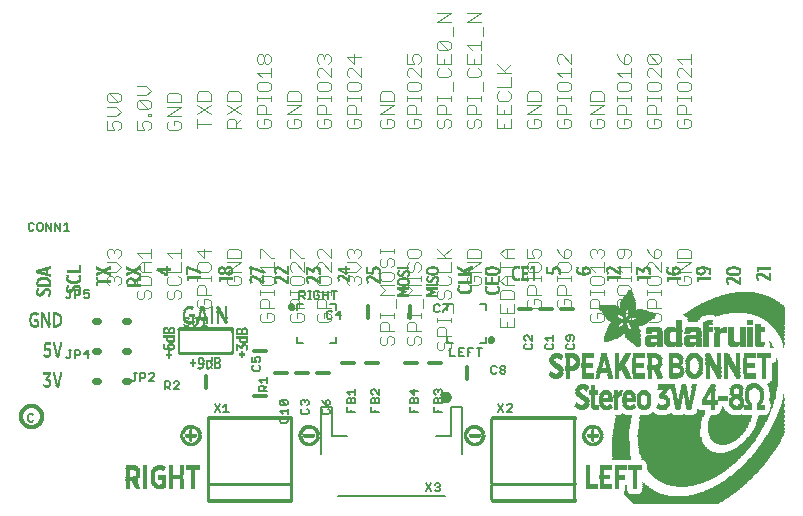
<source format=gbr>
G04 EAGLE Gerber RS-274X export*
G75*
%MOMM*%
%FSLAX34Y34*%
%LPD*%
%INSilkscreen Top*%
%IPPOS*%
%AMOC8*
5,1,8,0,0,1.08239X$1,22.5*%
G01*
%ADD10C,0.609600*%
%ADD11C,0.101600*%
%ADD12C,0.152400*%
%ADD13C,0.127000*%
%ADD14C,0.304800*%
%ADD15C,0.203200*%
%ADD16C,0.444400*%
%ADD17R,7.259875X0.021169*%
%ADD18R,7.323372X0.021166*%
%ADD19R,7.386869X0.021166*%
%ADD20R,7.450369X0.021166*%
%ADD21R,7.048219X0.021166*%
%ADD22R,7.048216X0.021166*%
%ADD23R,7.513866X0.021166*%
%ADD24R,7.154047X0.021166*%
%ADD25R,7.154050X0.021166*%
%ADD26R,7.556200X0.021166*%
%ADD27R,7.196378X0.021166*%
%ADD28R,7.196381X0.021166*%
%ADD29R,7.619697X0.021166*%
%ADD30R,7.217544X0.021166*%
%ADD31R,7.683194X0.021166*%
%ADD32R,7.238709X0.021166*%
%ADD33R,7.746691X0.021166*%
%ADD34R,7.259875X0.021166*%
%ADD35R,7.789022X0.021166*%
%ADD36R,7.852519X0.021166*%
%ADD37R,7.894850X0.021166*%
%ADD38R,7.958347X0.021166*%
%ADD39R,8.021844X0.021166*%
%ADD40R,8.064178X0.021166*%
%ADD41R,8.127675X0.021166*%
%ADD42R,0.253988X0.021169*%
%ADD43R,0.253991X0.021169*%
%ADD44R,8.148838X0.021169*%
%ADD45R,0.253988X0.021166*%
%ADD46R,0.253991X0.021166*%
%ADD47R,8.212334X0.021166*%
%ADD48R,8.254669X0.021166*%
%ADD49R,8.318166X0.021166*%
%ADD50R,8.381663X0.021166*%
%ADD51R,8.423994X0.021166*%
%ADD52R,8.487494X0.021166*%
%ADD53R,8.529828X0.021166*%
%ADD54R,8.572159X0.021166*%
%ADD55R,8.614491X0.021166*%
%ADD56R,3.958009X0.021166*%
%ADD57R,3.958013X0.021166*%
%ADD58R,3.767516X0.021166*%
%ADD59R,3.640519X0.021166*%
%ADD60R,3.619356X0.021166*%
%ADD61R,3.513525X0.021166*%
%ADD62R,3.534691X0.021166*%
%ADD63R,3.428863X0.021166*%
%ADD64R,3.450025X0.021166*%
%ADD65R,3.365366X0.021166*%
%ADD66R,3.386531X0.021166*%
%ADD67R,3.301866X0.021169*%
%ADD68R,3.217203X0.021166*%
%ADD69R,3.238369X0.021166*%
%ADD70R,0.507978X0.021166*%
%ADD71R,2.116581X0.021166*%
%ADD72R,3.196038X0.021166*%
%ADD73R,0.444481X0.021166*%
%ADD74R,1.968419X0.021166*%
%ADD75R,3.132544X0.021166*%
%ADD76R,0.423316X0.021166*%
%ADD77R,1.841428X0.021166*%
%ADD78R,3.090213X0.021166*%
%ADD79R,0.380984X0.021166*%
%ADD80R,1.756763X0.021166*%
%ADD81R,3.047875X0.021166*%
%ADD82R,0.359819X0.021166*%
%ADD83R,1.672100X0.021166*%
%ADD84R,2.984381X0.021166*%
%ADD85R,0.359822X0.021166*%
%ADD86R,1.587434X0.021166*%
%ADD87R,2.963219X0.021166*%
%ADD88R,0.338656X0.021166*%
%ADD89R,1.523938X0.021166*%
%ADD90R,2.920884X0.021166*%
%ADD91R,1.439275X0.021166*%
%ADD92R,2.878550X0.021166*%
%ADD93R,0.338653X0.021166*%
%ADD94R,1.375781X0.021166*%
%ADD95R,2.857384X0.021166*%
%ADD96R,0.317484X0.021166*%
%ADD97R,1.312281X0.021166*%
%ADD98R,2.815053X0.021166*%
%ADD99R,1.248788X0.021166*%
%ADD100R,2.772725X0.021166*%
%ADD101R,0.296319X0.021166*%
%ADD102R,1.206456X0.021166*%
%ADD103R,1.142953X0.021166*%
%ADD104R,2.730394X0.021166*%
%ADD105R,1.100622X0.021166*%
%ADD106R,2.709225X0.021166*%
%ADD107R,0.232825X0.021169*%
%ADD108R,1.037128X0.021169*%
%ADD109R,2.688059X0.021169*%
%ADD110R,0.211659X0.021166*%
%ADD111R,0.994797X0.021166*%
%ADD112R,2.666897X0.021166*%
%ADD113R,0.931297X0.021166*%
%ADD114R,2.624559X0.021166*%
%ADD115R,0.190491X0.021166*%
%ADD116R,0.910131X0.021166*%
%ADD117R,2.603397X0.021166*%
%ADD118R,0.169325X0.021166*%
%ADD119R,0.867800X0.021166*%
%ADD120R,0.825469X0.021166*%
%ADD121R,2.561059X0.021166*%
%ADD122R,0.804303X0.021166*%
%ADD123R,2.539897X0.021166*%
%ADD124R,0.740806X0.021166*%
%ADD125R,2.518728X0.021166*%
%ADD126R,0.719641X0.021166*%
%ADD127R,2.518731X0.021166*%
%ADD128R,0.296322X0.021166*%
%ADD129R,0.677309X0.021166*%
%ADD130R,2.476403X0.021166*%
%ADD131R,0.359816X0.021166*%
%ADD132R,0.402150X0.021166*%
%ADD133R,0.465647X0.021166*%
%ADD134R,0.952459X0.021166*%
%ADD135R,1.015959X0.021166*%
%ADD136R,0.656141X0.021166*%
%ADD137R,2.455237X0.021166*%
%ADD138R,0.402147X0.021166*%
%ADD139R,0.592644X0.021166*%
%ADD140R,0.613809X0.021166*%
%ADD141R,2.434072X0.021166*%
%ADD142R,0.698475X0.021166*%
%ADD143R,0.592647X0.021166*%
%ADD144R,0.783134X0.021166*%
%ADD145R,0.571478X0.021166*%
%ADD146R,2.412906X0.021166*%
%ADD147R,0.402153X0.021166*%
%ADD148R,0.529147X0.021166*%
%ADD149R,2.391738X0.021166*%
%ADD150R,0.423319X0.021166*%
%ADD151R,0.507984X0.021166*%
%ADD152R,2.370572X0.021166*%
%ADD153R,0.359816X0.021169*%
%ADD154R,0.402153X0.021169*%
%ADD155R,0.359819X0.021169*%
%ADD156R,0.973628X0.021169*%
%ADD157R,0.359822X0.021169*%
%ADD158R,0.952459X0.021169*%
%ADD159R,1.015959X0.021169*%
%ADD160R,0.169325X0.021169*%
%ADD161R,0.486816X0.021169*%
%ADD162R,2.349406X0.021169*%
%ADD163R,1.015956X0.021166*%
%ADD164R,0.444484X0.021166*%
%ADD165R,2.328241X0.021166*%
%ADD166R,1.037122X0.021166*%
%ADD167R,2.349406X0.021166*%
%ADD168R,1.058288X0.021166*%
%ADD169R,0.592641X0.021166*%
%ADD170R,1.079453X0.021166*%
%ADD171R,0.380988X0.021166*%
%ADD172R,1.037125X0.021166*%
%ADD173R,2.307075X0.021166*%
%ADD174R,1.100619X0.021166*%
%ADD175R,1.354609X0.021166*%
%ADD176R,2.285906X0.021166*%
%ADD177R,1.121784X0.021166*%
%ADD178R,1.608597X0.021166*%
%ADD179R,2.264744X0.021166*%
%ADD180R,1.142950X0.021166*%
%ADD181R,0.296325X0.021166*%
%ADD182R,1.820266X0.021166*%
%ADD183R,2.243578X0.021166*%
%ADD184R,0.275159X0.021166*%
%ADD185R,2.010756X0.021166*%
%ADD186R,2.264741X0.021166*%
%ADD187R,0.550309X0.021166*%
%ADD188R,0.423313X0.021166*%
%ADD189R,0.253994X0.021166*%
%ADD190R,2.180078X0.021166*%
%ADD191R,0.380981X0.021166*%
%ADD192R,0.232828X0.021166*%
%ADD193R,2.349403X0.021166*%
%ADD194R,2.222409X0.021166*%
%ADD195R,0.486813X0.021166*%
%ADD196R,0.211663X0.021166*%
%ADD197R,2.497566X0.021166*%
%ADD198R,2.222416X0.021166*%
%ADD199R,0.190497X0.021166*%
%ADD200R,2.624563X0.021166*%
%ADD201R,2.201247X0.021166*%
%ADD202R,0.169328X0.021166*%
%ADD203R,2.772722X0.021166*%
%ADD204R,2.180081X0.021166*%
%ADD205R,0.148166X0.021166*%
%ADD206R,2.899719X0.021166*%
%ADD207R,0.126997X0.021166*%
%ADD208R,3.005550X0.021166*%
%ADD209R,2.158913X0.021166*%
%ADD210R,0.423316X0.021169*%
%ADD211R,0.105834X0.021169*%
%ADD212R,3.111378X0.021169*%
%ADD213R,2.158913X0.021169*%
%ADD214R,0.084666X0.021166*%
%ADD215R,3.238372X0.021166*%
%ADD216R,2.158909X0.021166*%
%ADD217R,0.063500X0.021166*%
%ADD218R,3.344200X0.021166*%
%ADD219R,2.137747X0.021166*%
%ADD220R,0.042334X0.021166*%
%ADD221R,0.021169X0.021166*%
%ADD222R,3.555856X0.021166*%
%ADD223R,3.640522X0.021166*%
%ADD224R,2.095416X0.021166*%
%ADD225R,3.746347X0.021166*%
%ADD226R,3.831009X0.021166*%
%ADD227R,2.074253X0.021166*%
%ADD228R,3.936844X0.021166*%
%ADD229R,0.952463X0.021166*%
%ADD230R,4.000341X0.021166*%
%ADD231R,2.053088X0.021166*%
%ADD232R,4.085003X0.021166*%
%ADD233R,2.053084X0.021166*%
%ADD234R,0.931294X0.021166*%
%ADD235R,4.190834X0.021166*%
%ADD236R,2.031919X0.021166*%
%ADD237R,4.254334X0.021166*%
%ADD238R,2.031922X0.021166*%
%ADD239R,4.338997X0.021166*%
%ADD240R,4.402491X0.021166*%
%ADD241R,0.973628X0.021166*%
%ADD242R,0.634972X0.021166*%
%ADD243R,4.487153X0.021166*%
%ADD244R,2.010750X0.021166*%
%ADD245R,0.994794X0.021169*%
%ADD246R,0.380984X0.021169*%
%ADD247R,0.634972X0.021169*%
%ADD248R,0.910131X0.021169*%
%ADD249R,4.550653X0.021169*%
%ADD250R,2.010753X0.021169*%
%ADD251R,1.227619X0.021166*%
%ADD252R,4.656481X0.021166*%
%ADD253R,4.719975X0.021166*%
%ADD254R,1.989588X0.021166*%
%ADD255R,1.058291X0.021166*%
%ADD256R,4.783475X0.021166*%
%ADD257R,1.079456X0.021166*%
%ADD258R,4.846975X0.021166*%
%ADD259R,4.910472X0.021166*%
%ADD260R,4.973972X0.021166*%
%ADD261R,1.968422X0.021166*%
%ADD262R,1.121791X0.021166*%
%ADD263R,5.037466X0.021166*%
%ADD264R,1.947253X0.021166*%
%ADD265R,1.142956X0.021166*%
%ADD266R,5.100963X0.021166*%
%ADD267R,1.947256X0.021166*%
%ADD268R,5.185625X0.021166*%
%ADD269R,0.486816X0.021166*%
%ADD270R,5.249122X0.021166*%
%ADD271R,1.926091X0.021166*%
%ADD272R,5.291453X0.021166*%
%ADD273R,5.354953X0.021166*%
%ADD274R,5.418450X0.021166*%
%ADD275R,1.904925X0.021166*%
%ADD276R,5.481947X0.021166*%
%ADD277R,5.524275X0.021166*%
%ADD278R,0.380988X0.021169*%
%ADD279R,1.227619X0.021169*%
%ADD280R,0.931294X0.021169*%
%ADD281R,5.587772X0.021169*%
%ADD282R,1.904925X0.021169*%
%ADD283R,5.651272X0.021166*%
%ADD284R,1.862594X0.021166*%
%ADD285R,5.693606X0.021166*%
%ADD286R,1.862591X0.021166*%
%ADD287R,5.757103X0.021166*%
%ADD288R,5.820603X0.021166*%
%ADD289R,5.862934X0.021166*%
%ADD290R,1.841425X0.021166*%
%ADD291R,5.926434X0.021166*%
%ADD292R,5.968763X0.021166*%
%ADD293R,6.032262X0.021166*%
%ADD294R,6.074591X0.021166*%
%ADD295R,6.138091X0.021166*%
%ADD296R,1.820263X0.021166*%
%ADD297R,6.159256X0.021166*%
%ADD298R,6.222750X0.021166*%
%ADD299R,6.265084X0.021166*%
%ADD300R,1.820256X0.021166*%
%ADD301R,6.328578X0.021166*%
%ADD302R,1.820259X0.021166*%
%ADD303R,6.370913X0.021166*%
%ADD304R,1.799094X0.021166*%
%ADD305R,6.413244X0.021169*%
%ADD306R,1.777925X0.021169*%
%ADD307R,6.455575X0.021166*%
%ADD308R,1.777931X0.021166*%
%ADD309R,6.519075X0.021166*%
%ADD310R,1.777925X0.021166*%
%ADD311R,6.561403X0.021166*%
%ADD312R,0.148163X0.021166*%
%ADD313R,6.603738X0.021166*%
%ADD314R,6.646069X0.021166*%
%ADD315R,0.550312X0.021166*%
%ADD316R,0.232825X0.021166*%
%ADD317R,6.688397X0.021166*%
%ADD318R,1.756766X0.021166*%
%ADD319R,0.529144X0.021166*%
%ADD320R,0.994794X0.021166*%
%ADD321R,6.751897X0.021166*%
%ADD322R,6.773062X0.021166*%
%ADD323R,6.794228X0.021166*%
%ADD324R,6.836559X0.021166*%
%ADD325R,1.735600X0.021166*%
%ADD326R,6.857728X0.021166*%
%ADD327R,1.735597X0.021166*%
%ADD328R,6.878894X0.021166*%
%ADD329R,6.900059X0.021166*%
%ADD330R,6.942391X0.021166*%
%ADD331R,6.963556X0.021166*%
%ADD332R,1.121791X0.021169*%
%ADD333R,1.121784X0.021169*%
%ADD334R,6.984722X0.021169*%
%ADD335R,1.735597X0.021169*%
%ADD336R,7.027050X0.021166*%
%ADD337R,1.714431X0.021166*%
%ADD338R,1.693266X0.021166*%
%ADD339R,0.740803X0.021166*%
%ADD340R,7.069381X0.021166*%
%ADD341R,7.090550X0.021166*%
%ADD342R,0.804300X0.021166*%
%ADD343R,7.132881X0.021166*%
%ADD344R,0.698472X0.021166*%
%ADD345R,0.275156X0.021166*%
%ADD346R,7.175213X0.021166*%
%ADD347R,7.217547X0.021166*%
%ADD348R,7.259878X0.021166*%
%ADD349R,7.281041X0.021166*%
%ADD350R,7.302209X0.021166*%
%ADD351R,7.323375X0.021166*%
%ADD352R,1.650931X0.021166*%
%ADD353R,7.365706X0.021166*%
%ADD354R,1.650938X0.021166*%
%ADD355R,7.386872X0.021166*%
%ADD356R,7.408038X0.021169*%
%ADD357R,1.650938X0.021169*%
%ADD358R,7.471534X0.021166*%
%ADD359R,7.492700X0.021166*%
%ADD360R,7.535031X0.021166*%
%ADD361R,1.629769X0.021166*%
%ADD362R,7.577363X0.021166*%
%ADD363R,7.598528X0.021166*%
%ADD364R,7.640863X0.021166*%
%ADD365R,1.650934X0.021166*%
%ADD366R,7.725525X0.021166*%
%ADD367R,7.767853X0.021166*%
%ADD368R,1.629766X0.021166*%
%ADD369R,7.852516X0.021166*%
%ADD370R,7.894853X0.021166*%
%ADD371R,1.608600X0.021166*%
%ADD372R,8.043012X0.021166*%
%ADD373R,0.105828X0.021166*%
%ADD374R,0.042331X0.021166*%
%ADD375R,8.148838X0.021166*%
%ADD376R,8.191175X0.021166*%
%ADD377R,1.608603X0.021166*%
%ADD378R,1.608600X0.021169*%
%ADD379R,8.212338X0.021169*%
%ADD380R,1.608603X0.021169*%
%ADD381R,8.233506X0.021166*%
%ADD382R,1.587438X0.021166*%
%ADD383R,8.275834X0.021166*%
%ADD384R,8.297000X0.021166*%
%ADD385R,8.360503X0.021166*%
%ADD386R,1.587441X0.021166*%
%ADD387R,8.381669X0.021166*%
%ADD388R,1.566269X0.021166*%
%ADD389R,8.423997X0.021166*%
%ADD390R,8.445163X0.021166*%
%ADD391R,8.466328X0.021166*%
%ADD392R,1.566272X0.021166*%
%ADD393R,8.508659X0.021166*%
%ADD394R,8.529825X0.021166*%
%ADD395R,8.550991X0.021166*%
%ADD396R,8.572156X0.021166*%
%ADD397R,8.614488X0.021166*%
%ADD398R,8.635653X0.021166*%
%ADD399R,1.566266X0.021166*%
%ADD400R,1.566269X0.021169*%
%ADD401R,8.656819X0.021169*%
%ADD402R,1.545103X0.021169*%
%ADD403R,1.545103X0.021166*%
%ADD404R,8.699150X0.021166*%
%ADD405R,8.720316X0.021166*%
%ADD406R,8.741481X0.021166*%
%ADD407R,8.783812X0.021166*%
%ADD408R,8.804978X0.021166*%
%ADD409R,1.545106X0.021166*%
%ADD410R,8.826147X0.021166*%
%ADD411R,1.523941X0.021166*%
%ADD412R,6.519072X0.021166*%
%ADD413R,6.392075X0.021166*%
%ADD414R,6.307412X0.021166*%
%ADD415R,6.243916X0.021166*%
%ADD416R,6.180419X0.021166*%
%ADD417R,1.481606X0.021166*%
%ADD418R,6.095756X0.021166*%
%ADD419R,1.418109X0.021166*%
%ADD420R,6.053425X0.021166*%
%ADD421R,1.396941X0.021166*%
%ADD422R,1.523938X0.021169*%
%ADD423R,6.011094X0.021169*%
%ADD424R,1.354612X0.021169*%
%ADD425R,5.989928X0.021166*%
%ADD426R,1.333444X0.021166*%
%ADD427R,1.502772X0.021166*%
%ADD428R,5.968759X0.021166*%
%ADD429R,1.291116X0.021166*%
%ADD430R,5.926431X0.021166*%
%ADD431R,1.269950X0.021166*%
%ADD432R,5.884100X0.021166*%
%ADD433R,1.248784X0.021166*%
%ADD434R,1.185284X0.021166*%
%ADD435R,5.820600X0.021166*%
%ADD436R,1.164119X0.021166*%
%ADD437R,5.799434X0.021166*%
%ADD438R,1.164122X0.021166*%
%ADD439R,1.502775X0.021166*%
%ADD440R,5.778269X0.021166*%
%ADD441R,1.481609X0.021166*%
%ADD442R,1.100625X0.021166*%
%ADD443R,5.735938X0.021166*%
%ADD444R,5.714772X0.021166*%
%ADD445R,1.481612X0.021166*%
%ADD446R,1.058294X0.021166*%
%ADD447R,5.672441X0.021166*%
%ADD448R,1.037128X0.021166*%
%ADD449R,1.481606X0.021169*%
%ADD450R,5.651272X0.021169*%
%ADD451R,1.037125X0.021169*%
%ADD452R,1.481612X0.021169*%
%ADD453R,5.630109X0.021166*%
%ADD454R,5.630106X0.021166*%
%ADD455R,5.608944X0.021166*%
%ADD456R,0.317488X0.021166*%
%ADD457R,5.587775X0.021166*%
%ADD458R,0.973625X0.021166*%
%ADD459R,0.634975X0.021166*%
%ADD460R,5.566613X0.021166*%
%ADD461R,1.481603X0.021166*%
%ADD462R,0.719638X0.021166*%
%ADD463R,0.740800X0.021166*%
%ADD464R,5.545444X0.021166*%
%ADD465R,0.825466X0.021166*%
%ADD466R,5.566609X0.021166*%
%ADD467R,1.460441X0.021166*%
%ADD468R,0.888966X0.021166*%
%ADD469R,0.910128X0.021166*%
%ADD470R,5.524278X0.021166*%
%ADD471R,0.888962X0.021166*%
%ADD472R,1.460438X0.021166*%
%ADD473R,1.079459X0.021166*%
%ADD474R,5.503113X0.021166*%
%ADD475R,1.121788X0.021166*%
%ADD476R,0.952466X0.021166*%
%ADD477R,1.185288X0.021166*%
%ADD478R,5.481944X0.021166*%
%ADD479R,1.227616X0.021169*%
%ADD480R,1.460441X0.021169*%
%ADD481R,5.481944X0.021169*%
%ADD482R,1.164119X0.021169*%
%ADD483R,0.846631X0.021169*%
%ADD484R,0.507981X0.021166*%
%ADD485R,5.460781X0.021166*%
%ADD486R,0.846634X0.021166*%
%ADD487R,0.465644X0.021166*%
%ADD488R,0.465650X0.021166*%
%ADD489R,0.444478X0.021166*%
%ADD490R,0.846631X0.021166*%
%ADD491R,5.460778X0.021166*%
%ADD492R,0.063497X0.021166*%
%ADD493R,5.439616X0.021166*%
%ADD494R,1.460444X0.021166*%
%ADD495R,0.148159X0.021166*%
%ADD496R,1.439278X0.021166*%
%ADD497R,0.211656X0.021166*%
%ADD498R,0.190494X0.021166*%
%ADD499R,0.232822X0.021166*%
%ADD500R,0.317491X0.021166*%
%ADD501R,5.397284X0.021166*%
%ADD502R,0.783138X0.021166*%
%ADD503R,1.989584X0.021166*%
%ADD504R,5.376119X0.021166*%
%ADD505R,0.761969X0.021166*%
%ADD506R,0.275153X0.021166*%
%ADD507R,2.137750X0.021166*%
%ADD508R,0.275156X0.021169*%
%ADD509R,0.296319X0.021169*%
%ADD510R,0.275153X0.021169*%
%ADD511R,0.275159X0.021169*%
%ADD512R,0.296322X0.021169*%
%ADD513R,1.439275X0.021169*%
%ADD514R,5.354953X0.021169*%
%ADD515R,0.783138X0.021169*%
%ADD516R,2.264747X0.021166*%
%ADD517R,0.761972X0.021166*%
%ADD518R,2.285909X0.021166*%
%ADD519R,5.333788X0.021166*%
%ADD520R,2.412903X0.021166*%
%ADD521R,2.455234X0.021166*%
%ADD522R,1.418113X0.021166*%
%ADD523R,0.867797X0.021166*%
%ADD524R,2.476400X0.021166*%
%ADD525R,2.518734X0.021166*%
%ADD526R,0.994791X0.021166*%
%ADD527R,2.539900X0.021166*%
%ADD528R,2.582231X0.021166*%
%ADD529R,2.645728X0.021166*%
%ADD530R,2.666894X0.021166*%
%ADD531R,0.719634X0.021166*%
%ADD532R,5.312622X0.021166*%
%ADD533R,2.688059X0.021166*%
%ADD534R,1.058291X0.021169*%
%ADD535R,1.037122X0.021169*%
%ADD536R,5.312622X0.021169*%
%ADD537R,2.730391X0.021169*%
%ADD538R,0.719638X0.021169*%
%ADD539R,1.418109X0.021169*%
%ADD540R,2.751556X0.021166*%
%ADD541R,0.931300X0.021166*%
%ADD542R,2.836219X0.021166*%
%ADD543R,1.396947X0.021166*%
%ADD544R,5.291456X0.021166*%
%ADD545R,2.899716X0.021166*%
%ADD546R,1.375778X0.021166*%
%ADD547R,2.920881X0.021166*%
%ADD548R,1.354612X0.021166*%
%ADD549R,2.942047X0.021166*%
%ADD550R,1.333447X0.021166*%
%ADD551R,1.396944X0.021166*%
%ADD552R,5.270291X0.021166*%
%ADD553R,2.963213X0.021166*%
%ADD554R,3.005544X0.021166*%
%ADD555R,3.026709X0.021166*%
%ADD556R,3.047878X0.021166*%
%ADD557R,3.069041X0.021166*%
%ADD558R,0.317488X0.021169*%
%ADD559R,5.270291X0.021169*%
%ADD560R,3.069041X0.021169*%
%ADD561R,0.698472X0.021169*%
%ADD562R,1.248784X0.021169*%
%ADD563R,3.111375X0.021166*%
%ADD564R,3.132538X0.021166*%
%ADD565R,3.153706X0.021166*%
%ADD566R,1.206453X0.021166*%
%ADD567R,3.174869X0.021166*%
%ADD568R,3.217200X0.021166*%
%ADD569R,0.486809X0.021166*%
%ADD570R,0.571475X0.021166*%
%ADD571R,3.259531X0.021166*%
%ADD572R,1.121794X0.021166*%
%ADD573R,1.227616X0.021166*%
%ADD574R,3.280700X0.021166*%
%ADD575R,3.301866X0.021166*%
%ADD576R,0.994791X0.021169*%
%ADD577R,1.375778X0.021169*%
%ADD578R,3.323031X0.021169*%
%ADD579R,0.740803X0.021169*%
%ADD580R,1.079459X0.021169*%
%ADD581R,3.323031X0.021166*%
%ADD582R,3.344197X0.021166*%
%ADD583R,0.698469X0.021166*%
%ADD584R,3.365363X0.021166*%
%ADD585R,3.407697X0.021166*%
%ADD586R,3.450028X0.021166*%
%ADD587R,0.761966X0.021166*%
%ADD588R,0.910134X0.021166*%
%ADD589R,3.471194X0.021166*%
%ADD590R,5.291456X0.021169*%
%ADD591R,3.450028X0.021169*%
%ADD592R,0.761969X0.021169*%
%ADD593R,0.888966X0.021169*%
%ADD594R,3.492359X0.021166*%
%ADD595R,0.783131X0.021166*%
%ADD596R,3.492356X0.021166*%
%ADD597R,0.804297X0.021166*%
%ADD598R,3.492356X0.021169*%
%ADD599R,0.804300X0.021169*%
%ADD600R,0.740806X0.021169*%
%ADD601R,5.333784X0.021166*%
%ADD602R,5.312616X0.021166*%
%ADD603R,3.492363X0.021166*%
%ADD604R,0.677306X0.021166*%
%ADD605R,7.175216X0.021166*%
%ADD606R,5.354947X0.021166*%
%ADD607R,7.132884X0.021166*%
%ADD608R,5.333781X0.021166*%
%ADD609R,3.471197X0.021166*%
%ADD610R,0.825472X0.021166*%
%ADD611R,0.846638X0.021166*%
%ADD612R,5.354950X0.021166*%
%ADD613R,0.867803X0.021166*%
%ADD614R,0.232819X0.021166*%
%ADD615R,2.074250X0.021166*%
%ADD616R,1.904928X0.021166*%
%ADD617R,0.402150X0.021169*%
%ADD618R,0.148159X0.021169*%
%ADD619R,0.825466X0.021169*%
%ADD620R,1.185284X0.021169*%
%ADD621R,0.042331X0.021169*%
%ADD622R,0.211663X0.021169*%
%ADD623R,0.592644X0.021169*%
%ADD624R,0.634978X0.021166*%
%ADD625R,0.550316X0.021166*%
%ADD626R,0.084663X0.021166*%
%ADD627R,0.021166X0.021166*%
%ADD628R,0.021163X0.021166*%
%ADD629R,0.613806X0.021166*%
%ADD630R,0.677303X0.021166*%
%ADD631R,0.465653X0.021166*%
%ADD632R,0.634978X0.021169*%
%ADD633R,0.444484X0.021169*%
%ADD634R,0.063494X0.021166*%
%ADD635R,0.042328X0.021166*%
%ADD636R,0.126994X0.021166*%
%ADD637R,0.656144X0.021166*%
%ADD638R,0.656138X0.021166*%
%ADD639R,0.613809X0.021169*%
%ADD640R,0.952463X0.021169*%
%ADD641R,0.486813X0.021169*%
%ADD642R,0.677309X0.021169*%
%ADD643R,0.677306X0.021169*%
%ADD644R,0.148163X0.021169*%
%ADD645R,0.126991X0.021166*%
%ADD646R,0.105825X0.021166*%
%ADD647R,0.105831X0.021166*%
%ADD648R,0.338650X0.021166*%
%ADD649R,0.042334X0.021169*%
%ADD650R,0.380981X0.021169*%
%ADD651R,0.634975X0.021169*%
%ADD652R,0.656144X0.021169*%
%ADD653R,0.338656X0.021169*%
%ADD654R,0.211659X0.021169*%
%ADD655R,1.185288X0.021169*%
%ADD656R,0.529147X0.021169*%
%ADD657R,0.825469X0.021169*%
%ADD658R,0.105831X0.021169*%
%ADD659R,0.888969X0.021166*%
%ADD660R,0.444478X0.021169*%
%ADD661R,0.423319X0.021169*%
%ADD662R,0.402147X0.021169*%
%ADD663R,0.338653X0.021169*%
%ADD664R,0.507978X0.021169*%
%ADD665R,0.021166X0.021169*%
%ADD666R,0.910125X0.021166*%
%ADD667R,0.825462X0.021166*%
%ADD668R,0.465650X0.021169*%
%ADD669R,0.190491X0.021169*%
%ADD670R,0.423322X0.021169*%
%ADD671R,0.592641X0.021169*%
%ADD672R,1.312284X0.021166*%
%ADD673R,0.190494X0.021169*%
%ADD674R,1.079453X0.021169*%
%ADD675R,0.444481X0.021169*%
%ADD676R,0.994797X0.021169*%
%ADD677R,0.084659X0.021166*%
%ADD678R,0.677303X0.021169*%
%ADD679R,0.169322X0.021166*%
%ADD680R,0.507981X0.021169*%
%ADD681R,0.190488X0.021166*%
%ADD682R,1.164116X0.021166*%
%ADD683R,1.206450X0.021166*%
%ADD684R,0.211656X0.021169*%
%ADD685R,1.079456X0.021169*%
%ADD686R,1.206450X0.021169*%
%ADD687R,0.529144X0.021169*%
%ADD688R,1.185281X0.021166*%
%ADD689R,1.248781X0.021166*%
%ADD690R,0.444488X0.021166*%
%ADD691R,0.761975X0.021166*%
%ADD692R,0.804306X0.021166*%
%ADD693R,0.169331X0.021166*%
%ADD694R,0.169328X0.021169*%
%ADD695R,1.142953X0.021169*%
%ADD696R,0.931297X0.021169*%
%ADD697R,1.142956X0.021169*%
%ADD698R,0.846634X0.021169*%
%ADD699R,0.846638X0.021169*%
%ADD700R,0.571478X0.021169*%
%ADD701R,0.550312X0.021169*%
%ADD702R,0.783134X0.021169*%
%ADD703R,0.465647X0.021169*%
%ADD704R,0.656141X0.021169*%
%ADD705R,0.613806X0.021169*%
%ADD706R,0.592638X0.021166*%
%ADD707R,0.550306X0.021166*%
%ADD708R,0.507975X0.021166*%
%ADD709R,0.063494X0.021169*%
%ADD710R,0.550309X0.021169*%
%ADD711R,4.381325X0.021169*%
%ADD712R,0.973625X0.021169*%
%ADD713R,4.465991X0.021166*%
%ADD714R,4.550653X0.021166*%
%ADD715R,4.592984X0.021166*%
%ADD716R,4.635316X0.021166*%
%ADD717R,4.677647X0.021166*%
%ADD718R,0.190488X0.021169*%
%ADD719R,0.211653X0.021166*%
%ADD720R,0.126997X0.021169*%
%ADD721R,0.126994X0.021169*%
%ADD722R,0.063497X0.021169*%
%ADD723R,0.486819X0.021166*%
%ADD724R,1.481603X0.021169*%
%ADD725R,1.481609X0.021169*%
%ADD726R,0.486819X0.021169*%
%ADD727R,0.084659X0.021169*%
%ADD728R,0.127000X0.021166*%
%ADD729R,0.105828X0.021169*%
%ADD730R,0.465644X0.021169*%
%ADD731R,1.015963X0.021166*%
%ADD732R,1.439272X0.021166*%
%ADD733R,1.269947X0.021166*%
%ADD734R,1.418106X0.021166*%
%ADD735R,1.375775X0.021166*%
%ADD736R,1.354616X0.021166*%
%ADD737R,1.312278X0.021166*%
%ADD738R,1.375781X0.021169*%
%ADD739R,0.465653X0.021169*%
%ADD740R,2.857388X0.021166*%
%ADD741R,2.857388X0.021169*%
%ADD742R,1.396944X0.021169*%
%ADD743R,1.396947X0.021169*%
%ADD744R,0.804306X0.021169*%
%ADD745R,2.815056X0.021166*%
%ADD746R,1.291119X0.021166*%
%ADD747R,1.799097X0.021166*%
%ADD748R,4.487156X0.021166*%
%ADD749R,4.423659X0.021166*%
%ADD750R,4.254328X0.021166*%
%ADD751R,0.190497X0.021169*%
%ADD752R,0.529141X0.021166*%
%ADD753R,0.698475X0.021169*%
%ADD754R,0.761972X0.021169*%
%ADD755R,1.312281X0.021169*%
%ADD756R,2.053081X0.021166*%
%ADD757R,2.095419X0.021166*%
%ADD758R,3.301869X0.021166*%
%ADD759R,1.566275X0.021166*%
%ADD760R,1.608606X0.021166*%
%ADD761R,1.777928X0.021166*%
%ADD762R,1.693269X0.021166*%
%ADD763R,0.211653X0.021169*%
%ADD764R,1.206453X0.021169*%
%ADD765R,1.799097X0.021169*%
%ADD766R,2.730387X0.021166*%
%ADD767R,2.116584X0.021166*%
%ADD768R,2.158916X0.021166*%
%ADD769R,1.523934X0.021166*%
%ADD770R,1.735594X0.021166*%
%ADD771R,2.328238X0.021169*%
%ADD772R,3.132544X0.021169*%
%ADD773R,2.539900X0.021169*%
%ADD774R,2.307072X0.021166*%
%ADD775R,3.174872X0.021166*%
%ADD776R,2.751559X0.021166*%
%ADD777R,1.883759X0.021166*%
%ADD778R,2.243572X0.021166*%
%ADD779R,2.836225X0.021166*%
%ADD780R,3.026713X0.021166*%
%ADD781R,3.153709X0.021166*%
%ADD782R,3.746350X0.021166*%
%ADD783R,3.280706X0.021166*%
%ADD784R,3.915678X0.021166*%
%ADD785R,2.010753X0.021166*%
%ADD786R,1.926084X0.021166*%
%ADD787R,8.212341X0.021166*%
%ADD788R,8.170009X0.021166*%
%ADD789R,8.148841X0.021166*%
%ADD790R,1.714428X0.021166*%
%ADD791R,8.106509X0.021166*%
%ADD792R,8.085344X0.021166*%
%ADD793R,0.232822X0.021169*%
%ADD794R,2.137747X0.021169*%
%ADD795R,0.529141X0.021169*%
%ADD796R,8.021850X0.021169*%
%ADD797R,7.979519X0.021166*%
%ADD798R,7.958350X0.021166*%
%ADD799R,2.201244X0.021166*%
%ADD800R,7.916019X0.021166*%
%ADD801R,2.243575X0.021166*%
%ADD802R,7.894856X0.021166*%
%ADD803R,7.852522X0.021166*%
%ADD804R,2.328238X0.021166*%
%ADD805R,7.810191X0.021166*%
%ADD806R,1.291113X0.021166*%
%ADD807R,7.577366X0.021166*%
%ADD808R,0.613812X0.021166*%
%ADD809R,7.535034X0.021166*%
%ADD810R,7.513869X0.021166*%
%ADD811R,0.232828X0.021169*%
%ADD812R,1.629769X0.021169*%
%ADD813R,1.375775X0.021169*%
%ADD814R,7.450369X0.021169*%
%ADD815R,7.281044X0.021166*%
%ADD816R,7.090553X0.021166*%
%ADD817R,7.005888X0.021166*%
%ADD818R,6.900056X0.021166*%
%ADD819R,6.688400X0.021166*%
%ADD820R,6.624900X0.021166*%
%ADD821R,6.561409X0.021166*%
%ADD822R,6.476744X0.021166*%
%ADD823R,6.349747X0.021166*%
%ADD824R,6.201584X0.021166*%
%ADD825R,6.116922X0.021166*%
%ADD826R,5.947597X0.021166*%
%ADD827R,5.799438X0.021166*%
%ADD828R,5.376122X0.021166*%
%ADD829R,5.206794X0.021166*%
%ADD830R,1.015956X0.021169*%
%ADD831R,5.122125X0.021169*%
%ADD832R,5.037463X0.021166*%
%ADD833R,4.931634X0.021166*%
%ADD834R,4.825806X0.021166*%
%ADD835R,4.741141X0.021166*%
%ADD836R,4.508322X0.021166*%
%ADD837R,4.296666X0.021166*%
%ADD838R,4.063837X0.021166*%
%ADD839R,3.958006X0.021166*%
%ADD840R,3.809844X0.021166*%
%ADD841R,3.682853X0.021166*%
%ADD842R,3.407700X0.021166*%
%ADD843R,3.259537X0.021169*%
%ADD844R,3.111378X0.021166*%
%ADD845R,2.942050X0.021166*%
%ADD846R,2.582228X0.021166*%
%ADD847R,0.592647X0.021169*%
%ADD848R,0.169331X0.021169*%
%ADD849R,0.084663X0.021169*%
%ADD850R,0.084669X0.021166*%
%ADD851R,0.105834X0.021166*%
%ADD852R,1.206447X0.021166*%
%ADD853R,0.931300X0.021169*%
%ADD854R,0.253994X0.021169*%
%ADD855R,0.148166X0.021169*%
%ADD856R,0.529150X0.021166*%
%ADD857R,0.317484X0.021169*%
%ADD858R,0.169322X0.021169*%


D10*
X66040Y154940D02*
X68580Y154940D01*
X91440Y154940D02*
X93980Y154940D01*
X68580Y129540D02*
X66040Y129540D01*
X91440Y129540D02*
X93980Y129540D01*
X93980Y104140D02*
X91440Y104140D01*
X68580Y104140D02*
X66040Y104140D01*
D11*
X76574Y316362D02*
X76574Y324158D01*
X76574Y316362D02*
X82421Y316362D01*
X80472Y320260D01*
X80472Y322209D01*
X82421Y324158D01*
X86319Y324158D01*
X88268Y322209D01*
X88268Y318311D01*
X86319Y316362D01*
X84370Y328056D02*
X76574Y328056D01*
X84370Y328056D02*
X88268Y331954D01*
X84370Y335852D01*
X76574Y335852D01*
X78523Y339750D02*
X86319Y339750D01*
X78523Y339750D02*
X76574Y341699D01*
X76574Y345597D01*
X78523Y347546D01*
X86319Y347546D01*
X88268Y345597D01*
X88268Y341699D01*
X86319Y339750D01*
X78523Y347546D01*
X101974Y324158D02*
X101974Y316362D01*
X107821Y316362D01*
X105872Y320260D01*
X105872Y322209D01*
X107821Y324158D01*
X111719Y324158D01*
X113668Y322209D01*
X113668Y318311D01*
X111719Y316362D01*
X111719Y328056D02*
X113668Y328056D01*
X111719Y328056D02*
X111719Y330005D01*
X113668Y330005D01*
X113668Y328056D01*
X111719Y333903D02*
X103923Y333903D01*
X101974Y335852D01*
X101974Y339750D01*
X103923Y341699D01*
X111719Y341699D01*
X113668Y339750D01*
X113668Y335852D01*
X111719Y333903D01*
X103923Y341699D01*
X101974Y345597D02*
X109770Y345597D01*
X113668Y349495D01*
X109770Y353393D01*
X101974Y353393D01*
X129323Y324158D02*
X127374Y322209D01*
X127374Y318311D01*
X129323Y316362D01*
X137119Y316362D01*
X139068Y318311D01*
X139068Y322209D01*
X137119Y324158D01*
X133221Y324158D01*
X133221Y320260D01*
X139068Y328056D02*
X127374Y328056D01*
X139068Y335852D01*
X127374Y335852D01*
X127374Y339750D02*
X139068Y339750D01*
X139068Y345597D01*
X137119Y347546D01*
X129323Y347546D01*
X127374Y345597D01*
X127374Y339750D01*
X152774Y321784D02*
X164468Y321784D01*
X152774Y317886D02*
X152774Y325682D01*
X152774Y329580D02*
X164468Y337376D01*
X164468Y329580D02*
X152774Y337376D01*
X152774Y341274D02*
X164468Y341274D01*
X164468Y347121D01*
X162519Y349070D01*
X154723Y349070D01*
X152774Y347121D01*
X152774Y341274D01*
X178174Y317886D02*
X189868Y317886D01*
X178174Y317886D02*
X178174Y323733D01*
X180123Y325682D01*
X184021Y325682D01*
X185970Y323733D01*
X185970Y317886D01*
X185970Y321784D02*
X189868Y325682D01*
X189868Y337376D02*
X178174Y329580D01*
X178174Y337376D02*
X189868Y329580D01*
X189868Y341274D02*
X178174Y341274D01*
X189868Y341274D02*
X189868Y347121D01*
X187919Y349070D01*
X180123Y349070D01*
X178174Y347121D01*
X178174Y341274D01*
X203574Y323733D02*
X205523Y325682D01*
X203574Y323733D02*
X203574Y319835D01*
X205523Y317886D01*
X213319Y317886D01*
X215268Y319835D01*
X215268Y323733D01*
X213319Y325682D01*
X209421Y325682D01*
X209421Y321784D01*
X215268Y329580D02*
X203574Y329580D01*
X203574Y335427D01*
X205523Y337376D01*
X209421Y337376D01*
X211370Y335427D01*
X211370Y329580D01*
X215268Y341274D02*
X215268Y345172D01*
X215268Y343223D02*
X203574Y343223D01*
X203574Y341274D02*
X203574Y345172D01*
X203574Y351019D02*
X203574Y354917D01*
X203574Y351019D02*
X205523Y349070D01*
X213319Y349070D01*
X215268Y351019D01*
X215268Y354917D01*
X213319Y356866D01*
X205523Y356866D01*
X203574Y354917D01*
X207472Y360764D02*
X203574Y364662D01*
X215268Y364662D01*
X215268Y360764D02*
X215268Y368560D01*
X205523Y372458D02*
X203574Y374407D01*
X203574Y378305D01*
X205523Y380254D01*
X207472Y380254D01*
X209421Y378305D01*
X211370Y380254D01*
X213319Y380254D01*
X215268Y378305D01*
X215268Y374407D01*
X213319Y372458D01*
X211370Y372458D01*
X209421Y374407D01*
X207472Y372458D01*
X205523Y372458D01*
X209421Y374407D02*
X209421Y378305D01*
X230923Y325682D02*
X228974Y323733D01*
X228974Y319835D01*
X230923Y317886D01*
X238719Y317886D01*
X240668Y319835D01*
X240668Y323733D01*
X238719Y325682D01*
X234821Y325682D01*
X234821Y321784D01*
X240668Y329580D02*
X228974Y329580D01*
X240668Y337376D01*
X228974Y337376D01*
X228974Y341274D02*
X240668Y341274D01*
X240668Y347121D01*
X238719Y349070D01*
X230923Y349070D01*
X228974Y347121D01*
X228974Y341274D01*
X254374Y323733D02*
X256323Y325682D01*
X254374Y323733D02*
X254374Y319835D01*
X256323Y317886D01*
X264119Y317886D01*
X266068Y319835D01*
X266068Y323733D01*
X264119Y325682D01*
X260221Y325682D01*
X260221Y321784D01*
X266068Y329580D02*
X254374Y329580D01*
X254374Y335427D01*
X256323Y337376D01*
X260221Y337376D01*
X262170Y335427D01*
X262170Y329580D01*
X266068Y341274D02*
X266068Y345172D01*
X266068Y343223D02*
X254374Y343223D01*
X254374Y341274D02*
X254374Y345172D01*
X254374Y351019D02*
X254374Y354917D01*
X254374Y351019D02*
X256323Y349070D01*
X264119Y349070D01*
X266068Y351019D01*
X266068Y354917D01*
X264119Y356866D01*
X256323Y356866D01*
X254374Y354917D01*
X266068Y360764D02*
X266068Y368560D01*
X266068Y360764D02*
X258272Y368560D01*
X256323Y368560D01*
X254374Y366611D01*
X254374Y362713D01*
X256323Y360764D01*
X256323Y372458D02*
X254374Y374407D01*
X254374Y378305D01*
X256323Y380254D01*
X258272Y380254D01*
X260221Y378305D01*
X260221Y376356D01*
X260221Y378305D02*
X262170Y380254D01*
X264119Y380254D01*
X266068Y378305D01*
X266068Y374407D01*
X264119Y372458D01*
X281723Y325682D02*
X279774Y323733D01*
X279774Y319835D01*
X281723Y317886D01*
X289519Y317886D01*
X291468Y319835D01*
X291468Y323733D01*
X289519Y325682D01*
X285621Y325682D01*
X285621Y321784D01*
X291468Y329580D02*
X279774Y329580D01*
X279774Y335427D01*
X281723Y337376D01*
X285621Y337376D01*
X287570Y335427D01*
X287570Y329580D01*
X291468Y341274D02*
X291468Y345172D01*
X291468Y343223D02*
X279774Y343223D01*
X279774Y341274D02*
X279774Y345172D01*
X279774Y351019D02*
X279774Y354917D01*
X279774Y351019D02*
X281723Y349070D01*
X289519Y349070D01*
X291468Y351019D01*
X291468Y354917D01*
X289519Y356866D01*
X281723Y356866D01*
X279774Y354917D01*
X291468Y360764D02*
X291468Y368560D01*
X291468Y360764D02*
X283672Y368560D01*
X281723Y368560D01*
X279774Y366611D01*
X279774Y362713D01*
X281723Y360764D01*
X279774Y378305D02*
X291468Y378305D01*
X285621Y372458D02*
X279774Y378305D01*
X285621Y380254D02*
X285621Y372458D01*
X309663Y325682D02*
X307714Y323733D01*
X307714Y319835D01*
X309663Y317886D01*
X317459Y317886D01*
X319408Y319835D01*
X319408Y323733D01*
X317459Y325682D01*
X313561Y325682D01*
X313561Y321784D01*
X319408Y329580D02*
X307714Y329580D01*
X319408Y337376D01*
X307714Y337376D01*
X307714Y341274D02*
X319408Y341274D01*
X319408Y347121D01*
X317459Y349070D01*
X309663Y349070D01*
X307714Y347121D01*
X307714Y341274D01*
X330574Y323733D02*
X332523Y325682D01*
X330574Y323733D02*
X330574Y319835D01*
X332523Y317886D01*
X340319Y317886D01*
X342268Y319835D01*
X342268Y323733D01*
X340319Y325682D01*
X336421Y325682D01*
X336421Y321784D01*
X342268Y329580D02*
X330574Y329580D01*
X330574Y335427D01*
X332523Y337376D01*
X336421Y337376D01*
X338370Y335427D01*
X338370Y329580D01*
X342268Y341274D02*
X342268Y345172D01*
X342268Y343223D02*
X330574Y343223D01*
X330574Y341274D02*
X330574Y345172D01*
X330574Y351019D02*
X330574Y354917D01*
X330574Y351019D02*
X332523Y349070D01*
X340319Y349070D01*
X342268Y351019D01*
X342268Y354917D01*
X340319Y356866D01*
X332523Y356866D01*
X330574Y354917D01*
X342268Y360764D02*
X342268Y368560D01*
X342268Y360764D02*
X334472Y368560D01*
X332523Y368560D01*
X330574Y366611D01*
X330574Y362713D01*
X332523Y360764D01*
X330574Y372458D02*
X330574Y380254D01*
X330574Y372458D02*
X336421Y372458D01*
X334472Y376356D01*
X334472Y378305D01*
X336421Y380254D01*
X340319Y380254D01*
X342268Y378305D01*
X342268Y374407D01*
X340319Y372458D01*
X357923Y325682D02*
X355974Y323733D01*
X355974Y319835D01*
X357923Y317886D01*
X359872Y317886D01*
X361821Y319835D01*
X361821Y323733D01*
X363770Y325682D01*
X365719Y325682D01*
X367668Y323733D01*
X367668Y319835D01*
X365719Y317886D01*
X367668Y329580D02*
X355974Y329580D01*
X355974Y335427D01*
X357923Y337376D01*
X361821Y337376D01*
X363770Y335427D01*
X363770Y329580D01*
X367668Y341274D02*
X367668Y345172D01*
X367668Y343223D02*
X355974Y343223D01*
X355974Y341274D02*
X355974Y345172D01*
X369617Y349070D02*
X369617Y356866D01*
X357923Y368560D02*
X355974Y366611D01*
X355974Y362713D01*
X357923Y360764D01*
X365719Y360764D01*
X367668Y362713D01*
X367668Y366611D01*
X365719Y368560D01*
X355974Y372458D02*
X355974Y380254D01*
X355974Y372458D02*
X367668Y372458D01*
X367668Y380254D01*
X361821Y376356D02*
X361821Y372458D01*
X365719Y384152D02*
X357923Y384152D01*
X355974Y386101D01*
X355974Y389999D01*
X357923Y391948D01*
X365719Y391948D01*
X367668Y389999D01*
X367668Y386101D01*
X365719Y384152D01*
X357923Y391948D01*
X369617Y395846D02*
X369617Y403642D01*
X367668Y407540D02*
X355974Y407540D01*
X367668Y415336D01*
X355974Y415336D01*
X383323Y325682D02*
X381374Y323733D01*
X381374Y319835D01*
X383323Y317886D01*
X385272Y317886D01*
X387221Y319835D01*
X387221Y323733D01*
X389170Y325682D01*
X391119Y325682D01*
X393068Y323733D01*
X393068Y319835D01*
X391119Y317886D01*
X393068Y329580D02*
X381374Y329580D01*
X381374Y335427D01*
X383323Y337376D01*
X387221Y337376D01*
X389170Y335427D01*
X389170Y329580D01*
X393068Y341274D02*
X393068Y345172D01*
X393068Y343223D02*
X381374Y343223D01*
X381374Y341274D02*
X381374Y345172D01*
X395017Y349070D02*
X395017Y356866D01*
X383323Y368560D02*
X381374Y366611D01*
X381374Y362713D01*
X383323Y360764D01*
X391119Y360764D01*
X393068Y362713D01*
X393068Y366611D01*
X391119Y368560D01*
X381374Y372458D02*
X381374Y380254D01*
X381374Y372458D02*
X393068Y372458D01*
X393068Y380254D01*
X387221Y376356D02*
X387221Y372458D01*
X385272Y384152D02*
X381374Y388050D01*
X393068Y388050D01*
X393068Y384152D02*
X393068Y391948D01*
X395017Y395846D02*
X395017Y403642D01*
X393068Y407540D02*
X381374Y407540D01*
X393068Y415336D01*
X381374Y415336D01*
X78523Y184760D02*
X76574Y186709D01*
X76574Y190607D01*
X78523Y192556D01*
X80472Y192556D01*
X82421Y190607D01*
X82421Y188658D01*
X82421Y190607D02*
X84370Y192556D01*
X86319Y192556D01*
X88268Y190607D01*
X88268Y186709D01*
X86319Y184760D01*
X84370Y196454D02*
X76574Y196454D01*
X84370Y196454D02*
X88268Y200352D01*
X84370Y204250D01*
X76574Y204250D01*
X78523Y208148D02*
X76574Y210097D01*
X76574Y213995D01*
X78523Y215944D01*
X80472Y215944D01*
X82421Y213995D01*
X82421Y212046D01*
X82421Y213995D02*
X84370Y215944D01*
X86319Y215944D01*
X88268Y213995D01*
X88268Y210097D01*
X86319Y208148D01*
X103923Y180862D02*
X101974Y178913D01*
X101974Y175015D01*
X103923Y173066D01*
X105872Y173066D01*
X107821Y175015D01*
X107821Y178913D01*
X109770Y180862D01*
X111719Y180862D01*
X113668Y178913D01*
X113668Y175015D01*
X111719Y173066D01*
X113668Y184760D02*
X101974Y184760D01*
X113668Y184760D02*
X113668Y190607D01*
X111719Y192556D01*
X103923Y192556D01*
X101974Y190607D01*
X101974Y184760D01*
X105872Y196454D02*
X113668Y196454D01*
X105872Y196454D02*
X101974Y200352D01*
X105872Y204250D01*
X113668Y204250D01*
X107821Y204250D02*
X107821Y196454D01*
X105872Y208148D02*
X101974Y212046D01*
X113668Y212046D01*
X113668Y208148D02*
X113668Y215944D01*
X129323Y180862D02*
X127374Y178913D01*
X127374Y175015D01*
X129323Y173066D01*
X131272Y173066D01*
X133221Y175015D01*
X133221Y178913D01*
X135170Y180862D01*
X137119Y180862D01*
X139068Y178913D01*
X139068Y175015D01*
X137119Y173066D01*
X127374Y190607D02*
X129323Y192556D01*
X127374Y190607D02*
X127374Y186709D01*
X129323Y184760D01*
X137119Y184760D01*
X139068Y186709D01*
X139068Y190607D01*
X137119Y192556D01*
X139068Y196454D02*
X127374Y196454D01*
X139068Y196454D02*
X139068Y204250D01*
X131272Y208148D02*
X127374Y212046D01*
X139068Y212046D01*
X139068Y208148D02*
X139068Y215944D01*
X154723Y173066D02*
X152774Y171117D01*
X152774Y167219D01*
X154723Y165270D01*
X162519Y165270D01*
X164468Y167219D01*
X164468Y171117D01*
X162519Y173066D01*
X158621Y173066D01*
X158621Y169168D01*
X164468Y176964D02*
X152774Y176964D01*
X152774Y182811D01*
X154723Y184760D01*
X158621Y184760D01*
X160570Y182811D01*
X160570Y176964D01*
X164468Y188658D02*
X164468Y192556D01*
X164468Y190607D02*
X152774Y190607D01*
X152774Y188658D02*
X152774Y192556D01*
X152774Y198403D02*
X152774Y202301D01*
X152774Y198403D02*
X154723Y196454D01*
X162519Y196454D01*
X164468Y198403D01*
X164468Y202301D01*
X162519Y204250D01*
X154723Y204250D01*
X152774Y202301D01*
X152774Y213995D02*
X164468Y213995D01*
X158621Y208148D02*
X152774Y213995D01*
X158621Y215944D02*
X158621Y208148D01*
X178174Y190607D02*
X180123Y192556D01*
X178174Y190607D02*
X178174Y186709D01*
X180123Y184760D01*
X187919Y184760D01*
X189868Y186709D01*
X189868Y190607D01*
X187919Y192556D01*
X184021Y192556D01*
X184021Y188658D01*
X189868Y196454D02*
X178174Y196454D01*
X189868Y204250D01*
X178174Y204250D01*
X178174Y208148D02*
X189868Y208148D01*
X189868Y213995D01*
X187919Y215944D01*
X180123Y215944D01*
X178174Y213995D01*
X178174Y208148D01*
X208063Y161372D02*
X206114Y159423D01*
X206114Y155525D01*
X208063Y153576D01*
X215859Y153576D01*
X217808Y155525D01*
X217808Y159423D01*
X215859Y161372D01*
X211961Y161372D01*
X211961Y157474D01*
X217808Y165270D02*
X206114Y165270D01*
X206114Y171117D01*
X208063Y173066D01*
X211961Y173066D01*
X213910Y171117D01*
X213910Y165270D01*
X217808Y176964D02*
X217808Y180862D01*
X217808Y178913D02*
X206114Y178913D01*
X206114Y176964D02*
X206114Y180862D01*
X206114Y186709D02*
X206114Y190607D01*
X206114Y186709D02*
X208063Y184760D01*
X215859Y184760D01*
X217808Y186709D01*
X217808Y190607D01*
X215859Y192556D01*
X208063Y192556D01*
X206114Y190607D01*
X210012Y196454D02*
X206114Y200352D01*
X217808Y200352D01*
X217808Y196454D02*
X217808Y204250D01*
X206114Y208148D02*
X206114Y215944D01*
X208063Y215944D01*
X215859Y208148D01*
X217808Y208148D01*
X233463Y161372D02*
X231514Y159423D01*
X231514Y155525D01*
X233463Y153576D01*
X241259Y153576D01*
X243208Y155525D01*
X243208Y159423D01*
X241259Y161372D01*
X237361Y161372D01*
X237361Y157474D01*
X243208Y165270D02*
X231514Y165270D01*
X231514Y171117D01*
X233463Y173066D01*
X237361Y173066D01*
X239310Y171117D01*
X239310Y165270D01*
X243208Y176964D02*
X243208Y180862D01*
X243208Y178913D02*
X231514Y178913D01*
X231514Y176964D02*
X231514Y180862D01*
X231514Y186709D02*
X231514Y190607D01*
X231514Y186709D02*
X233463Y184760D01*
X241259Y184760D01*
X243208Y186709D01*
X243208Y190607D01*
X241259Y192556D01*
X233463Y192556D01*
X231514Y190607D01*
X243208Y196454D02*
X243208Y204250D01*
X243208Y196454D02*
X235412Y204250D01*
X233463Y204250D01*
X231514Y202301D01*
X231514Y198403D01*
X233463Y196454D01*
X231514Y208148D02*
X231514Y215944D01*
X233463Y215944D01*
X241259Y208148D01*
X243208Y208148D01*
X256323Y161372D02*
X254374Y159423D01*
X254374Y155525D01*
X256323Y153576D01*
X264119Y153576D01*
X266068Y155525D01*
X266068Y159423D01*
X264119Y161372D01*
X260221Y161372D01*
X260221Y157474D01*
X266068Y165270D02*
X254374Y165270D01*
X254374Y171117D01*
X256323Y173066D01*
X260221Y173066D01*
X262170Y171117D01*
X262170Y165270D01*
X266068Y176964D02*
X266068Y180862D01*
X266068Y178913D02*
X254374Y178913D01*
X254374Y176964D02*
X254374Y180862D01*
X254374Y186709D02*
X254374Y190607D01*
X254374Y186709D02*
X256323Y184760D01*
X264119Y184760D01*
X266068Y186709D01*
X266068Y190607D01*
X264119Y192556D01*
X256323Y192556D01*
X254374Y190607D01*
X266068Y196454D02*
X266068Y204250D01*
X266068Y196454D02*
X258272Y204250D01*
X256323Y204250D01*
X254374Y202301D01*
X254374Y198403D01*
X256323Y196454D01*
X266068Y208148D02*
X266068Y215944D01*
X266068Y208148D02*
X258272Y215944D01*
X256323Y215944D01*
X254374Y213995D01*
X254374Y210097D01*
X256323Y208148D01*
X279774Y186709D02*
X281723Y184760D01*
X279774Y186709D02*
X279774Y190607D01*
X281723Y192556D01*
X283672Y192556D01*
X285621Y190607D01*
X285621Y188658D01*
X285621Y190607D02*
X287570Y192556D01*
X289519Y192556D01*
X291468Y190607D01*
X291468Y186709D01*
X289519Y184760D01*
X287570Y196454D02*
X279774Y196454D01*
X287570Y196454D02*
X291468Y200352D01*
X287570Y204250D01*
X279774Y204250D01*
X281723Y208148D02*
X279774Y210097D01*
X279774Y213995D01*
X281723Y215944D01*
X283672Y215944D01*
X285621Y213995D01*
X285621Y212046D01*
X285621Y213995D02*
X287570Y215944D01*
X289519Y215944D01*
X291468Y213995D01*
X291468Y210097D01*
X289519Y208148D01*
X309663Y141882D02*
X307714Y139933D01*
X307714Y136035D01*
X309663Y134086D01*
X311612Y134086D01*
X313561Y136035D01*
X313561Y139933D01*
X315510Y141882D01*
X317459Y141882D01*
X319408Y139933D01*
X319408Y136035D01*
X317459Y134086D01*
X319408Y145780D02*
X307714Y145780D01*
X307714Y151627D01*
X309663Y153576D01*
X313561Y153576D01*
X315510Y151627D01*
X315510Y145780D01*
X319408Y157474D02*
X319408Y161372D01*
X319408Y159423D02*
X307714Y159423D01*
X307714Y157474D02*
X307714Y161372D01*
X321357Y165270D02*
X321357Y173066D01*
X319408Y176964D02*
X307714Y176964D01*
X311612Y180862D01*
X307714Y184760D01*
X319408Y184760D01*
X307714Y190607D02*
X307714Y194505D01*
X307714Y190607D02*
X309663Y188658D01*
X317459Y188658D01*
X319408Y190607D01*
X319408Y194505D01*
X317459Y196454D01*
X309663Y196454D01*
X307714Y194505D01*
X307714Y206199D02*
X309663Y208148D01*
X307714Y206199D02*
X307714Y202301D01*
X309663Y200352D01*
X311612Y200352D01*
X313561Y202301D01*
X313561Y206199D01*
X315510Y208148D01*
X317459Y208148D01*
X319408Y206199D01*
X319408Y202301D01*
X317459Y200352D01*
X319408Y212046D02*
X319408Y215944D01*
X319408Y213995D02*
X307714Y213995D01*
X307714Y212046D02*
X307714Y215944D01*
X332523Y141882D02*
X330574Y139933D01*
X330574Y136035D01*
X332523Y134086D01*
X334472Y134086D01*
X336421Y136035D01*
X336421Y139933D01*
X338370Y141882D01*
X340319Y141882D01*
X342268Y139933D01*
X342268Y136035D01*
X340319Y134086D01*
X342268Y145780D02*
X330574Y145780D01*
X330574Y151627D01*
X332523Y153576D01*
X336421Y153576D01*
X338370Y151627D01*
X338370Y145780D01*
X342268Y157474D02*
X342268Y161372D01*
X342268Y159423D02*
X330574Y159423D01*
X330574Y157474D02*
X330574Y161372D01*
X344217Y165270D02*
X344217Y173066D01*
X342268Y176964D02*
X330574Y176964D01*
X334472Y180862D01*
X330574Y184760D01*
X342268Y184760D01*
X342268Y188658D02*
X342268Y192556D01*
X342268Y190607D02*
X330574Y190607D01*
X330574Y188658D02*
X330574Y192556D01*
X330574Y202301D02*
X332523Y204250D01*
X330574Y202301D02*
X330574Y198403D01*
X332523Y196454D01*
X334472Y196454D01*
X336421Y198403D01*
X336421Y202301D01*
X338370Y204250D01*
X340319Y204250D01*
X342268Y202301D01*
X342268Y198403D01*
X340319Y196454D01*
X330574Y210097D02*
X330574Y213995D01*
X330574Y210097D02*
X332523Y208148D01*
X340319Y208148D01*
X342268Y210097D01*
X342268Y213995D01*
X340319Y215944D01*
X332523Y215944D01*
X330574Y213995D01*
X357923Y137984D02*
X355974Y136035D01*
X355974Y132137D01*
X357923Y130188D01*
X359872Y130188D01*
X361821Y132137D01*
X361821Y136035D01*
X363770Y137984D01*
X365719Y137984D01*
X367668Y136035D01*
X367668Y132137D01*
X365719Y130188D01*
X367668Y141882D02*
X355974Y141882D01*
X355974Y147729D01*
X357923Y149678D01*
X361821Y149678D01*
X363770Y147729D01*
X363770Y141882D01*
X367668Y153576D02*
X367668Y157474D01*
X367668Y155525D02*
X355974Y155525D01*
X355974Y153576D02*
X355974Y157474D01*
X369617Y161372D02*
X369617Y169168D01*
X357923Y180862D02*
X355974Y178913D01*
X355974Y175015D01*
X357923Y173066D01*
X359872Y173066D01*
X361821Y175015D01*
X361821Y178913D01*
X363770Y180862D01*
X365719Y180862D01*
X367668Y178913D01*
X367668Y175015D01*
X365719Y173066D01*
X355974Y190607D02*
X357923Y192556D01*
X355974Y190607D02*
X355974Y186709D01*
X357923Y184760D01*
X365719Y184760D01*
X367668Y186709D01*
X367668Y190607D01*
X365719Y192556D01*
X367668Y196454D02*
X355974Y196454D01*
X367668Y196454D02*
X367668Y204250D01*
X367668Y208148D02*
X355974Y208148D01*
X363770Y208148D02*
X355974Y215944D01*
X361821Y210097D02*
X367668Y215944D01*
X383323Y192556D02*
X381374Y190607D01*
X381374Y186709D01*
X383323Y184760D01*
X391119Y184760D01*
X393068Y186709D01*
X393068Y190607D01*
X391119Y192556D01*
X387221Y192556D01*
X387221Y188658D01*
X393068Y196454D02*
X381374Y196454D01*
X393068Y204250D01*
X381374Y204250D01*
X381374Y208148D02*
X393068Y208148D01*
X393068Y213995D01*
X391119Y215944D01*
X383323Y215944D01*
X381374Y213995D01*
X381374Y208148D01*
X406774Y317886D02*
X406774Y325682D01*
X406774Y317886D02*
X418468Y317886D01*
X418468Y325682D01*
X412621Y321784D02*
X412621Y317886D01*
X406774Y329580D02*
X406774Y337376D01*
X406774Y329580D02*
X418468Y329580D01*
X418468Y337376D01*
X412621Y333478D02*
X412621Y329580D01*
X406774Y347121D02*
X408723Y349070D01*
X406774Y347121D02*
X406774Y343223D01*
X408723Y341274D01*
X416519Y341274D01*
X418468Y343223D01*
X418468Y347121D01*
X416519Y349070D01*
X418468Y352968D02*
X406774Y352968D01*
X418468Y352968D02*
X418468Y360764D01*
X418468Y364662D02*
X406774Y364662D01*
X414570Y364662D02*
X406774Y372458D01*
X412621Y366611D02*
X418468Y372458D01*
X434123Y325682D02*
X432174Y323733D01*
X432174Y319835D01*
X434123Y317886D01*
X441919Y317886D01*
X443868Y319835D01*
X443868Y323733D01*
X441919Y325682D01*
X438021Y325682D01*
X438021Y321784D01*
X443868Y329580D02*
X432174Y329580D01*
X443868Y337376D01*
X432174Y337376D01*
X432174Y341274D02*
X443868Y341274D01*
X443868Y347121D01*
X441919Y349070D01*
X434123Y349070D01*
X432174Y347121D01*
X432174Y341274D01*
X457574Y323733D02*
X459523Y325682D01*
X457574Y323733D02*
X457574Y319835D01*
X459523Y317886D01*
X467319Y317886D01*
X469268Y319835D01*
X469268Y323733D01*
X467319Y325682D01*
X463421Y325682D01*
X463421Y321784D01*
X469268Y329580D02*
X457574Y329580D01*
X457574Y335427D01*
X459523Y337376D01*
X463421Y337376D01*
X465370Y335427D01*
X465370Y329580D01*
X469268Y341274D02*
X469268Y345172D01*
X469268Y343223D02*
X457574Y343223D01*
X457574Y341274D02*
X457574Y345172D01*
X457574Y351019D02*
X457574Y354917D01*
X457574Y351019D02*
X459523Y349070D01*
X467319Y349070D01*
X469268Y351019D01*
X469268Y354917D01*
X467319Y356866D01*
X459523Y356866D01*
X457574Y354917D01*
X461472Y360764D02*
X457574Y364662D01*
X469268Y364662D01*
X469268Y360764D02*
X469268Y368560D01*
X469268Y372458D02*
X469268Y380254D01*
X469268Y372458D02*
X461472Y380254D01*
X459523Y380254D01*
X457574Y378305D01*
X457574Y374407D01*
X459523Y372458D01*
X487463Y325682D02*
X485514Y323733D01*
X485514Y319835D01*
X487463Y317886D01*
X495259Y317886D01*
X497208Y319835D01*
X497208Y323733D01*
X495259Y325682D01*
X491361Y325682D01*
X491361Y321784D01*
X497208Y329580D02*
X485514Y329580D01*
X497208Y337376D01*
X485514Y337376D01*
X485514Y341274D02*
X497208Y341274D01*
X497208Y347121D01*
X495259Y349070D01*
X487463Y349070D01*
X485514Y347121D01*
X485514Y341274D01*
X508374Y323733D02*
X510323Y325682D01*
X508374Y323733D02*
X508374Y319835D01*
X510323Y317886D01*
X518119Y317886D01*
X520068Y319835D01*
X520068Y323733D01*
X518119Y325682D01*
X514221Y325682D01*
X514221Y321784D01*
X520068Y329580D02*
X508374Y329580D01*
X508374Y335427D01*
X510323Y337376D01*
X514221Y337376D01*
X516170Y335427D01*
X516170Y329580D01*
X520068Y341274D02*
X520068Y345172D01*
X520068Y343223D02*
X508374Y343223D01*
X508374Y341274D02*
X508374Y345172D01*
X508374Y351019D02*
X508374Y354917D01*
X508374Y351019D02*
X510323Y349070D01*
X518119Y349070D01*
X520068Y351019D01*
X520068Y354917D01*
X518119Y356866D01*
X510323Y356866D01*
X508374Y354917D01*
X512272Y360764D02*
X508374Y364662D01*
X520068Y364662D01*
X520068Y360764D02*
X520068Y368560D01*
X510323Y376356D02*
X508374Y380254D01*
X510323Y376356D02*
X514221Y372458D01*
X518119Y372458D01*
X520068Y374407D01*
X520068Y378305D01*
X518119Y380254D01*
X516170Y380254D01*
X514221Y378305D01*
X514221Y372458D01*
X535723Y325682D02*
X533774Y323733D01*
X533774Y319835D01*
X535723Y317886D01*
X543519Y317886D01*
X545468Y319835D01*
X545468Y323733D01*
X543519Y325682D01*
X539621Y325682D01*
X539621Y321784D01*
X545468Y329580D02*
X533774Y329580D01*
X533774Y335427D01*
X535723Y337376D01*
X539621Y337376D01*
X541570Y335427D01*
X541570Y329580D01*
X545468Y341274D02*
X545468Y345172D01*
X545468Y343223D02*
X533774Y343223D01*
X533774Y341274D02*
X533774Y345172D01*
X533774Y351019D02*
X533774Y354917D01*
X533774Y351019D02*
X535723Y349070D01*
X543519Y349070D01*
X545468Y351019D01*
X545468Y354917D01*
X543519Y356866D01*
X535723Y356866D01*
X533774Y354917D01*
X545468Y360764D02*
X545468Y368560D01*
X545468Y360764D02*
X537672Y368560D01*
X535723Y368560D01*
X533774Y366611D01*
X533774Y362713D01*
X535723Y360764D01*
X535723Y372458D02*
X543519Y372458D01*
X535723Y372458D02*
X533774Y374407D01*
X533774Y378305D01*
X535723Y380254D01*
X543519Y380254D01*
X545468Y378305D01*
X545468Y374407D01*
X543519Y372458D01*
X535723Y380254D01*
X561123Y325682D02*
X559174Y323733D01*
X559174Y319835D01*
X561123Y317886D01*
X568919Y317886D01*
X570868Y319835D01*
X570868Y323733D01*
X568919Y325682D01*
X565021Y325682D01*
X565021Y321784D01*
X570868Y329580D02*
X559174Y329580D01*
X559174Y335427D01*
X561123Y337376D01*
X565021Y337376D01*
X566970Y335427D01*
X566970Y329580D01*
X570868Y341274D02*
X570868Y345172D01*
X570868Y343223D02*
X559174Y343223D01*
X559174Y341274D02*
X559174Y345172D01*
X559174Y351019D02*
X559174Y354917D01*
X559174Y351019D02*
X561123Y349070D01*
X568919Y349070D01*
X570868Y351019D01*
X570868Y354917D01*
X568919Y356866D01*
X561123Y356866D01*
X559174Y354917D01*
X570868Y360764D02*
X570868Y368560D01*
X570868Y360764D02*
X563072Y368560D01*
X561123Y368560D01*
X559174Y366611D01*
X559174Y362713D01*
X561123Y360764D01*
X563072Y372458D02*
X559174Y376356D01*
X570868Y376356D01*
X570868Y372458D02*
X570868Y380254D01*
X409314Y157474D02*
X409314Y149678D01*
X421008Y149678D01*
X421008Y157474D01*
X415161Y153576D02*
X415161Y149678D01*
X409314Y161372D02*
X409314Y169168D01*
X409314Y161372D02*
X421008Y161372D01*
X421008Y169168D01*
X415161Y165270D02*
X415161Y161372D01*
X409314Y173066D02*
X421008Y173066D01*
X421008Y178913D01*
X419059Y180862D01*
X411263Y180862D01*
X409314Y178913D01*
X409314Y173066D01*
X413212Y184760D02*
X421008Y184760D01*
X413212Y184760D02*
X409314Y188658D01*
X413212Y192556D01*
X421008Y192556D01*
X415161Y192556D02*
X415161Y184760D01*
X421008Y200352D02*
X409314Y200352D01*
X409314Y196454D02*
X409314Y204250D01*
X413212Y208148D02*
X421008Y208148D01*
X413212Y208148D02*
X409314Y212046D01*
X413212Y215944D01*
X421008Y215944D01*
X415161Y215944D02*
X415161Y208148D01*
X434123Y173066D02*
X432174Y171117D01*
X432174Y167219D01*
X434123Y165270D01*
X441919Y165270D01*
X443868Y167219D01*
X443868Y171117D01*
X441919Y173066D01*
X438021Y173066D01*
X438021Y169168D01*
X443868Y176964D02*
X432174Y176964D01*
X432174Y182811D01*
X434123Y184760D01*
X438021Y184760D01*
X439970Y182811D01*
X439970Y176964D01*
X443868Y188658D02*
X443868Y192556D01*
X443868Y190607D02*
X432174Y190607D01*
X432174Y188658D02*
X432174Y192556D01*
X432174Y198403D02*
X432174Y202301D01*
X432174Y198403D02*
X434123Y196454D01*
X441919Y196454D01*
X443868Y198403D01*
X443868Y202301D01*
X441919Y204250D01*
X434123Y204250D01*
X432174Y202301D01*
X432174Y208148D02*
X432174Y215944D01*
X432174Y208148D02*
X438021Y208148D01*
X436072Y212046D01*
X436072Y213995D01*
X438021Y215944D01*
X441919Y215944D01*
X443868Y213995D01*
X443868Y210097D01*
X441919Y208148D01*
X459523Y173066D02*
X457574Y171117D01*
X457574Y167219D01*
X459523Y165270D01*
X467319Y165270D01*
X469268Y167219D01*
X469268Y171117D01*
X467319Y173066D01*
X463421Y173066D01*
X463421Y169168D01*
X469268Y176964D02*
X457574Y176964D01*
X457574Y182811D01*
X459523Y184760D01*
X463421Y184760D01*
X465370Y182811D01*
X465370Y176964D01*
X469268Y188658D02*
X469268Y192556D01*
X469268Y190607D02*
X457574Y190607D01*
X457574Y188658D02*
X457574Y192556D01*
X457574Y198403D02*
X457574Y202301D01*
X457574Y198403D02*
X459523Y196454D01*
X467319Y196454D01*
X469268Y198403D01*
X469268Y202301D01*
X467319Y204250D01*
X459523Y204250D01*
X457574Y202301D01*
X459523Y212046D02*
X457574Y215944D01*
X459523Y212046D02*
X463421Y208148D01*
X467319Y208148D01*
X469268Y210097D01*
X469268Y213995D01*
X467319Y215944D01*
X465370Y215944D01*
X463421Y213995D01*
X463421Y208148D01*
X487463Y161372D02*
X485514Y159423D01*
X485514Y155525D01*
X487463Y153576D01*
X495259Y153576D01*
X497208Y155525D01*
X497208Y159423D01*
X495259Y161372D01*
X491361Y161372D01*
X491361Y157474D01*
X497208Y165270D02*
X485514Y165270D01*
X485514Y171117D01*
X487463Y173066D01*
X491361Y173066D01*
X493310Y171117D01*
X493310Y165270D01*
X497208Y176964D02*
X497208Y180862D01*
X497208Y178913D02*
X485514Y178913D01*
X485514Y176964D02*
X485514Y180862D01*
X485514Y186709D02*
X485514Y190607D01*
X485514Y186709D02*
X487463Y184760D01*
X495259Y184760D01*
X497208Y186709D01*
X497208Y190607D01*
X495259Y192556D01*
X487463Y192556D01*
X485514Y190607D01*
X489412Y196454D02*
X485514Y200352D01*
X497208Y200352D01*
X497208Y196454D02*
X497208Y204250D01*
X487463Y208148D02*
X485514Y210097D01*
X485514Y213995D01*
X487463Y215944D01*
X489412Y215944D01*
X491361Y213995D01*
X491361Y212046D01*
X491361Y213995D02*
X493310Y215944D01*
X495259Y215944D01*
X497208Y213995D01*
X497208Y210097D01*
X495259Y208148D01*
X510323Y161372D02*
X508374Y159423D01*
X508374Y155525D01*
X510323Y153576D01*
X518119Y153576D01*
X520068Y155525D01*
X520068Y159423D01*
X518119Y161372D01*
X514221Y161372D01*
X514221Y157474D01*
X520068Y165270D02*
X508374Y165270D01*
X508374Y171117D01*
X510323Y173066D01*
X514221Y173066D01*
X516170Y171117D01*
X516170Y165270D01*
X508374Y178913D02*
X508374Y182811D01*
X508374Y178913D02*
X510323Y176964D01*
X518119Y176964D01*
X520068Y178913D01*
X520068Y182811D01*
X518119Y184760D01*
X510323Y184760D01*
X508374Y182811D01*
X520068Y188658D02*
X520068Y192556D01*
X520068Y190607D02*
X508374Y190607D01*
X508374Y188658D02*
X508374Y192556D01*
X512272Y196454D02*
X508374Y200352D01*
X520068Y200352D01*
X520068Y196454D02*
X520068Y204250D01*
X518119Y208148D02*
X520068Y210097D01*
X520068Y213995D01*
X518119Y215944D01*
X510323Y215944D01*
X508374Y213995D01*
X508374Y210097D01*
X510323Y208148D01*
X512272Y208148D01*
X514221Y210097D01*
X514221Y215944D01*
X535723Y161372D02*
X533774Y159423D01*
X533774Y155525D01*
X535723Y153576D01*
X543519Y153576D01*
X545468Y155525D01*
X545468Y159423D01*
X543519Y161372D01*
X539621Y161372D01*
X539621Y157474D01*
X545468Y165270D02*
X533774Y165270D01*
X533774Y171117D01*
X535723Y173066D01*
X539621Y173066D01*
X541570Y171117D01*
X541570Y165270D01*
X545468Y176964D02*
X545468Y180862D01*
X545468Y178913D02*
X533774Y178913D01*
X533774Y176964D02*
X533774Y180862D01*
X533774Y186709D02*
X533774Y190607D01*
X533774Y186709D02*
X535723Y184760D01*
X543519Y184760D01*
X545468Y186709D01*
X545468Y190607D01*
X543519Y192556D01*
X535723Y192556D01*
X533774Y190607D01*
X545468Y196454D02*
X545468Y204250D01*
X545468Y196454D02*
X537672Y204250D01*
X535723Y204250D01*
X533774Y202301D01*
X533774Y198403D01*
X535723Y196454D01*
X535723Y212046D02*
X533774Y215944D01*
X535723Y212046D02*
X539621Y208148D01*
X543519Y208148D01*
X545468Y210097D01*
X545468Y213995D01*
X543519Y215944D01*
X541570Y215944D01*
X539621Y213995D01*
X539621Y208148D01*
X559174Y190607D02*
X561123Y192556D01*
X559174Y190607D02*
X559174Y186709D01*
X561123Y184760D01*
X568919Y184760D01*
X570868Y186709D01*
X570868Y190607D01*
X568919Y192556D01*
X565021Y192556D01*
X565021Y188658D01*
X570868Y196454D02*
X559174Y196454D01*
X570868Y204250D01*
X559174Y204250D01*
X559174Y208148D02*
X570868Y208148D01*
X570868Y213995D01*
X568919Y215944D01*
X561123Y215944D01*
X559174Y213995D01*
X559174Y208148D01*
D12*
X14566Y236648D02*
X13465Y237750D01*
X11262Y237750D01*
X10160Y236648D01*
X10160Y232242D01*
X11262Y231140D01*
X13465Y231140D01*
X14566Y232242D01*
X18746Y237750D02*
X20949Y237750D01*
X18746Y237750D02*
X17644Y236648D01*
X17644Y232242D01*
X18746Y231140D01*
X20949Y231140D01*
X22051Y232242D01*
X22051Y236648D01*
X20949Y237750D01*
X25128Y237750D02*
X25128Y231140D01*
X29535Y231140D02*
X25128Y237750D01*
X29535Y237750D02*
X29535Y231140D01*
X32612Y231140D02*
X32612Y237750D01*
X37019Y231140D01*
X37019Y237750D01*
X40097Y235546D02*
X42300Y237750D01*
X42300Y231140D01*
X40097Y231140D02*
X44503Y231140D01*
X97182Y104988D02*
X98283Y103886D01*
X99385Y103886D01*
X100486Y104988D01*
X100486Y110496D01*
X99385Y110496D02*
X101588Y110496D01*
X104666Y110496D02*
X104666Y103886D01*
X104666Y110496D02*
X107971Y110496D01*
X109072Y109394D01*
X109072Y107191D01*
X107971Y106089D01*
X104666Y106089D01*
X112150Y103886D02*
X116556Y103886D01*
X112150Y103886D02*
X116556Y108292D01*
X116556Y109394D01*
X115455Y110496D01*
X113251Y110496D01*
X112150Y109394D01*
X43012Y123190D02*
X41910Y124292D01*
X43012Y123190D02*
X44113Y123190D01*
X45215Y124292D01*
X45215Y129800D01*
X46316Y129800D02*
X44113Y129800D01*
X49394Y129800D02*
X49394Y123190D01*
X49394Y129800D02*
X52699Y129800D01*
X53801Y128698D01*
X53801Y126495D01*
X52699Y125393D01*
X49394Y125393D01*
X60183Y123190D02*
X60183Y129800D01*
X56878Y126495D01*
X61285Y126495D01*
X43012Y173990D02*
X41910Y175092D01*
X43012Y173990D02*
X44113Y173990D01*
X45215Y175092D01*
X45215Y180600D01*
X46316Y180600D02*
X44113Y180600D01*
X49394Y180600D02*
X49394Y173990D01*
X49394Y180600D02*
X52699Y180600D01*
X53801Y179498D01*
X53801Y177295D01*
X52699Y176193D01*
X49394Y176193D01*
X56878Y180600D02*
X61285Y180600D01*
X56878Y180600D02*
X56878Y177295D01*
X59082Y178396D01*
X60183Y178396D01*
X61285Y177295D01*
X61285Y175092D01*
X60183Y173990D01*
X57980Y173990D01*
X56878Y175092D01*
D13*
X237500Y168900D02*
X242450Y168900D01*
X237500Y168900D02*
X237500Y163950D01*
X265550Y168900D02*
X270500Y168900D01*
X270500Y163950D01*
X237500Y140850D02*
X237500Y135900D01*
X242450Y135900D01*
X270500Y135900D02*
X270500Y140850D01*
X270500Y135900D02*
X265550Y135900D01*
D14*
X231586Y166400D02*
X231588Y166475D01*
X231594Y166549D01*
X231604Y166623D01*
X231617Y166696D01*
X231635Y166769D01*
X231656Y166840D01*
X231681Y166911D01*
X231710Y166980D01*
X231743Y167047D01*
X231779Y167112D01*
X231818Y167176D01*
X231860Y167237D01*
X231906Y167296D01*
X231955Y167353D01*
X232007Y167406D01*
X232061Y167457D01*
X232118Y167506D01*
X232178Y167550D01*
X232240Y167592D01*
X232304Y167631D01*
X232370Y167666D01*
X232437Y167697D01*
X232507Y167725D01*
X232577Y167749D01*
X232649Y167770D01*
X232722Y167786D01*
X232795Y167799D01*
X232870Y167808D01*
X232944Y167813D01*
X233019Y167814D01*
X233093Y167811D01*
X233168Y167804D01*
X233241Y167793D01*
X233315Y167779D01*
X233387Y167760D01*
X233458Y167738D01*
X233528Y167712D01*
X233597Y167682D01*
X233663Y167649D01*
X233728Y167612D01*
X233791Y167572D01*
X233852Y167528D01*
X233910Y167482D01*
X233966Y167432D01*
X234019Y167380D01*
X234070Y167325D01*
X234117Y167267D01*
X234161Y167207D01*
X234202Y167144D01*
X234240Y167080D01*
X234274Y167014D01*
X234305Y166945D01*
X234332Y166876D01*
X234355Y166805D01*
X234374Y166733D01*
X234390Y166660D01*
X234402Y166586D01*
X234410Y166512D01*
X234414Y166437D01*
X234414Y166363D01*
X234410Y166288D01*
X234402Y166214D01*
X234390Y166140D01*
X234374Y166067D01*
X234355Y165995D01*
X234332Y165924D01*
X234305Y165855D01*
X234274Y165786D01*
X234240Y165720D01*
X234202Y165656D01*
X234161Y165593D01*
X234117Y165533D01*
X234070Y165475D01*
X234019Y165420D01*
X233966Y165368D01*
X233910Y165318D01*
X233852Y165272D01*
X233791Y165228D01*
X233728Y165188D01*
X233663Y165151D01*
X233597Y165118D01*
X233528Y165088D01*
X233458Y165062D01*
X233387Y165040D01*
X233315Y165021D01*
X233241Y165007D01*
X233168Y164996D01*
X233093Y164989D01*
X233019Y164986D01*
X232944Y164987D01*
X232870Y164992D01*
X232795Y165001D01*
X232722Y165014D01*
X232649Y165030D01*
X232577Y165051D01*
X232507Y165075D01*
X232437Y165103D01*
X232370Y165134D01*
X232304Y165169D01*
X232240Y165208D01*
X232178Y165250D01*
X232118Y165294D01*
X232061Y165343D01*
X232007Y165394D01*
X231955Y165447D01*
X231906Y165504D01*
X231860Y165563D01*
X231818Y165624D01*
X231779Y165688D01*
X231743Y165753D01*
X231710Y165820D01*
X231681Y165889D01*
X231656Y165960D01*
X231635Y166031D01*
X231617Y166104D01*
X231604Y166177D01*
X231594Y166251D01*
X231588Y166325D01*
X231586Y166400D01*
D12*
X239522Y173482D02*
X239522Y180092D01*
X242827Y180092D01*
X243928Y178990D01*
X243928Y176787D01*
X242827Y175685D01*
X239522Y175685D01*
X241725Y175685D02*
X243928Y173482D01*
X247006Y173482D02*
X249209Y173482D01*
X248108Y173482D02*
X248108Y180092D01*
X249209Y180092D02*
X247006Y180092D01*
X255300Y180092D02*
X256402Y178990D01*
X255300Y180092D02*
X253097Y180092D01*
X251996Y178990D01*
X251996Y174584D01*
X253097Y173482D01*
X255300Y173482D01*
X256402Y174584D01*
X256402Y176787D01*
X254199Y176787D01*
X259480Y173482D02*
X259480Y180092D01*
X259480Y176787D02*
X263886Y176787D01*
X263886Y180092D02*
X263886Y173482D01*
X269167Y173482D02*
X269167Y180092D01*
X266964Y180092D02*
X271370Y180092D01*
D14*
X210820Y129540D02*
X200660Y129540D01*
D12*
X205226Y95014D02*
X211836Y95014D01*
X205226Y95014D02*
X205226Y98319D01*
X206328Y99420D01*
X208531Y99420D01*
X209633Y98319D01*
X209633Y95014D01*
X209633Y97217D02*
X211836Y99420D01*
X207430Y102498D02*
X205226Y104701D01*
X211836Y104701D01*
X211836Y102498D02*
X211836Y106904D01*
D14*
X443230Y165100D02*
X453390Y165100D01*
D12*
X448898Y134980D02*
X447796Y133879D01*
X447796Y131675D01*
X448898Y130574D01*
X453304Y130574D01*
X454406Y131675D01*
X454406Y133879D01*
X453304Y134980D01*
X450000Y138058D02*
X447796Y140261D01*
X454406Y140261D01*
X454406Y138058D02*
X454406Y142464D01*
D14*
X435610Y165100D02*
X425450Y165100D01*
D12*
X431118Y134980D02*
X430016Y133879D01*
X430016Y131675D01*
X431118Y130574D01*
X435524Y130574D01*
X436626Y131675D01*
X436626Y133879D01*
X435524Y134980D01*
X436626Y138058D02*
X436626Y142464D01*
X436626Y138058D02*
X432220Y142464D01*
X431118Y142464D01*
X430016Y141363D01*
X430016Y139159D01*
X431118Y138058D01*
D14*
X285750Y119380D02*
X275590Y119380D01*
D12*
X280156Y77370D02*
X286766Y77370D01*
X280156Y77370D02*
X280156Y81776D01*
X283461Y79573D02*
X283461Y77370D01*
X286766Y84854D02*
X280156Y84854D01*
X280156Y88159D01*
X281258Y89260D01*
X282360Y89260D01*
X283461Y88159D01*
X284563Y89260D01*
X285664Y89260D01*
X286766Y88159D01*
X286766Y84854D01*
X283461Y84854D02*
X283461Y88159D01*
X282360Y92338D02*
X280156Y94541D01*
X286766Y94541D01*
X286766Y92338D02*
X286766Y96744D01*
D14*
X295910Y119380D02*
X306070Y119380D01*
D12*
X307086Y77370D02*
X300476Y77370D01*
X300476Y81776D01*
X303781Y79573D02*
X303781Y77370D01*
X307086Y84854D02*
X300476Y84854D01*
X300476Y88159D01*
X301578Y89260D01*
X302680Y89260D01*
X303781Y88159D01*
X304883Y89260D01*
X305984Y89260D01*
X307086Y88159D01*
X307086Y84854D01*
X303781Y84854D02*
X303781Y88159D01*
X307086Y92338D02*
X307086Y96744D01*
X307086Y92338D02*
X302680Y96744D01*
X301578Y96744D01*
X300476Y95643D01*
X300476Y93439D01*
X301578Y92338D01*
D14*
X297180Y157480D02*
X297180Y167640D01*
D12*
X267060Y161972D02*
X265959Y163074D01*
X263755Y163074D01*
X262654Y161972D01*
X262654Y157566D01*
X263755Y156464D01*
X265959Y156464D01*
X267060Y157566D01*
X273443Y156464D02*
X273443Y163074D01*
X270138Y159769D01*
X274544Y159769D01*
D14*
X210820Y91440D02*
X200660Y91440D01*
D12*
X199638Y115827D02*
X200740Y116928D01*
X199638Y115827D02*
X199638Y113624D01*
X200740Y112522D01*
X205146Y112522D01*
X206248Y113624D01*
X206248Y115827D01*
X205146Y116928D01*
X199638Y120006D02*
X199638Y124413D01*
X199638Y120006D02*
X202943Y120006D01*
X201842Y122209D01*
X201842Y123311D01*
X202943Y124413D01*
X205146Y124413D01*
X206248Y123311D01*
X206248Y121108D01*
X205146Y120006D01*
D15*
X162850Y72100D02*
X162850Y16100D01*
X162850Y2100D01*
X232850Y2100D01*
X232850Y16100D01*
X232850Y72100D01*
X162850Y72100D01*
X162850Y16100D02*
X232850Y16100D01*
D12*
X172018Y77762D02*
X167612Y84372D01*
X172018Y84372D02*
X167612Y77762D01*
X175096Y82168D02*
X177299Y84372D01*
X177299Y77762D01*
X175096Y77762D02*
X179503Y77762D01*
D13*
X392550Y135900D02*
X397500Y135900D01*
X397500Y140850D01*
X369450Y135900D02*
X364500Y135900D01*
X364500Y140850D01*
X397500Y163950D02*
X397500Y168900D01*
X392550Y168900D01*
X364500Y168900D02*
X364500Y163950D01*
X364500Y168900D02*
X369450Y168900D01*
D14*
X400586Y138400D02*
X400588Y138475D01*
X400594Y138549D01*
X400604Y138623D01*
X400617Y138696D01*
X400635Y138769D01*
X400656Y138840D01*
X400681Y138911D01*
X400710Y138980D01*
X400743Y139047D01*
X400779Y139112D01*
X400818Y139176D01*
X400860Y139237D01*
X400906Y139296D01*
X400955Y139353D01*
X401007Y139406D01*
X401061Y139457D01*
X401118Y139506D01*
X401178Y139550D01*
X401240Y139592D01*
X401304Y139631D01*
X401370Y139666D01*
X401437Y139697D01*
X401507Y139725D01*
X401577Y139749D01*
X401649Y139770D01*
X401722Y139786D01*
X401795Y139799D01*
X401870Y139808D01*
X401944Y139813D01*
X402019Y139814D01*
X402093Y139811D01*
X402168Y139804D01*
X402241Y139793D01*
X402315Y139779D01*
X402387Y139760D01*
X402458Y139738D01*
X402528Y139712D01*
X402597Y139682D01*
X402663Y139649D01*
X402728Y139612D01*
X402791Y139572D01*
X402852Y139528D01*
X402910Y139482D01*
X402966Y139432D01*
X403019Y139380D01*
X403070Y139325D01*
X403117Y139267D01*
X403161Y139207D01*
X403202Y139144D01*
X403240Y139080D01*
X403274Y139014D01*
X403305Y138945D01*
X403332Y138876D01*
X403355Y138805D01*
X403374Y138733D01*
X403390Y138660D01*
X403402Y138586D01*
X403410Y138512D01*
X403414Y138437D01*
X403414Y138363D01*
X403410Y138288D01*
X403402Y138214D01*
X403390Y138140D01*
X403374Y138067D01*
X403355Y137995D01*
X403332Y137924D01*
X403305Y137855D01*
X403274Y137786D01*
X403240Y137720D01*
X403202Y137656D01*
X403161Y137593D01*
X403117Y137533D01*
X403070Y137475D01*
X403019Y137420D01*
X402966Y137368D01*
X402910Y137318D01*
X402852Y137272D01*
X402791Y137228D01*
X402728Y137188D01*
X402663Y137151D01*
X402597Y137118D01*
X402528Y137088D01*
X402458Y137062D01*
X402387Y137040D01*
X402315Y137021D01*
X402241Y137007D01*
X402168Y136996D01*
X402093Y136989D01*
X402019Y136986D01*
X401944Y136987D01*
X401870Y136992D01*
X401795Y137001D01*
X401722Y137014D01*
X401649Y137030D01*
X401577Y137051D01*
X401507Y137075D01*
X401437Y137103D01*
X401370Y137134D01*
X401304Y137169D01*
X401240Y137208D01*
X401178Y137250D01*
X401118Y137294D01*
X401061Y137343D01*
X401007Y137394D01*
X400955Y137447D01*
X400906Y137504D01*
X400860Y137563D01*
X400818Y137624D01*
X400779Y137688D01*
X400743Y137753D01*
X400710Y137820D01*
X400681Y137889D01*
X400656Y137960D01*
X400635Y138031D01*
X400617Y138104D01*
X400604Y138177D01*
X400594Y138251D01*
X400588Y138325D01*
X400586Y138400D01*
D12*
X367065Y131324D02*
X367065Y124714D01*
X371472Y124714D01*
X374550Y131324D02*
X378956Y131324D01*
X374550Y131324D02*
X374550Y124714D01*
X378956Y124714D01*
X376753Y128019D02*
X374550Y128019D01*
X382034Y124714D02*
X382034Y131324D01*
X386440Y131324D01*
X384237Y128019D02*
X382034Y128019D01*
X391721Y124714D02*
X391721Y131324D01*
X389518Y131324D02*
X393924Y131324D01*
D14*
X246380Y110490D02*
X236220Y110490D01*
D12*
X241888Y80370D02*
X240786Y79269D01*
X240786Y77065D01*
X241888Y75964D01*
X246294Y75964D01*
X247396Y77065D01*
X247396Y79269D01*
X246294Y80370D01*
X241888Y83448D02*
X240786Y84549D01*
X240786Y86753D01*
X241888Y87854D01*
X242990Y87854D01*
X244091Y86753D01*
X244091Y85651D01*
X244091Y86753D02*
X245193Y87854D01*
X246294Y87854D01*
X247396Y86753D01*
X247396Y84549D01*
X246294Y83448D01*
D14*
X254000Y110490D02*
X264160Y110490D01*
D12*
X259668Y80370D02*
X258566Y79269D01*
X258566Y77065D01*
X259668Y75964D01*
X264074Y75964D01*
X265176Y77065D01*
X265176Y79269D01*
X264074Y80370D01*
X259668Y85651D02*
X258566Y87854D01*
X259668Y85651D02*
X261871Y83448D01*
X264074Y83448D01*
X265176Y84549D01*
X265176Y86753D01*
X264074Y87854D01*
X262973Y87854D01*
X261871Y86753D01*
X261871Y83448D01*
D14*
X349250Y119380D02*
X359410Y119380D01*
D12*
X360426Y77370D02*
X353816Y77370D01*
X353816Y81776D01*
X357121Y79573D02*
X357121Y77370D01*
X360426Y84854D02*
X353816Y84854D01*
X353816Y88159D01*
X354918Y89260D01*
X356020Y89260D01*
X357121Y88159D01*
X358223Y89260D01*
X359324Y89260D01*
X360426Y88159D01*
X360426Y84854D01*
X357121Y84854D02*
X357121Y88159D01*
X354918Y92338D02*
X353816Y93439D01*
X353816Y95643D01*
X354918Y96744D01*
X356020Y96744D01*
X357121Y95643D01*
X357121Y94541D01*
X357121Y95643D02*
X358223Y96744D01*
X359324Y96744D01*
X360426Y95643D01*
X360426Y93439D01*
X359324Y92338D01*
D14*
X339090Y119380D02*
X328930Y119380D01*
D12*
X333496Y77370D02*
X340106Y77370D01*
X333496Y77370D02*
X333496Y81776D01*
X336801Y79573D02*
X336801Y77370D01*
X340106Y84854D02*
X333496Y84854D01*
X333496Y88159D01*
X334598Y89260D01*
X335700Y89260D01*
X336801Y88159D01*
X337903Y89260D01*
X339004Y89260D01*
X340106Y88159D01*
X340106Y84854D01*
X336801Y84854D02*
X336801Y88159D01*
X340106Y95643D02*
X333496Y95643D01*
X336801Y92338D01*
X336801Y96744D01*
D14*
X332740Y157480D02*
X332740Y167640D01*
D12*
X357127Y168662D02*
X358228Y167560D01*
X357127Y168662D02*
X354924Y168662D01*
X353822Y167560D01*
X353822Y163154D01*
X354924Y162052D01*
X357127Y162052D01*
X358228Y163154D01*
X361306Y168662D02*
X365713Y168662D01*
X365713Y167560D01*
X361306Y163154D01*
X361306Y162052D01*
D14*
X381000Y115570D02*
X381000Y105410D01*
D12*
X405387Y116592D02*
X406488Y115490D01*
X405387Y116592D02*
X403184Y116592D01*
X402082Y115490D01*
X402082Y111084D01*
X403184Y109982D01*
X405387Y109982D01*
X406488Y111084D01*
X409566Y115490D02*
X410668Y116592D01*
X412871Y116592D01*
X413973Y115490D01*
X413973Y114388D01*
X412871Y113287D01*
X413973Y112185D01*
X413973Y111084D01*
X412871Y109982D01*
X410668Y109982D01*
X409566Y111084D01*
X409566Y112185D01*
X410668Y113287D01*
X409566Y114388D01*
X409566Y115490D01*
X410668Y113287D02*
X412871Y113287D01*
D15*
X402880Y72100D02*
X402880Y16100D01*
X402880Y2100D01*
X472880Y2100D01*
X472880Y16100D01*
X472880Y72100D01*
X402880Y72100D01*
X402880Y16100D02*
X472880Y16100D01*
D12*
X412048Y77762D02*
X407642Y84372D01*
X412048Y84372D02*
X407642Y77762D01*
X415126Y77762D02*
X419533Y77762D01*
X419533Y82168D02*
X415126Y77762D01*
X419533Y82168D02*
X419533Y83270D01*
X418431Y84372D01*
X416228Y84372D01*
X415126Y83270D01*
D15*
X362500Y6830D02*
X272500Y6830D01*
X377500Y41830D02*
X377500Y81830D01*
X367500Y81830D01*
X367500Y56830D01*
X355000Y56830D01*
X280000Y56830D02*
X267500Y56830D01*
X267500Y81830D01*
X257500Y81830D01*
X257500Y41830D01*
D16*
X360680Y90170D02*
X360682Y90270D01*
X360688Y90371D01*
X360698Y90470D01*
X360712Y90570D01*
X360729Y90669D01*
X360751Y90767D01*
X360777Y90864D01*
X360806Y90960D01*
X360839Y91054D01*
X360876Y91148D01*
X360916Y91240D01*
X360960Y91330D01*
X361008Y91418D01*
X361059Y91505D01*
X361113Y91589D01*
X361171Y91671D01*
X361232Y91751D01*
X361296Y91828D01*
X361363Y91903D01*
X361433Y91975D01*
X361506Y92044D01*
X361581Y92110D01*
X361659Y92174D01*
X361739Y92234D01*
X361822Y92291D01*
X361907Y92344D01*
X361994Y92394D01*
X362083Y92441D01*
X362173Y92484D01*
X362265Y92524D01*
X362359Y92560D01*
X362454Y92592D01*
X362550Y92620D01*
X362648Y92645D01*
X362746Y92665D01*
X362845Y92682D01*
X362945Y92695D01*
X363044Y92704D01*
X363145Y92709D01*
X363245Y92710D01*
X363345Y92707D01*
X363446Y92700D01*
X363545Y92689D01*
X363645Y92674D01*
X363743Y92656D01*
X363841Y92633D01*
X363938Y92606D01*
X364033Y92576D01*
X364128Y92542D01*
X364221Y92504D01*
X364312Y92463D01*
X364402Y92418D01*
X364490Y92370D01*
X364576Y92318D01*
X364660Y92263D01*
X364741Y92204D01*
X364820Y92142D01*
X364897Y92078D01*
X364971Y92010D01*
X365042Y91939D01*
X365111Y91866D01*
X365176Y91790D01*
X365239Y91711D01*
X365298Y91630D01*
X365354Y91547D01*
X365407Y91462D01*
X365456Y91374D01*
X365502Y91285D01*
X365544Y91194D01*
X365583Y91101D01*
X365618Y91007D01*
X365649Y90912D01*
X365677Y90815D01*
X365700Y90718D01*
X365720Y90619D01*
X365736Y90520D01*
X365748Y90421D01*
X365756Y90320D01*
X365760Y90220D01*
X365760Y90120D01*
X365756Y90020D01*
X365748Y89919D01*
X365736Y89820D01*
X365720Y89721D01*
X365700Y89622D01*
X365677Y89525D01*
X365649Y89428D01*
X365618Y89333D01*
X365583Y89239D01*
X365544Y89146D01*
X365502Y89055D01*
X365456Y88966D01*
X365407Y88878D01*
X365354Y88793D01*
X365298Y88710D01*
X365239Y88629D01*
X365176Y88550D01*
X365111Y88474D01*
X365042Y88401D01*
X364971Y88330D01*
X364897Y88262D01*
X364820Y88198D01*
X364741Y88136D01*
X364660Y88077D01*
X364576Y88022D01*
X364490Y87970D01*
X364402Y87922D01*
X364312Y87877D01*
X364221Y87836D01*
X364128Y87798D01*
X364033Y87764D01*
X363938Y87734D01*
X363841Y87707D01*
X363743Y87684D01*
X363645Y87666D01*
X363545Y87651D01*
X363446Y87640D01*
X363345Y87633D01*
X363245Y87630D01*
X363145Y87631D01*
X363044Y87636D01*
X362945Y87645D01*
X362845Y87658D01*
X362746Y87675D01*
X362648Y87695D01*
X362550Y87720D01*
X362454Y87748D01*
X362359Y87780D01*
X362265Y87816D01*
X362173Y87856D01*
X362083Y87899D01*
X361994Y87946D01*
X361907Y87996D01*
X361822Y88049D01*
X361739Y88106D01*
X361659Y88166D01*
X361581Y88230D01*
X361506Y88296D01*
X361433Y88365D01*
X361363Y88437D01*
X361296Y88512D01*
X361232Y88589D01*
X361171Y88669D01*
X361113Y88751D01*
X361059Y88835D01*
X361008Y88922D01*
X360960Y89010D01*
X360916Y89100D01*
X360876Y89192D01*
X360839Y89286D01*
X360806Y89380D01*
X360777Y89476D01*
X360751Y89573D01*
X360729Y89671D01*
X360712Y89770D01*
X360698Y89870D01*
X360688Y89969D01*
X360682Y90070D01*
X360680Y90170D01*
D12*
X346474Y17024D02*
X350880Y10414D01*
X346474Y10414D02*
X350880Y17024D01*
X353958Y15922D02*
X355059Y17024D01*
X357263Y17024D01*
X358364Y15922D01*
X358364Y14820D01*
X357263Y13719D01*
X356161Y13719D01*
X357263Y13719D02*
X358364Y12617D01*
X358364Y11516D01*
X357263Y10414D01*
X355059Y10414D01*
X353958Y11516D01*
D14*
X160020Y97790D02*
X160020Y107950D01*
D12*
X125494Y103384D02*
X125494Y96774D01*
X125494Y103384D02*
X128799Y103384D01*
X129900Y102282D01*
X129900Y100079D01*
X128799Y98977D01*
X125494Y98977D01*
X127697Y98977D02*
X129900Y96774D01*
X132978Y96774D02*
X137384Y96774D01*
X132978Y96774D02*
X137384Y101180D01*
X137384Y102282D01*
X136283Y103384D01*
X134079Y103384D01*
X132978Y102282D01*
D15*
X139700Y127000D02*
X180340Y127000D01*
X182880Y144780D02*
X182878Y144880D01*
X182872Y144979D01*
X182862Y145079D01*
X182849Y145177D01*
X182831Y145276D01*
X182810Y145373D01*
X182785Y145469D01*
X182756Y145565D01*
X182723Y145659D01*
X182687Y145752D01*
X182647Y145843D01*
X182603Y145933D01*
X182556Y146021D01*
X182506Y146107D01*
X182452Y146191D01*
X182395Y146273D01*
X182335Y146352D01*
X182271Y146430D01*
X182205Y146504D01*
X182136Y146576D01*
X182064Y146645D01*
X181990Y146711D01*
X181912Y146775D01*
X181833Y146835D01*
X181751Y146892D01*
X181667Y146946D01*
X181581Y146996D01*
X181493Y147043D01*
X181403Y147087D01*
X181312Y147127D01*
X181219Y147163D01*
X181125Y147196D01*
X181029Y147225D01*
X180933Y147250D01*
X180836Y147271D01*
X180737Y147289D01*
X180639Y147302D01*
X180539Y147312D01*
X180440Y147318D01*
X180340Y147320D01*
X139700Y147320D02*
X139600Y147318D01*
X139501Y147312D01*
X139401Y147302D01*
X139303Y147289D01*
X139204Y147271D01*
X139107Y147250D01*
X139011Y147225D01*
X138915Y147196D01*
X138821Y147163D01*
X138728Y147127D01*
X138637Y147087D01*
X138547Y147043D01*
X138459Y146996D01*
X138373Y146946D01*
X138289Y146892D01*
X138207Y146835D01*
X138128Y146775D01*
X138050Y146711D01*
X137976Y146645D01*
X137904Y146576D01*
X137835Y146504D01*
X137769Y146430D01*
X137705Y146352D01*
X137645Y146273D01*
X137588Y146191D01*
X137534Y146107D01*
X137484Y146021D01*
X137437Y145933D01*
X137393Y145843D01*
X137353Y145752D01*
X137317Y145659D01*
X137284Y145565D01*
X137255Y145469D01*
X137230Y145373D01*
X137209Y145276D01*
X137191Y145177D01*
X137178Y145079D01*
X137168Y144979D01*
X137162Y144880D01*
X137160Y144780D01*
X137160Y129540D02*
X137162Y129440D01*
X137168Y129341D01*
X137178Y129241D01*
X137191Y129143D01*
X137209Y129044D01*
X137230Y128947D01*
X137255Y128851D01*
X137284Y128755D01*
X137317Y128661D01*
X137353Y128568D01*
X137393Y128477D01*
X137437Y128387D01*
X137484Y128299D01*
X137534Y128213D01*
X137588Y128129D01*
X137645Y128047D01*
X137705Y127968D01*
X137769Y127890D01*
X137835Y127816D01*
X137904Y127744D01*
X137976Y127675D01*
X138050Y127609D01*
X138128Y127545D01*
X138207Y127485D01*
X138289Y127428D01*
X138373Y127374D01*
X138459Y127324D01*
X138547Y127277D01*
X138637Y127233D01*
X138728Y127193D01*
X138821Y127157D01*
X138915Y127124D01*
X139011Y127095D01*
X139107Y127070D01*
X139204Y127049D01*
X139303Y127031D01*
X139401Y127018D01*
X139501Y127008D01*
X139600Y127002D01*
X139700Y127000D01*
X180340Y127000D02*
X180440Y127002D01*
X180539Y127008D01*
X180639Y127018D01*
X180737Y127031D01*
X180836Y127049D01*
X180933Y127070D01*
X181029Y127095D01*
X181125Y127124D01*
X181219Y127157D01*
X181312Y127193D01*
X181403Y127233D01*
X181493Y127277D01*
X181581Y127324D01*
X181667Y127374D01*
X181751Y127428D01*
X181833Y127485D01*
X181912Y127545D01*
X181990Y127609D01*
X182064Y127675D01*
X182136Y127744D01*
X182205Y127816D01*
X182271Y127890D01*
X182335Y127968D01*
X182395Y128047D01*
X182452Y128129D01*
X182506Y128213D01*
X182556Y128299D01*
X182603Y128387D01*
X182647Y128477D01*
X182687Y128568D01*
X182723Y128661D01*
X182756Y128755D01*
X182785Y128851D01*
X182810Y128947D01*
X182831Y129044D01*
X182849Y129143D01*
X182862Y129241D01*
X182872Y129341D01*
X182878Y129440D01*
X182880Y129540D01*
X182880Y144780D01*
X137160Y144780D02*
X137160Y129540D01*
X139700Y147320D02*
X180340Y147320D01*
D12*
X146138Y156130D02*
X145037Y157232D01*
X142834Y157232D01*
X141732Y156130D01*
X141732Y155028D01*
X142834Y153927D01*
X145037Y153927D01*
X146138Y152825D01*
X146138Y151724D01*
X145037Y150622D01*
X142834Y150622D01*
X141732Y151724D01*
X149216Y151724D02*
X150318Y150622D01*
X151419Y150622D01*
X152521Y151724D01*
X152521Y157232D01*
X151419Y157232D02*
X153623Y157232D01*
X156700Y155028D02*
X158904Y157232D01*
X158904Y150622D01*
X161107Y150622D02*
X156700Y150622D01*
D14*
X3720Y73660D02*
X3723Y73880D01*
X3731Y74101D01*
X3744Y74321D01*
X3763Y74540D01*
X3788Y74759D01*
X3817Y74978D01*
X3852Y75195D01*
X3893Y75412D01*
X3938Y75628D01*
X3989Y75842D01*
X4045Y76055D01*
X4107Y76267D01*
X4173Y76477D01*
X4245Y76685D01*
X4322Y76892D01*
X4404Y77096D01*
X4490Y77299D01*
X4582Y77499D01*
X4679Y77698D01*
X4780Y77893D01*
X4887Y78086D01*
X4998Y78277D01*
X5113Y78464D01*
X5233Y78649D01*
X5358Y78831D01*
X5487Y79009D01*
X5621Y79185D01*
X5758Y79357D01*
X5900Y79525D01*
X6046Y79691D01*
X6196Y79852D01*
X6350Y80010D01*
X6508Y80164D01*
X6669Y80314D01*
X6835Y80460D01*
X7003Y80602D01*
X7175Y80739D01*
X7351Y80873D01*
X7529Y81002D01*
X7711Y81127D01*
X7896Y81247D01*
X8083Y81362D01*
X8274Y81473D01*
X8467Y81580D01*
X8662Y81681D01*
X8861Y81778D01*
X9061Y81870D01*
X9264Y81956D01*
X9468Y82038D01*
X9675Y82115D01*
X9883Y82187D01*
X10093Y82253D01*
X10305Y82315D01*
X10518Y82371D01*
X10732Y82422D01*
X10948Y82467D01*
X11165Y82508D01*
X11382Y82543D01*
X11601Y82572D01*
X11820Y82597D01*
X12039Y82616D01*
X12259Y82629D01*
X12480Y82637D01*
X12700Y82640D01*
X12920Y82637D01*
X13141Y82629D01*
X13361Y82616D01*
X13580Y82597D01*
X13799Y82572D01*
X14018Y82543D01*
X14235Y82508D01*
X14452Y82467D01*
X14668Y82422D01*
X14882Y82371D01*
X15095Y82315D01*
X15307Y82253D01*
X15517Y82187D01*
X15725Y82115D01*
X15932Y82038D01*
X16136Y81956D01*
X16339Y81870D01*
X16539Y81778D01*
X16738Y81681D01*
X16933Y81580D01*
X17126Y81473D01*
X17317Y81362D01*
X17504Y81247D01*
X17689Y81127D01*
X17871Y81002D01*
X18049Y80873D01*
X18225Y80739D01*
X18397Y80602D01*
X18565Y80460D01*
X18731Y80314D01*
X18892Y80164D01*
X19050Y80010D01*
X19204Y79852D01*
X19354Y79691D01*
X19500Y79525D01*
X19642Y79357D01*
X19779Y79185D01*
X19913Y79009D01*
X20042Y78831D01*
X20167Y78649D01*
X20287Y78464D01*
X20402Y78277D01*
X20513Y78086D01*
X20620Y77893D01*
X20721Y77698D01*
X20818Y77499D01*
X20910Y77299D01*
X20996Y77096D01*
X21078Y76892D01*
X21155Y76685D01*
X21227Y76477D01*
X21293Y76267D01*
X21355Y76055D01*
X21411Y75842D01*
X21462Y75628D01*
X21507Y75412D01*
X21548Y75195D01*
X21583Y74978D01*
X21612Y74759D01*
X21637Y74540D01*
X21656Y74321D01*
X21669Y74101D01*
X21677Y73880D01*
X21680Y73660D01*
X21677Y73440D01*
X21669Y73219D01*
X21656Y72999D01*
X21637Y72780D01*
X21612Y72561D01*
X21583Y72342D01*
X21548Y72125D01*
X21507Y71908D01*
X21462Y71692D01*
X21411Y71478D01*
X21355Y71265D01*
X21293Y71053D01*
X21227Y70843D01*
X21155Y70635D01*
X21078Y70428D01*
X20996Y70224D01*
X20910Y70021D01*
X20818Y69821D01*
X20721Y69622D01*
X20620Y69427D01*
X20513Y69234D01*
X20402Y69043D01*
X20287Y68856D01*
X20167Y68671D01*
X20042Y68489D01*
X19913Y68311D01*
X19779Y68135D01*
X19642Y67963D01*
X19500Y67795D01*
X19354Y67629D01*
X19204Y67468D01*
X19050Y67310D01*
X18892Y67156D01*
X18731Y67006D01*
X18565Y66860D01*
X18397Y66718D01*
X18225Y66581D01*
X18049Y66447D01*
X17871Y66318D01*
X17689Y66193D01*
X17504Y66073D01*
X17317Y65958D01*
X17126Y65847D01*
X16933Y65740D01*
X16738Y65639D01*
X16539Y65542D01*
X16339Y65450D01*
X16136Y65364D01*
X15932Y65282D01*
X15725Y65205D01*
X15517Y65133D01*
X15307Y65067D01*
X15095Y65005D01*
X14882Y64949D01*
X14668Y64898D01*
X14452Y64853D01*
X14235Y64812D01*
X14018Y64777D01*
X13799Y64748D01*
X13580Y64723D01*
X13361Y64704D01*
X13141Y64691D01*
X12920Y64683D01*
X12700Y64680D01*
X12480Y64683D01*
X12259Y64691D01*
X12039Y64704D01*
X11820Y64723D01*
X11601Y64748D01*
X11382Y64777D01*
X11165Y64812D01*
X10948Y64853D01*
X10732Y64898D01*
X10518Y64949D01*
X10305Y65005D01*
X10093Y65067D01*
X9883Y65133D01*
X9675Y65205D01*
X9468Y65282D01*
X9264Y65364D01*
X9061Y65450D01*
X8861Y65542D01*
X8662Y65639D01*
X8467Y65740D01*
X8274Y65847D01*
X8083Y65958D01*
X7896Y66073D01*
X7711Y66193D01*
X7529Y66318D01*
X7351Y66447D01*
X7175Y66581D01*
X7003Y66718D01*
X6835Y66860D01*
X6669Y67006D01*
X6508Y67156D01*
X6350Y67310D01*
X6196Y67468D01*
X6046Y67629D01*
X5900Y67795D01*
X5758Y67963D01*
X5621Y68135D01*
X5487Y68311D01*
X5358Y68489D01*
X5233Y68671D01*
X5113Y68856D01*
X4998Y69043D01*
X4887Y69234D01*
X4780Y69427D01*
X4679Y69622D01*
X4582Y69821D01*
X4490Y70021D01*
X4404Y70224D01*
X4322Y70428D01*
X4245Y70635D01*
X4173Y70843D01*
X4107Y71053D01*
X4045Y71265D01*
X3989Y71478D01*
X3938Y71692D01*
X3893Y71908D01*
X3852Y72125D01*
X3817Y72342D01*
X3788Y72561D01*
X3763Y72780D01*
X3744Y72999D01*
X3731Y73219D01*
X3723Y73440D01*
X3720Y73660D01*
D12*
X13211Y75952D02*
X14312Y74850D01*
X13211Y75952D02*
X11008Y75952D01*
X9906Y74850D01*
X9906Y70444D01*
X11008Y69342D01*
X13211Y69342D01*
X14312Y70444D01*
D14*
X461010Y165100D02*
X471170Y165100D01*
D12*
X466678Y134980D02*
X465576Y133879D01*
X465576Y131675D01*
X466678Y130574D01*
X471084Y130574D01*
X472186Y131675D01*
X472186Y133879D01*
X471084Y134980D01*
X471084Y138058D02*
X472186Y139159D01*
X472186Y141363D01*
X471084Y142464D01*
X466678Y142464D01*
X465576Y141363D01*
X465576Y139159D01*
X466678Y138058D01*
X467780Y138058D01*
X468881Y139159D01*
X468881Y142464D01*
D14*
X228600Y110490D02*
X218440Y110490D01*
D12*
X224108Y72886D02*
X223006Y71784D01*
X223006Y69581D01*
X224108Y68480D01*
X228514Y68480D01*
X229616Y69581D01*
X229616Y71784D01*
X228514Y72886D01*
X225210Y75964D02*
X223006Y78167D01*
X229616Y78167D01*
X229616Y75964D02*
X229616Y80370D01*
X228514Y83448D02*
X224108Y83448D01*
X223006Y84549D01*
X223006Y86753D01*
X224108Y87854D01*
X228514Y87854D01*
X229616Y86753D01*
X229616Y84549D01*
X228514Y83448D01*
X224108Y87854D01*
D17*
X558354Y0D03*
D18*
X558460Y212D03*
D19*
X558354Y423D03*
D20*
X558460Y635D03*
D21*
X197900Y847D03*
D22*
X437921Y847D03*
D23*
X558566Y847D03*
D24*
X197795Y1058D03*
D25*
X437815Y1058D03*
D26*
X558566Y1058D03*
D27*
X197795Y1270D03*
D28*
X437815Y1270D03*
D29*
X558672Y1270D03*
D30*
X197900Y1482D03*
X437921Y1482D03*
D31*
X558778Y1482D03*
D32*
X197795Y1693D03*
X437815Y1693D03*
D33*
X558883Y1693D03*
D34*
X197900Y1905D03*
X437921Y1905D03*
D35*
X558883Y1905D03*
D34*
X197900Y2117D03*
X437921Y2117D03*
D36*
X558989Y2117D03*
D34*
X197900Y2328D03*
X437921Y2328D03*
D37*
X558989Y2328D03*
D34*
X197900Y2540D03*
X437921Y2540D03*
D38*
X559095Y2540D03*
D34*
X197900Y2752D03*
X437921Y2752D03*
D39*
X559201Y2752D03*
D34*
X197900Y2963D03*
X437921Y2963D03*
D40*
X559201Y2963D03*
D34*
X197900Y3175D03*
X437921Y3175D03*
D41*
X559307Y3175D03*
D42*
X162871Y3387D03*
D43*
X232930Y3387D03*
X402891Y3387D03*
D42*
X472950Y3387D03*
D44*
X559413Y3387D03*
D45*
X162871Y3598D03*
D46*
X232930Y3598D03*
X402891Y3598D03*
D45*
X472950Y3598D03*
D47*
X559518Y3598D03*
D45*
X162871Y3810D03*
D46*
X232930Y3810D03*
X402891Y3810D03*
D45*
X472950Y3810D03*
D48*
X559518Y3810D03*
D45*
X162871Y4022D03*
D46*
X232930Y4022D03*
X402891Y4022D03*
D45*
X472950Y4022D03*
D49*
X559624Y4022D03*
D45*
X162871Y4233D03*
D46*
X232930Y4233D03*
X402891Y4233D03*
D45*
X472950Y4233D03*
D50*
X559730Y4233D03*
D45*
X162871Y4445D03*
D46*
X232930Y4445D03*
X402891Y4445D03*
D45*
X472950Y4445D03*
D51*
X559730Y4445D03*
D45*
X162871Y4656D03*
D46*
X232930Y4656D03*
X402891Y4656D03*
D45*
X472950Y4656D03*
D52*
X559836Y4656D03*
D45*
X162871Y4868D03*
D46*
X232930Y4868D03*
X402891Y4868D03*
D45*
X472950Y4868D03*
D53*
X559836Y4868D03*
D45*
X162871Y5080D03*
D46*
X232930Y5080D03*
X402891Y5080D03*
D45*
X472950Y5080D03*
D54*
X560048Y5080D03*
D45*
X162871Y5291D03*
D46*
X232930Y5291D03*
X402891Y5291D03*
D45*
X472950Y5291D03*
D55*
X560048Y5291D03*
D45*
X162871Y5503D03*
D46*
X232930Y5503D03*
X402891Y5503D03*
D45*
X472950Y5503D03*
D56*
X536554Y5503D03*
D57*
X583542Y5503D03*
D45*
X162871Y5715D03*
D46*
X232930Y5715D03*
X402891Y5715D03*
D45*
X472950Y5715D03*
D58*
X535389Y5715D03*
X584917Y5715D03*
D45*
X162871Y5926D03*
D46*
X232930Y5926D03*
X402891Y5926D03*
D45*
X472950Y5926D03*
D59*
X534543Y5926D03*
D60*
X585870Y5926D03*
D45*
X162871Y6138D03*
D46*
X232930Y6138D03*
X402891Y6138D03*
D45*
X472950Y6138D03*
D61*
X533908Y6138D03*
D62*
X586717Y6138D03*
D45*
X162871Y6350D03*
D46*
X232930Y6350D03*
X402891Y6350D03*
D45*
X472950Y6350D03*
D63*
X533273Y6350D03*
D64*
X587352Y6350D03*
D45*
X162871Y6561D03*
D46*
X232930Y6561D03*
X402891Y6561D03*
D45*
X472950Y6561D03*
D65*
X532744Y6561D03*
D66*
X588092Y6561D03*
D42*
X162871Y6773D03*
D43*
X232930Y6773D03*
X402891Y6773D03*
D42*
X472950Y6773D03*
D67*
X532215Y6773D03*
X588727Y6773D03*
D45*
X162871Y6985D03*
D46*
X232930Y6985D03*
X402891Y6985D03*
D45*
X472950Y6985D03*
D68*
X531791Y6985D03*
D69*
X589256Y6985D03*
D45*
X162871Y7196D03*
D46*
X232930Y7196D03*
X402891Y7196D03*
D45*
X472950Y7196D03*
D70*
X518033Y7196D03*
D71*
X536659Y7196D03*
D72*
X589891Y7196D03*
D45*
X162871Y7408D03*
D46*
X232930Y7408D03*
X402891Y7408D03*
D45*
X472950Y7408D03*
D73*
X517504Y7408D03*
D74*
X536765Y7408D03*
D75*
X590421Y7408D03*
D45*
X162871Y7620D03*
D46*
X232930Y7620D03*
X402891Y7620D03*
D45*
X472950Y7620D03*
D76*
X517187Y7620D03*
D77*
X536765Y7620D03*
D78*
X591056Y7620D03*
D45*
X162871Y7831D03*
D46*
X232930Y7831D03*
X402891Y7831D03*
D45*
X472950Y7831D03*
D79*
X516975Y7831D03*
D80*
X536554Y7831D03*
D81*
X591479Y7831D03*
D45*
X162871Y8043D03*
D46*
X232930Y8043D03*
X402891Y8043D03*
D45*
X472950Y8043D03*
D82*
X516658Y8043D03*
D83*
X536554Y8043D03*
D84*
X592008Y8043D03*
D45*
X162871Y8255D03*
D46*
X232930Y8255D03*
X402891Y8255D03*
D45*
X472950Y8255D03*
D85*
X516446Y8255D03*
D86*
X536342Y8255D03*
D87*
X592537Y8255D03*
D45*
X162871Y8466D03*
D46*
X232930Y8466D03*
X402891Y8466D03*
D45*
X472950Y8466D03*
D88*
X516340Y8466D03*
D89*
X536236Y8466D03*
D90*
X592960Y8466D03*
D45*
X162871Y8678D03*
D46*
X232930Y8678D03*
X402891Y8678D03*
D45*
X472950Y8678D03*
D88*
X516129Y8678D03*
D91*
X536024Y8678D03*
D92*
X593384Y8678D03*
D45*
X162871Y8890D03*
D46*
X232930Y8890D03*
X402891Y8890D03*
D45*
X472950Y8890D03*
D93*
X515917Y8890D03*
D94*
X535919Y8890D03*
D95*
X593913Y8890D03*
D45*
X162871Y9101D03*
D46*
X232930Y9101D03*
X402891Y9101D03*
D45*
X472950Y9101D03*
D96*
X515811Y9101D03*
D97*
X535813Y9101D03*
D98*
X594336Y9101D03*
D45*
X162871Y9313D03*
D46*
X232930Y9313D03*
X402891Y9313D03*
D45*
X472950Y9313D03*
D96*
X515811Y9313D03*
D99*
X535707Y9313D03*
D100*
X594760Y9313D03*
D45*
X162871Y9525D03*
D46*
X232930Y9525D03*
X402891Y9525D03*
D45*
X472950Y9525D03*
D101*
X515705Y9525D03*
D102*
X535495Y9525D03*
D100*
X595183Y9525D03*
D45*
X162871Y9736D03*
D46*
X232930Y9736D03*
X402891Y9736D03*
D45*
X472950Y9736D03*
D46*
X515705Y9736D03*
D103*
X535389Y9736D03*
D104*
X595606Y9736D03*
D45*
X162871Y9948D03*
D46*
X232930Y9948D03*
X402891Y9948D03*
D45*
X472950Y9948D03*
D46*
X515705Y9948D03*
D105*
X535178Y9948D03*
D106*
X595924Y9948D03*
D42*
X162871Y10160D03*
D43*
X232930Y10160D03*
X402891Y10160D03*
D42*
X472950Y10160D03*
D107*
X515811Y10160D03*
D108*
X535072Y10160D03*
D109*
X596453Y10160D03*
D45*
X162871Y10371D03*
D46*
X232930Y10371D03*
X402891Y10371D03*
D45*
X472950Y10371D03*
D110*
X515705Y10371D03*
D111*
X534860Y10371D03*
D112*
X596770Y10371D03*
D45*
X162871Y10583D03*
D46*
X232930Y10583D03*
X402891Y10583D03*
D45*
X472950Y10583D03*
D110*
X515705Y10583D03*
D113*
X534754Y10583D03*
D114*
X597194Y10583D03*
D45*
X162871Y10795D03*
D46*
X232930Y10795D03*
X402891Y10795D03*
D45*
X472950Y10795D03*
D115*
X515811Y10795D03*
D116*
X534649Y10795D03*
D117*
X597511Y10795D03*
D45*
X162871Y11006D03*
D46*
X232930Y11006D03*
X402891Y11006D03*
D45*
X472950Y11006D03*
D118*
X515705Y11006D03*
D119*
X534437Y11006D03*
D117*
X597934Y11006D03*
D45*
X162871Y11218D03*
D46*
X232930Y11218D03*
X402891Y11218D03*
D45*
X472950Y11218D03*
D118*
X515705Y11218D03*
D120*
X534225Y11218D03*
D121*
X598358Y11218D03*
D45*
X162871Y11430D03*
D46*
X232930Y11430D03*
X402891Y11430D03*
D45*
X472950Y11430D03*
D118*
X515705Y11430D03*
D122*
X534119Y11430D03*
D123*
X598675Y11430D03*
D45*
X162871Y11641D03*
D46*
X232930Y11641D03*
X402891Y11641D03*
D45*
X472950Y11641D03*
D118*
X515705Y11641D03*
D124*
X534014Y11641D03*
D125*
X598993Y11641D03*
D45*
X162871Y11853D03*
D46*
X232930Y11853D03*
X402891Y11853D03*
D45*
X472950Y11853D03*
D118*
X515705Y11853D03*
D126*
X533908Y11853D03*
D127*
X599416Y11853D03*
D128*
X121174Y12065D03*
D45*
X162871Y12065D03*
D46*
X232930Y12065D03*
X402891Y12065D03*
D45*
X472950Y12065D03*
D118*
X515705Y12065D03*
D129*
X533696Y12065D03*
D130*
X599839Y12065D03*
D131*
X94400Y12276D03*
D132*
X103078Y12276D03*
D82*
X109004Y12276D03*
D133*
X121174Y12276D03*
D82*
X131016Y12276D03*
D85*
X139694Y12276D03*
D82*
X149007Y12276D03*
D45*
X162871Y12276D03*
D46*
X232930Y12276D03*
X402891Y12276D03*
D45*
X472950Y12276D03*
D134*
X486814Y12276D03*
D135*
X498773Y12276D03*
D82*
X508191Y12276D03*
D118*
X515705Y12276D03*
D82*
X523431Y12276D03*
D136*
X533590Y12276D03*
D137*
X600157Y12276D03*
D131*
X94400Y12488D03*
D138*
X102866Y12488D03*
D82*
X109004Y12488D03*
D139*
X121174Y12488D03*
D82*
X131016Y12488D03*
D85*
X139694Y12488D03*
D82*
X149007Y12488D03*
D45*
X162871Y12488D03*
D46*
X232930Y12488D03*
X402891Y12488D03*
D45*
X472950Y12488D03*
D134*
X486814Y12488D03*
D135*
X498773Y12488D03*
D82*
X508191Y12488D03*
D118*
X515705Y12488D03*
D82*
X523431Y12488D03*
D140*
X533379Y12488D03*
D141*
X600474Y12488D03*
D131*
X94400Y12699D03*
D138*
X102866Y12699D03*
D82*
X109004Y12699D03*
D142*
X121280Y12699D03*
D82*
X131016Y12699D03*
D85*
X139694Y12699D03*
D82*
X149007Y12699D03*
D45*
X162871Y12699D03*
D46*
X232930Y12699D03*
X402891Y12699D03*
D45*
X472950Y12699D03*
D134*
X486814Y12699D03*
D135*
X498773Y12699D03*
D82*
X508191Y12699D03*
D118*
X515705Y12699D03*
D82*
X523431Y12699D03*
D143*
X533273Y12699D03*
D141*
X600898Y12699D03*
D131*
X94400Y12911D03*
D76*
X102760Y12911D03*
D82*
X109004Y12911D03*
D144*
X121280Y12911D03*
D82*
X131016Y12911D03*
D85*
X139694Y12911D03*
D82*
X149007Y12911D03*
D45*
X162871Y12911D03*
D46*
X232930Y12911D03*
X402891Y12911D03*
D45*
X472950Y12911D03*
D134*
X486814Y12911D03*
D135*
X498773Y12911D03*
D82*
X508191Y12911D03*
D118*
X515705Y12911D03*
D82*
X523431Y12911D03*
D145*
X533167Y12911D03*
D146*
X601215Y12911D03*
D131*
X94400Y13123D03*
D147*
X102654Y13123D03*
D82*
X109004Y13123D03*
D119*
X121280Y13123D03*
D82*
X131016Y13123D03*
D85*
X139694Y13123D03*
D82*
X149007Y13123D03*
D45*
X162871Y13123D03*
D46*
X232930Y13123D03*
X402891Y13123D03*
D45*
X472950Y13123D03*
D134*
X486814Y13123D03*
D135*
X498773Y13123D03*
D82*
X508191Y13123D03*
D118*
X515705Y13123D03*
D82*
X523431Y13123D03*
D148*
X532955Y13123D03*
D149*
X601533Y13123D03*
D131*
X94400Y13334D03*
D150*
X102548Y13334D03*
D82*
X109004Y13334D03*
D113*
X121386Y13334D03*
D82*
X131016Y13334D03*
D85*
X139694Y13334D03*
D82*
X149007Y13334D03*
D45*
X162871Y13334D03*
D46*
X232930Y13334D03*
X402891Y13334D03*
D45*
X472950Y13334D03*
D134*
X486814Y13334D03*
D135*
X498773Y13334D03*
D82*
X508191Y13334D03*
D118*
X515705Y13334D03*
D82*
X523431Y13334D03*
D151*
X532850Y13334D03*
D152*
X601850Y13334D03*
D153*
X94400Y13546D03*
D154*
X102443Y13546D03*
D155*
X109004Y13546D03*
D156*
X121386Y13546D03*
D155*
X131016Y13546D03*
D157*
X139694Y13546D03*
D155*
X149007Y13546D03*
D42*
X162871Y13546D03*
D43*
X232930Y13546D03*
X402891Y13546D03*
D42*
X472950Y13546D03*
D158*
X486814Y13546D03*
D159*
X498773Y13546D03*
D155*
X508191Y13546D03*
D160*
X515705Y13546D03*
D155*
X523431Y13546D03*
D161*
X532744Y13546D03*
D162*
X602168Y13546D03*
D131*
X94400Y13758D03*
D150*
X102337Y13758D03*
D82*
X109004Y13758D03*
D163*
X121386Y13758D03*
D82*
X131016Y13758D03*
D85*
X139694Y13758D03*
D82*
X149007Y13758D03*
D45*
X162871Y13758D03*
D46*
X232930Y13758D03*
X402891Y13758D03*
D45*
X472950Y13758D03*
D134*
X486814Y13758D03*
D135*
X498773Y13758D03*
D82*
X508191Y13758D03*
D118*
X515705Y13758D03*
D82*
X523431Y13758D03*
D164*
X532532Y13758D03*
D165*
X602485Y13758D03*
D131*
X94400Y13969D03*
D147*
X102231Y13969D03*
D82*
X109004Y13969D03*
D166*
X121280Y13969D03*
D82*
X131016Y13969D03*
D85*
X139694Y13969D03*
D82*
X149007Y13969D03*
D45*
X162871Y13969D03*
D46*
X232930Y13969D03*
X402891Y13969D03*
D45*
X472950Y13969D03*
D134*
X486814Y13969D03*
D135*
X498773Y13969D03*
D82*
X508191Y13969D03*
D118*
X515705Y13969D03*
D82*
X523431Y13969D03*
D150*
X532426Y13969D03*
D167*
X602803Y13969D03*
D131*
X94400Y14181D03*
D150*
X102125Y14181D03*
D82*
X109004Y14181D03*
D168*
X121174Y14181D03*
D82*
X131016Y14181D03*
D85*
X139694Y14181D03*
D82*
X149007Y14181D03*
D45*
X162871Y14181D03*
D46*
X232930Y14181D03*
X402891Y14181D03*
D45*
X472950Y14181D03*
D134*
X486814Y14181D03*
D135*
X498773Y14181D03*
D82*
X508191Y14181D03*
D118*
X515705Y14181D03*
D82*
X523431Y14181D03*
D147*
X532320Y14181D03*
D169*
X562905Y14181D03*
D165*
X603120Y14181D03*
D131*
X94400Y14393D03*
D150*
X102125Y14393D03*
D82*
X109004Y14393D03*
D170*
X121068Y14393D03*
D82*
X131016Y14393D03*
D85*
X139694Y14393D03*
D82*
X149007Y14393D03*
D45*
X162871Y14393D03*
D46*
X232930Y14393D03*
X402891Y14393D03*
D45*
X472950Y14393D03*
D134*
X486814Y14393D03*
D135*
X498773Y14393D03*
D82*
X508191Y14393D03*
D118*
X515705Y14393D03*
D82*
X523431Y14393D03*
D171*
X532215Y14393D03*
D172*
X563011Y14393D03*
D173*
X603438Y14393D03*
D131*
X94400Y14604D03*
D147*
X102019Y14604D03*
D82*
X109004Y14604D03*
D174*
X120963Y14604D03*
D82*
X131016Y14604D03*
D85*
X139694Y14604D03*
D82*
X149007Y14604D03*
D45*
X162871Y14604D03*
D46*
X232930Y14604D03*
X402891Y14604D03*
D45*
X472950Y14604D03*
D134*
X486814Y14604D03*
D135*
X498773Y14604D03*
D82*
X508191Y14604D03*
D118*
X515705Y14604D03*
D82*
X523431Y14604D03*
D85*
X532109Y14604D03*
D175*
X563117Y14604D03*
D176*
X603755Y14604D03*
D131*
X94400Y14816D03*
D150*
X101913Y14816D03*
D82*
X109004Y14816D03*
D177*
X120857Y14816D03*
D82*
X131016Y14816D03*
D85*
X139694Y14816D03*
D82*
X149007Y14816D03*
D45*
X162871Y14816D03*
D46*
X232930Y14816D03*
X402891Y14816D03*
D45*
X472950Y14816D03*
D134*
X486814Y14816D03*
D135*
X498773Y14816D03*
D82*
X508191Y14816D03*
D118*
X515705Y14816D03*
D82*
X523431Y14816D03*
D88*
X532003Y14816D03*
D178*
X563117Y14816D03*
D179*
X604073Y14816D03*
D131*
X94400Y15028D03*
D147*
X101808Y15028D03*
D82*
X109004Y15028D03*
D180*
X120751Y15028D03*
D82*
X131016Y15028D03*
D85*
X139694Y15028D03*
D82*
X149007Y15028D03*
D45*
X162871Y15028D03*
D46*
X232930Y15028D03*
X402891Y15028D03*
D45*
X472950Y15028D03*
D134*
X486814Y15028D03*
D135*
X498773Y15028D03*
D82*
X508191Y15028D03*
D118*
X515705Y15028D03*
D82*
X523431Y15028D03*
D181*
X531791Y15028D03*
D182*
X563117Y15028D03*
D183*
X604390Y15028D03*
D131*
X94400Y15239D03*
D150*
X101702Y15239D03*
D82*
X109004Y15239D03*
D180*
X120751Y15239D03*
D82*
X131016Y15239D03*
D85*
X139694Y15239D03*
D82*
X149007Y15239D03*
D45*
X162871Y15239D03*
D46*
X232930Y15239D03*
X402891Y15239D03*
D45*
X472950Y15239D03*
D134*
X486814Y15239D03*
D135*
X498773Y15239D03*
D82*
X508191Y15239D03*
X523431Y15239D03*
D184*
X531685Y15239D03*
D185*
X563222Y15239D03*
D186*
X604707Y15239D03*
D131*
X94400Y15451D03*
D132*
X101596Y15451D03*
D82*
X109004Y15451D03*
D187*
X117576Y15451D03*
D188*
X124349Y15451D03*
D82*
X131016Y15451D03*
D85*
X139694Y15451D03*
D82*
X149007Y15451D03*
D34*
X197900Y15451D03*
X437921Y15451D03*
D134*
X486814Y15451D03*
D135*
X498773Y15451D03*
D82*
X508191Y15451D03*
X523431Y15451D03*
D189*
X531580Y15451D03*
D190*
X563434Y15451D03*
D183*
X605025Y15451D03*
D131*
X94400Y15663D03*
D76*
X101490Y15663D03*
D82*
X109004Y15663D03*
D70*
X117364Y15663D03*
D191*
X124561Y15663D03*
D82*
X131016Y15663D03*
D85*
X139694Y15663D03*
D82*
X149007Y15663D03*
D34*
X197900Y15663D03*
X437921Y15663D03*
D131*
X483851Y15663D03*
D82*
X495492Y15663D03*
X508191Y15663D03*
X523431Y15663D03*
D192*
X531474Y15663D03*
D193*
X563434Y15663D03*
D194*
X605342Y15663D03*
D131*
X94400Y15874D03*
D132*
X101384Y15874D03*
D82*
X109004Y15874D03*
D195*
X117047Y15874D03*
D131*
X124667Y15874D03*
D82*
X131016Y15874D03*
D85*
X139694Y15874D03*
D82*
X149007Y15874D03*
D34*
X197900Y15874D03*
X437921Y15874D03*
D131*
X483851Y15874D03*
D82*
X495492Y15874D03*
X508191Y15874D03*
X523431Y15874D03*
D196*
X531368Y15874D03*
D197*
X563540Y15874D03*
D198*
X605554Y15874D03*
D131*
X94400Y16086D03*
D150*
X101278Y16086D03*
D82*
X109004Y16086D03*
D73*
X116835Y16086D03*
D131*
X124667Y16086D03*
D82*
X131016Y16086D03*
D85*
X139694Y16086D03*
D82*
X149007Y16086D03*
D34*
X197900Y16086D03*
X437921Y16086D03*
D131*
X483851Y16086D03*
D82*
X495492Y16086D03*
X508191Y16086D03*
X523431Y16086D03*
D199*
X531262Y16086D03*
D200*
X563540Y16086D03*
D201*
X605872Y16086D03*
D131*
X94400Y16298D03*
D150*
X101278Y16298D03*
D82*
X109004Y16298D03*
D73*
X116624Y16298D03*
D131*
X124667Y16298D03*
D82*
X131016Y16298D03*
D85*
X139694Y16298D03*
D82*
X149007Y16298D03*
D34*
X197900Y16298D03*
X437921Y16298D03*
D131*
X483851Y16298D03*
D82*
X495492Y16298D03*
X508191Y16298D03*
X523431Y16298D03*
D202*
X531156Y16298D03*
D203*
X563646Y16298D03*
D204*
X606189Y16298D03*
D131*
X94400Y16509D03*
D76*
X101067Y16509D03*
D82*
X109004Y16509D03*
D76*
X116518Y16509D03*
D131*
X124667Y16509D03*
D82*
X131016Y16509D03*
D85*
X139694Y16509D03*
D82*
X149007Y16509D03*
D34*
X197900Y16509D03*
X437921Y16509D03*
D131*
X483851Y16509D03*
D82*
X495492Y16509D03*
X508191Y16509D03*
X523431Y16509D03*
D205*
X531050Y16509D03*
D206*
X563646Y16509D03*
D190*
X606401Y16509D03*
D131*
X94400Y16721D03*
D76*
X101067Y16721D03*
D82*
X109004Y16721D03*
D76*
X116306Y16721D03*
D131*
X124667Y16721D03*
D82*
X131016Y16721D03*
D85*
X139694Y16721D03*
D82*
X149007Y16721D03*
D34*
X197900Y16721D03*
X437921Y16721D03*
D131*
X483851Y16721D03*
D82*
X495492Y16721D03*
X508191Y16721D03*
X523431Y16721D03*
D207*
X530945Y16721D03*
D208*
X563752Y16721D03*
D209*
X606718Y16721D03*
D153*
X94400Y16933D03*
D210*
X100855Y16933D03*
D155*
X109004Y16933D03*
D210*
X116306Y16933D03*
D153*
X124667Y16933D03*
D155*
X131016Y16933D03*
D157*
X139694Y16933D03*
D155*
X149007Y16933D03*
D42*
X162871Y16933D03*
D43*
X232930Y16933D03*
X402891Y16933D03*
D42*
X472950Y16933D03*
D153*
X483851Y16933D03*
D155*
X495492Y16933D03*
X508191Y16933D03*
X523431Y16933D03*
D211*
X530839Y16933D03*
D212*
X563857Y16933D03*
D213*
X607142Y16933D03*
D131*
X94400Y17144D03*
D76*
X100855Y17144D03*
D82*
X109004Y17144D03*
D76*
X116095Y17144D03*
D131*
X124667Y17144D03*
D82*
X131016Y17144D03*
D85*
X139694Y17144D03*
D82*
X149007Y17144D03*
D45*
X162871Y17144D03*
D46*
X232930Y17144D03*
X402891Y17144D03*
D45*
X472950Y17144D03*
D131*
X483851Y17144D03*
D82*
X495492Y17144D03*
X508191Y17144D03*
X523431Y17144D03*
D214*
X530733Y17144D03*
D215*
X563857Y17144D03*
D216*
X607353Y17144D03*
D131*
X94400Y17356D03*
D76*
X100643Y17356D03*
D82*
X109004Y17356D03*
D132*
X115989Y17356D03*
D131*
X124667Y17356D03*
D82*
X131016Y17356D03*
D85*
X139694Y17356D03*
D82*
X149007Y17356D03*
D45*
X162871Y17356D03*
D46*
X232930Y17356D03*
X402891Y17356D03*
D45*
X472950Y17356D03*
D131*
X483851Y17356D03*
D82*
X495492Y17356D03*
X508191Y17356D03*
X523431Y17356D03*
D217*
X530627Y17356D03*
D218*
X563963Y17356D03*
D219*
X607671Y17356D03*
D131*
X94400Y17568D03*
D76*
X100643Y17568D03*
D82*
X109004Y17568D03*
D132*
X115989Y17568D03*
D131*
X124667Y17568D03*
D82*
X131016Y17568D03*
D85*
X139694Y17568D03*
D82*
X149007Y17568D03*
D45*
X162871Y17568D03*
D46*
X232930Y17568D03*
X402891Y17568D03*
D45*
X472950Y17568D03*
D131*
X483851Y17568D03*
D82*
X495492Y17568D03*
X508191Y17568D03*
X523431Y17568D03*
D220*
X530521Y17568D03*
D64*
X564069Y17568D03*
D71*
X607988Y17568D03*
D131*
X94400Y17779D03*
D73*
X100538Y17779D03*
D82*
X109004Y17779D03*
D132*
X115777Y17779D03*
D131*
X124667Y17779D03*
D82*
X131016Y17779D03*
D85*
X139694Y17779D03*
D82*
X149007Y17779D03*
D45*
X162871Y17779D03*
D46*
X232930Y17779D03*
X402891Y17779D03*
D45*
X472950Y17779D03*
D131*
X483851Y17779D03*
D82*
X495492Y17779D03*
X508191Y17779D03*
X523431Y17779D03*
D221*
X530415Y17779D03*
D222*
X564175Y17779D03*
D71*
X608200Y17779D03*
D131*
X94400Y17991D03*
D76*
X100432Y17991D03*
D82*
X109004Y17991D03*
D132*
X115777Y17991D03*
D131*
X124667Y17991D03*
D82*
X131016Y17991D03*
D85*
X139694Y17991D03*
D82*
X149007Y17991D03*
D45*
X162871Y17991D03*
D46*
X232930Y17991D03*
X402891Y17991D03*
D45*
X472950Y17991D03*
D131*
X483851Y17991D03*
D82*
X495492Y17991D03*
X508191Y17991D03*
X523431Y17991D03*
D223*
X564175Y17991D03*
D224*
X608517Y17991D03*
D131*
X94400Y18203D03*
D73*
X100326Y18203D03*
D82*
X109004Y18203D03*
D132*
X115777Y18203D03*
D131*
X124667Y18203D03*
D82*
X131016Y18203D03*
D85*
X139694Y18203D03*
D82*
X149007Y18203D03*
D45*
X162871Y18203D03*
D46*
X232930Y18203D03*
X402891Y18203D03*
D45*
X472950Y18203D03*
D131*
X483851Y18203D03*
D82*
X495492Y18203D03*
X508191Y18203D03*
X523431Y18203D03*
D225*
X564281Y18203D03*
D224*
X608729Y18203D03*
D131*
X94400Y18414D03*
D76*
X100220Y18414D03*
D82*
X109004Y18414D03*
D171*
X115671Y18414D03*
D131*
X124667Y18414D03*
D82*
X131016Y18414D03*
D85*
X139694Y18414D03*
D82*
X149007Y18414D03*
D45*
X162871Y18414D03*
D46*
X232930Y18414D03*
X402891Y18414D03*
D45*
X472950Y18414D03*
D131*
X483851Y18414D03*
D82*
X495492Y18414D03*
X508191Y18414D03*
X523431Y18414D03*
D226*
X564281Y18414D03*
D227*
X609046Y18414D03*
D131*
X94400Y18626D03*
D76*
X100220Y18626D03*
D82*
X109004Y18626D03*
D147*
X115565Y18626D03*
D131*
X124667Y18626D03*
D82*
X131016Y18626D03*
D85*
X139694Y18626D03*
D82*
X149007Y18626D03*
D45*
X162871Y18626D03*
D46*
X232930Y18626D03*
X402891Y18626D03*
D45*
X472950Y18626D03*
D131*
X483851Y18626D03*
D82*
X495492Y18626D03*
X508191Y18626D03*
X523431Y18626D03*
D228*
X564387Y18626D03*
D227*
X609258Y18626D03*
D229*
X97363Y18838D03*
D82*
X109004Y18838D03*
D147*
X115565Y18838D03*
D131*
X124667Y18838D03*
D82*
X131016Y18838D03*
D85*
X139694Y18838D03*
D82*
X149007Y18838D03*
D45*
X162871Y18838D03*
D46*
X232930Y18838D03*
X402891Y18838D03*
D45*
X472950Y18838D03*
D131*
X483851Y18838D03*
D82*
X495492Y18838D03*
X508191Y18838D03*
X523431Y18838D03*
D230*
X564492Y18838D03*
D231*
X609576Y18838D03*
D229*
X97363Y19049D03*
D82*
X109004Y19049D03*
D171*
X115460Y19049D03*
D131*
X124667Y19049D03*
D82*
X131016Y19049D03*
D85*
X139694Y19049D03*
D82*
X149007Y19049D03*
D45*
X162871Y19049D03*
D46*
X232930Y19049D03*
X402891Y19049D03*
D45*
X472950Y19049D03*
D131*
X483851Y19049D03*
D82*
X495492Y19049D03*
X508191Y19049D03*
X523431Y19049D03*
D232*
X564492Y19049D03*
D233*
X609787Y19049D03*
D234*
X97257Y19261D03*
D82*
X109004Y19261D03*
D171*
X115460Y19261D03*
D131*
X124667Y19261D03*
D82*
X131016Y19261D03*
D85*
X139694Y19261D03*
D82*
X149007Y19261D03*
D45*
X162871Y19261D03*
D46*
X232930Y19261D03*
X402891Y19261D03*
D45*
X472950Y19261D03*
D131*
X483851Y19261D03*
D82*
X495492Y19261D03*
X508191Y19261D03*
X523431Y19261D03*
D235*
X564598Y19261D03*
D236*
X610105Y19261D03*
D234*
X97257Y19473D03*
D82*
X109004Y19473D03*
D171*
X115460Y19473D03*
D131*
X124667Y19473D03*
D82*
X131016Y19473D03*
D85*
X139694Y19473D03*
D82*
X149007Y19473D03*
D45*
X162871Y19473D03*
D46*
X232930Y19473D03*
X402891Y19473D03*
D45*
X472950Y19473D03*
D131*
X483851Y19473D03*
D82*
X495492Y19473D03*
X508191Y19473D03*
X523431Y19473D03*
D237*
X564704Y19473D03*
D238*
X610316Y19473D03*
D234*
X97257Y19684D03*
D82*
X109004Y19684D03*
D171*
X115460Y19684D03*
D131*
X124667Y19684D03*
D82*
X131016Y19684D03*
D85*
X139694Y19684D03*
D82*
X149007Y19684D03*
D45*
X162871Y19684D03*
D46*
X232930Y19684D03*
X402891Y19684D03*
D45*
X472950Y19684D03*
D131*
X483851Y19684D03*
D82*
X495492Y19684D03*
X508191Y19684D03*
X523431Y19684D03*
D239*
X564704Y19684D03*
D185*
X610634Y19684D03*
D234*
X97257Y19896D03*
D82*
X109004Y19896D03*
D147*
X115354Y19896D03*
D131*
X124667Y19896D03*
D82*
X131016Y19896D03*
D85*
X139694Y19896D03*
D82*
X149007Y19896D03*
D45*
X162871Y19896D03*
D46*
X232930Y19896D03*
X402891Y19896D03*
D45*
X472950Y19896D03*
D131*
X483851Y19896D03*
D82*
X495492Y19896D03*
X508191Y19896D03*
X523431Y19896D03*
D240*
X564810Y19896D03*
D236*
X610951Y19896D03*
D241*
X97469Y20108D03*
D82*
X109004Y20108D03*
D79*
X115248Y20108D03*
D242*
X123291Y20108D03*
D82*
X131016Y20108D03*
D85*
X139694Y20108D03*
D82*
X149007Y20108D03*
D45*
X162871Y20108D03*
D46*
X232930Y20108D03*
X402891Y20108D03*
D45*
X472950Y20108D03*
D131*
X483851Y20108D03*
D82*
X495492Y20108D03*
X508191Y20108D03*
X523431Y20108D03*
D243*
X564810Y20108D03*
D244*
X611269Y20108D03*
D245*
X97574Y20319D03*
D155*
X109004Y20319D03*
D246*
X115248Y20319D03*
D247*
X123291Y20319D03*
D155*
X131016Y20319D03*
D157*
X139694Y20319D03*
D155*
X149007Y20319D03*
D42*
X162871Y20319D03*
D43*
X232930Y20319D03*
X402891Y20319D03*
D42*
X472950Y20319D03*
D153*
X483851Y20319D03*
D155*
X495492Y20319D03*
D248*
X510943Y20319D03*
D155*
X523431Y20319D03*
D249*
X564916Y20319D03*
D250*
X611481Y20319D03*
D135*
X97680Y20531D03*
D82*
X109004Y20531D03*
D79*
X115248Y20531D03*
D242*
X123291Y20531D03*
D251*
X135355Y20531D03*
D82*
X149007Y20531D03*
D45*
X162871Y20531D03*
D46*
X232930Y20531D03*
X402891Y20531D03*
D45*
X472950Y20531D03*
D131*
X483851Y20531D03*
D234*
X498349Y20531D03*
D116*
X510943Y20531D03*
D82*
X523431Y20531D03*
D252*
X565022Y20531D03*
D244*
X611692Y20531D03*
D172*
X97786Y20743D03*
D82*
X109004Y20743D03*
D79*
X115248Y20743D03*
D242*
X123291Y20743D03*
D251*
X135355Y20743D03*
D82*
X149007Y20743D03*
D45*
X162871Y20743D03*
D46*
X232930Y20743D03*
X402891Y20743D03*
D45*
X472950Y20743D03*
D131*
X483851Y20743D03*
D234*
X498349Y20743D03*
D116*
X510943Y20743D03*
D82*
X523431Y20743D03*
D253*
X565127Y20743D03*
D254*
X612010Y20743D03*
D255*
X97892Y20954D03*
D82*
X109004Y20954D03*
D79*
X115248Y20954D03*
D242*
X123291Y20954D03*
D251*
X135355Y20954D03*
D82*
X149007Y20954D03*
D45*
X162871Y20954D03*
D46*
X232930Y20954D03*
X402891Y20954D03*
D45*
X472950Y20954D03*
D131*
X483851Y20954D03*
D234*
X498349Y20954D03*
D116*
X510943Y20954D03*
D82*
X523431Y20954D03*
D256*
X565233Y20954D03*
D254*
X612221Y20954D03*
D257*
X97998Y21166D03*
D82*
X109004Y21166D03*
D79*
X115248Y21166D03*
D242*
X123291Y21166D03*
D251*
X135355Y21166D03*
D82*
X149007Y21166D03*
D45*
X162871Y21166D03*
D46*
X232930Y21166D03*
X402891Y21166D03*
D45*
X472950Y21166D03*
D131*
X483851Y21166D03*
D234*
X498349Y21166D03*
D116*
X510943Y21166D03*
D82*
X523431Y21166D03*
D258*
X565127Y21166D03*
D74*
X612539Y21166D03*
D105*
X98104Y21377D03*
D82*
X109004Y21377D03*
D79*
X115248Y21377D03*
D242*
X123291Y21377D03*
D251*
X135355Y21377D03*
D82*
X149007Y21377D03*
D45*
X162871Y21377D03*
D46*
X232930Y21377D03*
X402891Y21377D03*
D45*
X472950Y21377D03*
D131*
X483851Y21377D03*
D234*
X498349Y21377D03*
D116*
X510943Y21377D03*
D82*
X523431Y21377D03*
D259*
X565233Y21377D03*
D74*
X612751Y21377D03*
D105*
X98104Y21589D03*
D82*
X109004Y21589D03*
D79*
X115248Y21589D03*
D242*
X123291Y21589D03*
D251*
X135355Y21589D03*
D82*
X149007Y21589D03*
D45*
X162871Y21589D03*
D46*
X232930Y21589D03*
X402891Y21589D03*
D45*
X472950Y21589D03*
D131*
X483851Y21589D03*
D234*
X498349Y21589D03*
D116*
X510943Y21589D03*
D82*
X523431Y21589D03*
D260*
X565339Y21589D03*
D261*
X612962Y21589D03*
D262*
X98209Y21801D03*
D82*
X109004Y21801D03*
D79*
X115248Y21801D03*
D242*
X123291Y21801D03*
D251*
X135355Y21801D03*
D82*
X149007Y21801D03*
D45*
X162871Y21801D03*
D46*
X232930Y21801D03*
X402891Y21801D03*
D45*
X472950Y21801D03*
D131*
X483851Y21801D03*
D234*
X498349Y21801D03*
D116*
X510943Y21801D03*
D82*
X523431Y21801D03*
D263*
X565445Y21801D03*
D264*
X613280Y21801D03*
D265*
X98315Y22012D03*
D82*
X109004Y22012D03*
D79*
X115248Y22012D03*
D242*
X123291Y22012D03*
D251*
X135355Y22012D03*
D82*
X149007Y22012D03*
D45*
X162871Y22012D03*
D46*
X232930Y22012D03*
X402891Y22012D03*
D45*
X472950Y22012D03*
D131*
X483851Y22012D03*
D234*
X498349Y22012D03*
D116*
X510943Y22012D03*
D82*
X523431Y22012D03*
D266*
X565551Y22012D03*
D267*
X613491Y22012D03*
D131*
X94400Y22224D03*
D148*
X101384Y22224D03*
D82*
X109004Y22224D03*
D79*
X115248Y22224D03*
D242*
X123291Y22224D03*
D251*
X135355Y22224D03*
D82*
X149007Y22224D03*
D45*
X162871Y22224D03*
D46*
X232930Y22224D03*
X402891Y22224D03*
D45*
X472950Y22224D03*
D131*
X483851Y22224D03*
D234*
X498349Y22224D03*
D116*
X510943Y22224D03*
D82*
X523431Y22224D03*
D268*
X565551Y22224D03*
D264*
X613703Y22224D03*
D131*
X94400Y22436D03*
D269*
X101808Y22436D03*
D82*
X109004Y22436D03*
D79*
X115248Y22436D03*
D242*
X123291Y22436D03*
D251*
X135355Y22436D03*
D82*
X149007Y22436D03*
D45*
X162871Y22436D03*
D46*
X232930Y22436D03*
X402891Y22436D03*
D45*
X472950Y22436D03*
D131*
X483851Y22436D03*
D234*
X498349Y22436D03*
D116*
X510943Y22436D03*
D82*
X523431Y22436D03*
D270*
X565657Y22436D03*
D271*
X614020Y22436D03*
D131*
X94400Y22647D03*
D164*
X102019Y22647D03*
D82*
X109004Y22647D03*
D79*
X115248Y22647D03*
D242*
X123291Y22647D03*
D251*
X135355Y22647D03*
D82*
X149007Y22647D03*
D45*
X162871Y22647D03*
D46*
X232930Y22647D03*
X402891Y22647D03*
D45*
X472950Y22647D03*
D131*
X483851Y22647D03*
D234*
X498349Y22647D03*
D116*
X510943Y22647D03*
D82*
X523431Y22647D03*
D272*
X565657Y22647D03*
D271*
X614232Y22647D03*
D131*
X94400Y22859D03*
D147*
X102231Y22859D03*
D82*
X109004Y22859D03*
D79*
X115248Y22859D03*
D242*
X123291Y22859D03*
D251*
X135355Y22859D03*
D82*
X149007Y22859D03*
D45*
X162871Y22859D03*
D46*
X232930Y22859D03*
X402891Y22859D03*
D45*
X472950Y22859D03*
D131*
X483851Y22859D03*
D234*
X498349Y22859D03*
D116*
X510943Y22859D03*
D82*
X523431Y22859D03*
D273*
X565762Y22859D03*
D271*
X614444Y22859D03*
D131*
X94400Y23071D03*
D147*
X102443Y23071D03*
D82*
X109004Y23071D03*
D79*
X115248Y23071D03*
D242*
X123291Y23071D03*
D251*
X135355Y23071D03*
D82*
X149007Y23071D03*
D45*
X162871Y23071D03*
D46*
X232930Y23071D03*
X402891Y23071D03*
D45*
X472950Y23071D03*
D131*
X483851Y23071D03*
D234*
X498349Y23071D03*
D116*
X510943Y23071D03*
D82*
X523431Y23071D03*
D274*
X565868Y23071D03*
D275*
X614761Y23071D03*
D131*
X94400Y23282D03*
D147*
X102443Y23282D03*
D82*
X109004Y23282D03*
D79*
X115248Y23282D03*
D242*
X123291Y23282D03*
D251*
X135355Y23282D03*
D82*
X149007Y23282D03*
D45*
X162871Y23282D03*
D46*
X232930Y23282D03*
X402891Y23282D03*
D45*
X472950Y23282D03*
D131*
X483851Y23282D03*
D234*
X498349Y23282D03*
D116*
X510943Y23282D03*
D82*
X523431Y23282D03*
D276*
X565974Y23282D03*
D275*
X614973Y23282D03*
D131*
X94400Y23494D03*
D171*
X102548Y23494D03*
D82*
X109004Y23494D03*
D79*
X115248Y23494D03*
D251*
X135355Y23494D03*
D82*
X149007Y23494D03*
D45*
X162871Y23494D03*
D46*
X232930Y23494D03*
X402891Y23494D03*
D45*
X472950Y23494D03*
D131*
X483851Y23494D03*
D234*
X498349Y23494D03*
D116*
X510943Y23494D03*
D82*
X523431Y23494D03*
D277*
X565974Y23494D03*
D275*
X615185Y23494D03*
D153*
X94400Y23706D03*
D278*
X102548Y23706D03*
D155*
X109004Y23706D03*
D246*
X115248Y23706D03*
D279*
X135355Y23706D03*
D155*
X149007Y23706D03*
D42*
X162871Y23706D03*
D43*
X232930Y23706D03*
X402891Y23706D03*
D42*
X472950Y23706D03*
D153*
X483851Y23706D03*
D280*
X498349Y23706D03*
D155*
X508191Y23706D03*
X523431Y23706D03*
D281*
X566080Y23706D03*
D282*
X615396Y23706D03*
D131*
X94400Y23917D03*
D79*
X102760Y23917D03*
D82*
X109004Y23917D03*
D79*
X115248Y23917D03*
D82*
X131016Y23917D03*
D85*
X139694Y23917D03*
D82*
X149007Y23917D03*
D45*
X162871Y23917D03*
D46*
X232930Y23917D03*
X402891Y23917D03*
D45*
X472950Y23917D03*
D131*
X483851Y23917D03*
D82*
X495492Y23917D03*
X508191Y23917D03*
X523431Y23917D03*
D283*
X566186Y23917D03*
D284*
X615608Y23917D03*
D131*
X94400Y24129D03*
D79*
X102760Y24129D03*
D82*
X109004Y24129D03*
D171*
X115460Y24129D03*
D82*
X131016Y24129D03*
D85*
X139694Y24129D03*
D82*
X149007Y24129D03*
D45*
X162871Y24129D03*
D46*
X232930Y24129D03*
X402891Y24129D03*
D45*
X472950Y24129D03*
D131*
X483851Y24129D03*
D82*
X495492Y24129D03*
X508191Y24129D03*
X523431Y24129D03*
D285*
X566186Y24129D03*
D286*
X615820Y24129D03*
D131*
X94400Y24341D03*
D82*
X102866Y24341D03*
X109004Y24341D03*
D171*
X115460Y24341D03*
D82*
X131016Y24341D03*
D85*
X139694Y24341D03*
D82*
X149007Y24341D03*
D45*
X162871Y24341D03*
D46*
X232930Y24341D03*
X402891Y24341D03*
D45*
X472950Y24341D03*
D131*
X483851Y24341D03*
D82*
X495492Y24341D03*
X508191Y24341D03*
X523431Y24341D03*
D287*
X566292Y24341D03*
D284*
X616031Y24341D03*
D131*
X94400Y24552D03*
D82*
X102866Y24552D03*
X109004Y24552D03*
D171*
X115460Y24552D03*
D82*
X131016Y24552D03*
D85*
X139694Y24552D03*
D82*
X149007Y24552D03*
D45*
X162871Y24552D03*
D46*
X232930Y24552D03*
X402891Y24552D03*
D45*
X472950Y24552D03*
D131*
X483851Y24552D03*
D82*
X495492Y24552D03*
X508191Y24552D03*
X523431Y24552D03*
D288*
X566397Y24552D03*
D286*
X616243Y24552D03*
D131*
X94400Y24764D03*
D82*
X102866Y24764D03*
X109004Y24764D03*
D171*
X115460Y24764D03*
D82*
X131016Y24764D03*
D85*
X139694Y24764D03*
D82*
X149007Y24764D03*
D45*
X162871Y24764D03*
D46*
X232930Y24764D03*
X402891Y24764D03*
D45*
X472950Y24764D03*
D131*
X483851Y24764D03*
D82*
X495492Y24764D03*
X508191Y24764D03*
X523431Y24764D03*
D289*
X566397Y24764D03*
D290*
X616560Y24764D03*
D131*
X94400Y24976D03*
D82*
X102866Y24976D03*
X109004Y24976D03*
D171*
X115460Y24976D03*
D82*
X131016Y24976D03*
D85*
X139694Y24976D03*
D82*
X149007Y24976D03*
D45*
X162871Y24976D03*
D46*
X232930Y24976D03*
X402891Y24976D03*
D45*
X472950Y24976D03*
D131*
X483851Y24976D03*
D82*
X495492Y24976D03*
X508191Y24976D03*
X523431Y24976D03*
D291*
X566503Y24976D03*
D290*
X616772Y24976D03*
D131*
X94400Y25187D03*
D82*
X102866Y25187D03*
X109004Y25187D03*
D147*
X115565Y25187D03*
D82*
X131016Y25187D03*
D85*
X139694Y25187D03*
D82*
X149007Y25187D03*
D45*
X162871Y25187D03*
D46*
X232930Y25187D03*
X402891Y25187D03*
D45*
X472950Y25187D03*
D131*
X483851Y25187D03*
D82*
X495492Y25187D03*
X508191Y25187D03*
X523431Y25187D03*
D292*
X566503Y25187D03*
D77*
X616984Y25187D03*
D131*
X94400Y25399D03*
D82*
X102866Y25399D03*
X109004Y25399D03*
D171*
X115671Y25399D03*
D82*
X131016Y25399D03*
D85*
X139694Y25399D03*
D82*
X149007Y25399D03*
D45*
X162871Y25399D03*
D46*
X232930Y25399D03*
X402891Y25399D03*
D45*
X472950Y25399D03*
D131*
X483851Y25399D03*
D82*
X495492Y25399D03*
X508191Y25399D03*
X523431Y25399D03*
D293*
X566609Y25399D03*
D77*
X617195Y25399D03*
D131*
X94400Y25611D03*
D82*
X102866Y25611D03*
X109004Y25611D03*
D171*
X115671Y25611D03*
D82*
X131016Y25611D03*
D85*
X139694Y25611D03*
D82*
X149007Y25611D03*
D45*
X162871Y25611D03*
D46*
X232930Y25611D03*
X402891Y25611D03*
D45*
X472950Y25611D03*
D131*
X483851Y25611D03*
D82*
X495492Y25611D03*
X508191Y25611D03*
X523431Y25611D03*
D294*
X566609Y25611D03*
D77*
X617407Y25611D03*
D131*
X94400Y25822D03*
D82*
X102866Y25822D03*
X109004Y25822D03*
D132*
X115777Y25822D03*
D82*
X131016Y25822D03*
D85*
X139694Y25822D03*
D82*
X149007Y25822D03*
D45*
X162871Y25822D03*
D46*
X232930Y25822D03*
X402891Y25822D03*
D45*
X472950Y25822D03*
D131*
X483851Y25822D03*
D82*
X495492Y25822D03*
X508191Y25822D03*
X523431Y25822D03*
D295*
X566715Y25822D03*
D296*
X617724Y25822D03*
D131*
X94400Y26034D03*
D82*
X102866Y26034D03*
X109004Y26034D03*
D132*
X115777Y26034D03*
D82*
X131016Y26034D03*
D85*
X139694Y26034D03*
D82*
X149007Y26034D03*
D45*
X162871Y26034D03*
D46*
X232930Y26034D03*
X402891Y26034D03*
D45*
X472950Y26034D03*
D131*
X483851Y26034D03*
D82*
X495492Y26034D03*
X508191Y26034D03*
X523431Y26034D03*
D297*
X566821Y26034D03*
D296*
X617936Y26034D03*
D131*
X94400Y26246D03*
D82*
X102866Y26246D03*
X109004Y26246D03*
D191*
X115883Y26246D03*
D82*
X131016Y26246D03*
D85*
X139694Y26246D03*
D82*
X149007Y26246D03*
D45*
X162871Y26246D03*
D46*
X232930Y26246D03*
X402891Y26246D03*
D45*
X472950Y26246D03*
D131*
X483851Y26246D03*
D82*
X495492Y26246D03*
X508191Y26246D03*
X523431Y26246D03*
D298*
X566927Y26246D03*
D296*
X618148Y26246D03*
D131*
X94400Y26457D03*
D79*
X102760Y26457D03*
D82*
X109004Y26457D03*
D132*
X115989Y26457D03*
D82*
X131016Y26457D03*
D85*
X139694Y26457D03*
D82*
X149007Y26457D03*
D45*
X162871Y26457D03*
D46*
X232930Y26457D03*
X402891Y26457D03*
D45*
X472950Y26457D03*
D131*
X483851Y26457D03*
D82*
X495492Y26457D03*
X508191Y26457D03*
X523431Y26457D03*
D299*
X566926Y26457D03*
D300*
X618359Y26457D03*
D131*
X94400Y26669D03*
D79*
X102760Y26669D03*
D82*
X109004Y26669D03*
D132*
X115989Y26669D03*
D82*
X131016Y26669D03*
D85*
X139694Y26669D03*
D82*
X149007Y26669D03*
D45*
X162871Y26669D03*
D46*
X232930Y26669D03*
X402891Y26669D03*
D45*
X472950Y26669D03*
D131*
X483851Y26669D03*
D82*
X495492Y26669D03*
X508191Y26669D03*
X523431Y26669D03*
D301*
X567032Y26669D03*
D302*
X618571Y26669D03*
D131*
X94400Y26881D03*
D79*
X102760Y26881D03*
D82*
X109004Y26881D03*
D132*
X116200Y26881D03*
D82*
X131016Y26881D03*
D85*
X139694Y26881D03*
D82*
X149007Y26881D03*
D45*
X162871Y26881D03*
D46*
X232930Y26881D03*
X402891Y26881D03*
D45*
X472950Y26881D03*
D131*
X483851Y26881D03*
D82*
X495492Y26881D03*
X508191Y26881D03*
X523431Y26881D03*
D303*
X567032Y26881D03*
D304*
X618889Y26881D03*
D153*
X94400Y27092D03*
D278*
X102548Y27092D03*
D155*
X109004Y27092D03*
D210*
X116306Y27092D03*
D155*
X131016Y27092D03*
D157*
X139694Y27092D03*
D155*
X149007Y27092D03*
D42*
X162871Y27092D03*
D43*
X232930Y27092D03*
X402891Y27092D03*
D42*
X472950Y27092D03*
D153*
X483851Y27092D03*
D155*
X495492Y27092D03*
X508191Y27092D03*
X523431Y27092D03*
D305*
X567244Y27092D03*
D306*
X618994Y27092D03*
D131*
X94400Y27304D03*
D171*
X102548Y27304D03*
D82*
X109004Y27304D03*
D76*
X116306Y27304D03*
D220*
X124138Y27304D03*
D82*
X131016Y27304D03*
D85*
X139694Y27304D03*
D82*
X149007Y27304D03*
D45*
X162871Y27304D03*
D46*
X232930Y27304D03*
X402891Y27304D03*
D45*
X472950Y27304D03*
D131*
X483851Y27304D03*
D82*
X495492Y27304D03*
X508191Y27304D03*
X523431Y27304D03*
D307*
X567244Y27304D03*
D308*
X619206Y27304D03*
D131*
X94400Y27516D03*
D147*
X102443Y27516D03*
D82*
X109004Y27516D03*
D76*
X116518Y27516D03*
D220*
X124138Y27516D03*
D82*
X131016Y27516D03*
D85*
X139694Y27516D03*
D82*
X149007Y27516D03*
D45*
X162871Y27516D03*
D46*
X232930Y27516D03*
X402891Y27516D03*
D45*
X472950Y27516D03*
D131*
X483851Y27516D03*
D82*
X495492Y27516D03*
X508191Y27516D03*
X523431Y27516D03*
D309*
X567350Y27516D03*
D310*
X619418Y27516D03*
D131*
X94400Y27727D03*
D150*
X102337Y27727D03*
D82*
X109004Y27727D03*
D73*
X116624Y27727D03*
D214*
X124138Y27727D03*
D82*
X131016Y27727D03*
D85*
X139694Y27727D03*
D82*
X149007Y27727D03*
D45*
X162871Y27727D03*
D46*
X232930Y27727D03*
X402891Y27727D03*
D45*
X472950Y27727D03*
D131*
X483851Y27727D03*
D82*
X495492Y27727D03*
X508191Y27727D03*
X523431Y27727D03*
D311*
X567350Y27727D03*
D308*
X619629Y27727D03*
D131*
X94400Y27939D03*
D164*
X102019Y27939D03*
D82*
X109004Y27939D03*
D73*
X116835Y27939D03*
D312*
X124032Y27939D03*
D82*
X131016Y27939D03*
D85*
X139694Y27939D03*
D82*
X149007Y27939D03*
D45*
X162871Y27939D03*
D46*
X232930Y27939D03*
X402891Y27939D03*
D45*
X472950Y27939D03*
D131*
X483851Y27939D03*
D82*
X495492Y27939D03*
X508191Y27939D03*
X523431Y27939D03*
D313*
X567350Y27939D03*
D310*
X619841Y27939D03*
D131*
X94400Y28151D03*
D269*
X101808Y28151D03*
D82*
X109004Y28151D03*
D195*
X117047Y28151D03*
D202*
X123926Y28151D03*
D82*
X131016Y28151D03*
D85*
X139694Y28151D03*
D82*
X149007Y28151D03*
D45*
X162871Y28151D03*
D46*
X232930Y28151D03*
X402891Y28151D03*
D45*
X472950Y28151D03*
D131*
X483851Y28151D03*
D82*
X495492Y28151D03*
X508191Y28151D03*
X523431Y28151D03*
D314*
X567561Y28151D03*
D308*
X620053Y28151D03*
D131*
X94400Y28362D03*
D315*
X101490Y28362D03*
D82*
X109004Y28362D03*
D70*
X117364Y28362D03*
D316*
X123820Y28362D03*
D82*
X131016Y28362D03*
D85*
X139694Y28362D03*
D82*
X149007Y28362D03*
D45*
X162871Y28362D03*
D46*
X232930Y28362D03*
X402891Y28362D03*
D45*
X472950Y28362D03*
D131*
X483851Y28362D03*
D82*
X495492Y28362D03*
X508191Y28362D03*
X523431Y28362D03*
D317*
X567561Y28362D03*
D318*
X620370Y28362D03*
D265*
X98315Y28574D03*
D82*
X109004Y28574D03*
D319*
X117682Y28574D03*
D128*
X123714Y28574D03*
D82*
X131016Y28574D03*
D85*
X139694Y28574D03*
D262*
X149007Y28574D03*
D45*
X162871Y28574D03*
D46*
X232930Y28574D03*
X402891Y28574D03*
D45*
X472950Y28574D03*
D131*
X483851Y28574D03*
D135*
X498773Y28574D03*
D320*
X511366Y28574D03*
D177*
X523431Y28574D03*
D321*
X567667Y28574D03*
D80*
X620582Y28574D03*
D265*
X98315Y28786D03*
D82*
X109004Y28786D03*
D135*
X120116Y28786D03*
D82*
X131016Y28786D03*
D85*
X139694Y28786D03*
D262*
X149007Y28786D03*
D45*
X162871Y28786D03*
D46*
X232930Y28786D03*
X402891Y28786D03*
D45*
X472950Y28786D03*
D131*
X483851Y28786D03*
D135*
X498773Y28786D03*
D320*
X511366Y28786D03*
D177*
X523431Y28786D03*
D322*
X567773Y28786D03*
D80*
X620794Y28786D03*
D262*
X98209Y28997D03*
D82*
X109004Y28997D03*
D135*
X120328Y28997D03*
D82*
X131016Y28997D03*
D85*
X139694Y28997D03*
D262*
X149007Y28997D03*
D45*
X162871Y28997D03*
D46*
X232930Y28997D03*
X402891Y28997D03*
D45*
X472950Y28997D03*
D131*
X483851Y28997D03*
D135*
X498773Y28997D03*
D320*
X511366Y28997D03*
D177*
X523431Y28997D03*
D323*
X567879Y28997D03*
D318*
X621005Y28997D03*
D262*
X98209Y29209D03*
D82*
X109004Y29209D03*
D135*
X120539Y29209D03*
D82*
X131016Y29209D03*
D85*
X139694Y29209D03*
D262*
X149007Y29209D03*
D45*
X162871Y29209D03*
D46*
X232930Y29209D03*
X402891Y29209D03*
D45*
X472950Y29209D03*
D131*
X483851Y29209D03*
D135*
X498773Y29209D03*
D320*
X511366Y29209D03*
D177*
X523431Y29209D03*
D324*
X568091Y29209D03*
D325*
X621111Y29209D03*
D105*
X98104Y29420D03*
D82*
X109004Y29420D03*
D320*
X120645Y29420D03*
D82*
X131016Y29420D03*
D85*
X139694Y29420D03*
D262*
X149007Y29420D03*
D45*
X162871Y29420D03*
D46*
X232930Y29420D03*
X402891Y29420D03*
D45*
X472950Y29420D03*
D131*
X483851Y29420D03*
D135*
X498773Y29420D03*
D320*
X511366Y29420D03*
D177*
X523431Y29420D03*
D326*
X568196Y29420D03*
D327*
X621323Y29420D03*
D257*
X97998Y29632D03*
D82*
X109004Y29632D03*
D135*
X120751Y29632D03*
D82*
X131016Y29632D03*
D85*
X139694Y29632D03*
D262*
X149007Y29632D03*
D45*
X162871Y29632D03*
D46*
X232930Y29632D03*
X402891Y29632D03*
D45*
X472950Y29632D03*
D131*
X483851Y29632D03*
D135*
X498773Y29632D03*
D320*
X511366Y29632D03*
D177*
X523431Y29632D03*
D328*
X568302Y29632D03*
D327*
X621534Y29632D03*
D255*
X97892Y29844D03*
D82*
X109004Y29844D03*
D135*
X120963Y29844D03*
D82*
X131016Y29844D03*
D85*
X139694Y29844D03*
D262*
X149007Y29844D03*
D45*
X162871Y29844D03*
D46*
X232930Y29844D03*
X402891Y29844D03*
D45*
X472950Y29844D03*
D131*
X483851Y29844D03*
D135*
X498773Y29844D03*
D320*
X511366Y29844D03*
D177*
X523431Y29844D03*
D329*
X568408Y29844D03*
D327*
X621746Y29844D03*
D255*
X97892Y30055D03*
D82*
X109004Y30055D03*
D135*
X121174Y30055D03*
D82*
X131016Y30055D03*
D85*
X139694Y30055D03*
D262*
X149007Y30055D03*
D45*
X162871Y30055D03*
D46*
X232930Y30055D03*
X402891Y30055D03*
D45*
X472950Y30055D03*
D131*
X483851Y30055D03*
D135*
X498773Y30055D03*
D320*
X511366Y30055D03*
D177*
X523431Y30055D03*
D330*
X568620Y30055D03*
D327*
X621958Y30055D03*
D172*
X97786Y30267D03*
D82*
X109004Y30267D03*
D320*
X121280Y30267D03*
D82*
X131016Y30267D03*
D85*
X139694Y30267D03*
D262*
X149007Y30267D03*
D45*
X162871Y30267D03*
D46*
X232930Y30267D03*
X402891Y30267D03*
D45*
X472950Y30267D03*
D131*
X483851Y30267D03*
D135*
X498773Y30267D03*
D320*
X511366Y30267D03*
D177*
X523431Y30267D03*
D331*
X568726Y30267D03*
D327*
X622169Y30267D03*
D245*
X97574Y30479D03*
D155*
X109004Y30479D03*
D248*
X121280Y30479D03*
D155*
X131016Y30479D03*
D157*
X139694Y30479D03*
D332*
X149007Y30479D03*
D42*
X162871Y30479D03*
D43*
X232930Y30479D03*
X402891Y30479D03*
D42*
X472950Y30479D03*
D153*
X483851Y30479D03*
D159*
X498773Y30479D03*
D245*
X511366Y30479D03*
D333*
X523431Y30479D03*
D334*
X568831Y30479D03*
D335*
X622381Y30479D03*
D241*
X97469Y30690D03*
D82*
X109004Y30690D03*
D119*
X121280Y30690D03*
D82*
X131016Y30690D03*
D85*
X139694Y30690D03*
D262*
X149007Y30690D03*
D45*
X162871Y30690D03*
D46*
X232930Y30690D03*
X402891Y30690D03*
D45*
X472950Y30690D03*
D131*
X483851Y30690D03*
D135*
X498773Y30690D03*
D320*
X511366Y30690D03*
D177*
X523431Y30690D03*
D336*
X569043Y30690D03*
D337*
X622487Y30690D03*
D229*
X97363Y30902D03*
D82*
X109004Y30902D03*
D120*
X121280Y30902D03*
D82*
X131016Y30902D03*
D85*
X139694Y30902D03*
D262*
X149007Y30902D03*
D45*
X162871Y30902D03*
D46*
X232930Y30902D03*
X402891Y30902D03*
D45*
X472950Y30902D03*
D131*
X483851Y30902D03*
D135*
X498773Y30902D03*
D320*
X511366Y30902D03*
D177*
X523431Y30902D03*
D21*
X569149Y30902D03*
D338*
X622804Y30902D03*
D116*
X97151Y31114D03*
D82*
X109004Y31114D03*
D339*
X121280Y31114D03*
D82*
X131016Y31114D03*
D85*
X139694Y31114D03*
D262*
X149007Y31114D03*
D45*
X162871Y31114D03*
D46*
X232930Y31114D03*
X402891Y31114D03*
D45*
X472950Y31114D03*
D131*
X483851Y31114D03*
D135*
X498773Y31114D03*
D320*
X511366Y31114D03*
D177*
X523431Y31114D03*
D340*
X569255Y31114D03*
D338*
X623016Y31114D03*
D119*
X96939Y31325D03*
D82*
X109004Y31325D03*
D136*
X121280Y31325D03*
D82*
X131016Y31325D03*
D85*
X139694Y31325D03*
D262*
X149007Y31325D03*
D45*
X162871Y31325D03*
D46*
X232930Y31325D03*
X402891Y31325D03*
D45*
X472950Y31325D03*
D131*
X483851Y31325D03*
D135*
X498773Y31325D03*
D320*
X511366Y31325D03*
D177*
X523431Y31325D03*
D341*
X569361Y31325D03*
D338*
X623228Y31325D03*
D342*
X96622Y31537D03*
D82*
X109004Y31537D03*
D145*
X121280Y31537D03*
D82*
X131016Y31537D03*
D85*
X139694Y31537D03*
D262*
X149007Y31537D03*
D45*
X162871Y31537D03*
D46*
X232930Y31537D03*
X402891Y31537D03*
D45*
X472950Y31537D03*
D131*
X483851Y31537D03*
D135*
X498773Y31537D03*
D320*
X511366Y31537D03*
D177*
X523431Y31537D03*
D343*
X569572Y31537D03*
D338*
X623439Y31537D03*
D344*
X96093Y31749D03*
D82*
X109004Y31749D03*
D73*
X121280Y31749D03*
D82*
X131016Y31749D03*
D85*
X139694Y31749D03*
D262*
X149007Y31749D03*
D45*
X162871Y31749D03*
D46*
X232930Y31749D03*
X402891Y31749D03*
D45*
X472950Y31749D03*
D131*
X483851Y31749D03*
D135*
X498773Y31749D03*
D320*
X511366Y31749D03*
D177*
X523431Y31749D03*
D24*
X569678Y31749D03*
D338*
X623651Y31749D03*
D345*
X121280Y31960D03*
D45*
X162871Y31960D03*
D46*
X232930Y31960D03*
X402891Y31960D03*
D45*
X472950Y31960D03*
D346*
X569784Y31960D03*
D338*
X623863Y31960D03*
D45*
X162871Y32172D03*
D46*
X232930Y32172D03*
X402891Y32172D03*
D45*
X472950Y32172D03*
D27*
X569890Y32172D03*
D83*
X623968Y32172D03*
D45*
X162871Y32384D03*
D46*
X232930Y32384D03*
X402891Y32384D03*
D45*
X472950Y32384D03*
D347*
X569996Y32384D03*
D83*
X624180Y32384D03*
D45*
X162871Y32595D03*
D46*
X232930Y32595D03*
X402891Y32595D03*
D45*
X472950Y32595D03*
D348*
X570207Y32595D03*
D83*
X624392Y32595D03*
D45*
X162871Y32807D03*
D46*
X232930Y32807D03*
X402891Y32807D03*
D45*
X472950Y32807D03*
D349*
X570313Y32807D03*
D83*
X624603Y32807D03*
D45*
X162871Y33019D03*
D46*
X232930Y33019D03*
X402891Y33019D03*
D45*
X472950Y33019D03*
D350*
X570419Y33019D03*
D83*
X624815Y33019D03*
D45*
X162871Y33230D03*
D46*
X232930Y33230D03*
X402891Y33230D03*
D45*
X472950Y33230D03*
D351*
X570525Y33230D03*
D352*
X624921Y33230D03*
D45*
X162871Y33442D03*
D46*
X232930Y33442D03*
X402891Y33442D03*
D45*
X472950Y33442D03*
D353*
X570525Y33442D03*
D354*
X625133Y33442D03*
D45*
X162871Y33654D03*
D46*
X232930Y33654D03*
X402891Y33654D03*
D45*
X472950Y33654D03*
D355*
X570631Y33654D03*
D352*
X625344Y33654D03*
D42*
X162871Y33865D03*
D43*
X232930Y33865D03*
X402891Y33865D03*
D42*
X472950Y33865D03*
D356*
X570736Y33865D03*
D357*
X625556Y33865D03*
D45*
X162871Y34077D03*
D46*
X232930Y34077D03*
X402891Y34077D03*
D45*
X472950Y34077D03*
D358*
X570842Y34077D03*
D352*
X625767Y34077D03*
D45*
X162871Y34289D03*
D46*
X232930Y34289D03*
X402891Y34289D03*
D45*
X472950Y34289D03*
D359*
X570948Y34289D03*
D354*
X625979Y34289D03*
D45*
X162871Y34500D03*
D46*
X232930Y34500D03*
X402891Y34500D03*
D45*
X472950Y34500D03*
D360*
X570948Y34500D03*
D361*
X626085Y34500D03*
D45*
X162871Y34712D03*
D46*
X232930Y34712D03*
X402891Y34712D03*
D45*
X472950Y34712D03*
D362*
X570948Y34712D03*
D361*
X626297Y34712D03*
D45*
X162871Y34924D03*
D46*
X232930Y34924D03*
X402891Y34924D03*
D45*
X472950Y34924D03*
D363*
X571054Y34924D03*
D361*
X626508Y34924D03*
D45*
X162871Y35135D03*
D46*
X232930Y35135D03*
X402891Y35135D03*
D45*
X472950Y35135D03*
D364*
X571054Y35135D03*
D352*
X626614Y35135D03*
D45*
X162871Y35347D03*
D46*
X232930Y35347D03*
X402891Y35347D03*
D45*
X472950Y35347D03*
D31*
X571054Y35347D03*
D365*
X626826Y35347D03*
D45*
X162871Y35559D03*
D46*
X232930Y35559D03*
X402891Y35559D03*
D45*
X472950Y35559D03*
D366*
X571054Y35559D03*
D361*
X626932Y35559D03*
D45*
X162871Y35770D03*
D46*
X232930Y35770D03*
X402891Y35770D03*
D45*
X472950Y35770D03*
D367*
X571054Y35770D03*
D368*
X627143Y35770D03*
D45*
X162871Y35982D03*
D46*
X232930Y35982D03*
X402891Y35982D03*
D45*
X472950Y35982D03*
D369*
X571054Y35982D03*
D361*
X627355Y35982D03*
D45*
X162871Y36194D03*
D46*
X232930Y36194D03*
X402891Y36194D03*
D45*
X472950Y36194D03*
D370*
X571054Y36194D03*
D368*
X627567Y36194D03*
D45*
X162871Y36405D03*
D46*
X232930Y36405D03*
X402891Y36405D03*
D45*
X472950Y36405D03*
D38*
X570948Y36405D03*
D371*
X627672Y36405D03*
D45*
X162871Y36617D03*
D46*
X232930Y36617D03*
X402891Y36617D03*
D45*
X472950Y36617D03*
D372*
X570736Y36617D03*
D371*
X627884Y36617D03*
D45*
X162871Y36829D03*
D46*
X232930Y36829D03*
X402891Y36829D03*
D45*
X472950Y36829D03*
D373*
X505228Y36829D03*
D374*
X516975Y36829D03*
D375*
X570419Y36829D03*
D371*
X628096Y36829D03*
D45*
X162871Y37040D03*
D46*
X232930Y37040D03*
X402891Y37040D03*
D45*
X472950Y37040D03*
D371*
X512530Y37040D03*
D376*
X570419Y37040D03*
D377*
X628307Y37040D03*
D42*
X162871Y37252D03*
D43*
X232930Y37252D03*
X402891Y37252D03*
D42*
X472950Y37252D03*
D378*
X512530Y37252D03*
D379*
X570525Y37252D03*
D380*
X628519Y37252D03*
D45*
X162871Y37464D03*
D46*
X232930Y37464D03*
X402891Y37464D03*
D45*
X472950Y37464D03*
D371*
X512530Y37464D03*
D381*
X570631Y37464D03*
D382*
X628625Y37464D03*
D45*
X162871Y37675D03*
D46*
X232930Y37675D03*
X402891Y37675D03*
D45*
X472950Y37675D03*
D371*
X512530Y37675D03*
D383*
X570631Y37675D03*
D382*
X628837Y37675D03*
D45*
X162871Y37887D03*
D46*
X232930Y37887D03*
X402891Y37887D03*
D45*
X472950Y37887D03*
D86*
X512425Y37887D03*
D384*
X570736Y37887D03*
D377*
X628942Y37887D03*
D45*
X162871Y38098D03*
D46*
X232930Y38098D03*
X402891Y38098D03*
D45*
X472950Y38098D03*
D86*
X512425Y38098D03*
D49*
X570842Y38098D03*
D377*
X629154Y38098D03*
D45*
X162871Y38310D03*
D46*
X232930Y38310D03*
X402891Y38310D03*
D45*
X472950Y38310D03*
D86*
X512425Y38310D03*
D385*
X570842Y38310D03*
D386*
X629260Y38310D03*
D45*
X162871Y38522D03*
D46*
X232930Y38522D03*
X402891Y38522D03*
D45*
X472950Y38522D03*
D86*
X512425Y38522D03*
D387*
X570948Y38522D03*
D382*
X629472Y38522D03*
D45*
X162871Y38733D03*
D46*
X232930Y38733D03*
X402891Y38733D03*
D45*
X472950Y38733D03*
D388*
X512319Y38733D03*
D389*
X570948Y38733D03*
D386*
X629683Y38733D03*
D45*
X162871Y38945D03*
D46*
X232930Y38945D03*
X402891Y38945D03*
D45*
X472950Y38945D03*
D388*
X512319Y38945D03*
D390*
X571054Y38945D03*
D382*
X629895Y38945D03*
D45*
X162871Y39157D03*
D46*
X232930Y39157D03*
X402891Y39157D03*
D45*
X472950Y39157D03*
D86*
X512213Y39157D03*
D391*
X571160Y39157D03*
D392*
X630001Y39157D03*
D45*
X162871Y39368D03*
D46*
X232930Y39368D03*
X402891Y39368D03*
D45*
X472950Y39368D03*
D86*
X512213Y39368D03*
D393*
X571160Y39368D03*
D392*
X630212Y39368D03*
D45*
X162871Y39580D03*
D46*
X232930Y39580D03*
X402891Y39580D03*
D45*
X472950Y39580D03*
D86*
X512213Y39580D03*
D394*
X571266Y39580D03*
D382*
X630318Y39580D03*
D45*
X162871Y39792D03*
D46*
X232930Y39792D03*
X402891Y39792D03*
D45*
X472950Y39792D03*
D388*
X512107Y39792D03*
D395*
X571371Y39792D03*
D382*
X630530Y39792D03*
D45*
X162871Y40003D03*
D46*
X232930Y40003D03*
X402891Y40003D03*
D45*
X472950Y40003D03*
D388*
X512107Y40003D03*
D396*
X571477Y40003D03*
D388*
X630636Y40003D03*
D45*
X162871Y40215D03*
D46*
X232930Y40215D03*
X402891Y40215D03*
D45*
X472950Y40215D03*
D388*
X512107Y40215D03*
D397*
X571477Y40215D03*
D392*
X630847Y40215D03*
D45*
X162871Y40427D03*
D46*
X232930Y40427D03*
X402891Y40427D03*
D45*
X472950Y40427D03*
D388*
X512107Y40427D03*
D398*
X571583Y40427D03*
D399*
X631059Y40427D03*
D42*
X162871Y40638D03*
D43*
X232930Y40638D03*
X402891Y40638D03*
D42*
X472950Y40638D03*
D400*
X512107Y40638D03*
D401*
X571689Y40638D03*
D402*
X631165Y40638D03*
D45*
X162871Y40850D03*
D46*
X232930Y40850D03*
X402891Y40850D03*
D45*
X472950Y40850D03*
D403*
X512001Y40850D03*
D404*
X571689Y40850D03*
D403*
X631376Y40850D03*
D45*
X162871Y41062D03*
D46*
X232930Y41062D03*
X402891Y41062D03*
D45*
X472950Y41062D03*
D403*
X512001Y41062D03*
D405*
X571795Y41062D03*
D388*
X631482Y41062D03*
D45*
X162871Y41273D03*
D46*
X232930Y41273D03*
X402891Y41273D03*
D45*
X472950Y41273D03*
D403*
X512001Y41273D03*
D405*
X571795Y41273D03*
D392*
X631694Y41273D03*
D45*
X162871Y41485D03*
D46*
X232930Y41485D03*
X402891Y41485D03*
D45*
X472950Y41485D03*
D403*
X512001Y41485D03*
D406*
X571900Y41485D03*
D403*
X631800Y41485D03*
D45*
X162871Y41697D03*
D46*
X232930Y41697D03*
X402891Y41697D03*
D45*
X472950Y41697D03*
D403*
X512001Y41697D03*
D407*
X571900Y41697D03*
D403*
X632011Y41697D03*
D45*
X162871Y41908D03*
D46*
X232930Y41908D03*
X402891Y41908D03*
D45*
X472950Y41908D03*
D388*
X511895Y41908D03*
D408*
X572006Y41908D03*
D409*
X632223Y41908D03*
D45*
X162871Y42120D03*
D46*
X232930Y42120D03*
X402891Y42120D03*
D45*
X472950Y42120D03*
D403*
X511790Y42120D03*
D410*
X572112Y42120D03*
D411*
X632329Y42120D03*
D45*
X162871Y42332D03*
D46*
X232930Y42332D03*
X402891Y42332D03*
D45*
X472950Y42332D03*
D403*
X511790Y42332D03*
D412*
X560365Y42332D03*
D290*
X607247Y42332D03*
D403*
X632435Y42332D03*
D45*
X162871Y42543D03*
D46*
X232930Y42543D03*
X402891Y42543D03*
D45*
X472950Y42543D03*
D403*
X511790Y42543D03*
D413*
X559730Y42543D03*
D325*
X607988Y42543D03*
D409*
X632646Y42543D03*
D45*
X162871Y42755D03*
D46*
X232930Y42755D03*
X402891Y42755D03*
D45*
X472950Y42755D03*
D403*
X511790Y42755D03*
D414*
X559307Y42755D03*
D352*
X608623Y42755D03*
D403*
X632858Y42755D03*
D45*
X162871Y42967D03*
D46*
X232930Y42967D03*
X402891Y42967D03*
D45*
X472950Y42967D03*
D403*
X511790Y42967D03*
D415*
X558989Y42967D03*
D382*
X609152Y42967D03*
D89*
X632964Y42967D03*
D45*
X162871Y43178D03*
D46*
X232930Y43178D03*
X402891Y43178D03*
D45*
X472950Y43178D03*
D403*
X511790Y43178D03*
D416*
X558672Y43178D03*
D89*
X609681Y43178D03*
D411*
X633176Y43178D03*
D45*
X162871Y43390D03*
D46*
X232930Y43390D03*
X402891Y43390D03*
D45*
X472950Y43390D03*
D89*
X511684Y43390D03*
D295*
X558249Y43390D03*
D417*
X610105Y43390D03*
D403*
X633281Y43390D03*
D45*
X162871Y43602D03*
D46*
X232930Y43602D03*
X402891Y43602D03*
D45*
X472950Y43602D03*
D89*
X511684Y43602D03*
D418*
X558037Y43602D03*
D419*
X610422Y43602D03*
D89*
X633387Y43602D03*
D45*
X162871Y43813D03*
D46*
X232930Y43813D03*
X402891Y43813D03*
D45*
X472950Y43813D03*
D89*
X511684Y43813D03*
D420*
X557825Y43813D03*
D421*
X610740Y43813D03*
D411*
X633599Y43813D03*
D42*
X162871Y44025D03*
D43*
X232930Y44025D03*
X402891Y44025D03*
D42*
X472950Y44025D03*
D422*
X511684Y44025D03*
D423*
X557614Y44025D03*
D424*
X611163Y44025D03*
D422*
X633811Y44025D03*
D45*
X162871Y44237D03*
D46*
X232930Y44237D03*
X402891Y44237D03*
D45*
X472950Y44237D03*
D89*
X511684Y44237D03*
D425*
X557296Y44237D03*
D426*
X611481Y44237D03*
D427*
X633916Y44237D03*
D45*
X162871Y44448D03*
D46*
X232930Y44448D03*
X402891Y44448D03*
D45*
X472950Y44448D03*
D89*
X511684Y44448D03*
D428*
X557190Y44448D03*
D429*
X611904Y44448D03*
D89*
X634022Y44448D03*
D45*
X162871Y44660D03*
D46*
X232930Y44660D03*
X402891Y44660D03*
D45*
X472950Y44660D03*
D89*
X511684Y44660D03*
D430*
X556979Y44660D03*
D431*
X612221Y44660D03*
D89*
X634234Y44660D03*
D45*
X162871Y44872D03*
D46*
X232930Y44872D03*
X402891Y44872D03*
D45*
X472950Y44872D03*
D427*
X511578Y44872D03*
D432*
X556767Y44872D03*
D433*
X612539Y44872D03*
D427*
X634340Y44872D03*
D45*
X162871Y45083D03*
D46*
X232930Y45083D03*
X402891Y45083D03*
D45*
X472950Y45083D03*
D427*
X511578Y45083D03*
D289*
X556661Y45083D03*
D251*
X612856Y45083D03*
D427*
X634551Y45083D03*
D45*
X162871Y45295D03*
D46*
X232930Y45295D03*
X402891Y45295D03*
D45*
X472950Y45295D03*
D427*
X511578Y45295D03*
D289*
X556449Y45295D03*
D434*
X613068Y45295D03*
D89*
X634657Y45295D03*
D45*
X162871Y45507D03*
D46*
X232930Y45507D03*
X402891Y45507D03*
D45*
X472950Y45507D03*
D427*
X511578Y45507D03*
D435*
X556238Y45507D03*
D436*
X613385Y45507D03*
D427*
X634763Y45507D03*
D45*
X162871Y45718D03*
D46*
X232930Y45718D03*
X402891Y45718D03*
D45*
X472950Y45718D03*
D427*
X511578Y45718D03*
D437*
X556132Y45718D03*
D438*
X613597Y45718D03*
D439*
X634975Y45718D03*
D45*
X162871Y45930D03*
D46*
X232930Y45930D03*
X402891Y45930D03*
D45*
X472950Y45930D03*
D427*
X511578Y45930D03*
D440*
X556026Y45930D03*
D265*
X613915Y45930D03*
D427*
X635186Y45930D03*
D45*
X162871Y46141D03*
D46*
X232930Y46141D03*
X402891Y46141D03*
D45*
X472950Y46141D03*
D427*
X511578Y46141D03*
D287*
X555920Y46141D03*
D262*
X614232Y46141D03*
D441*
X635292Y46141D03*
D45*
X162871Y46353D03*
D46*
X232930Y46353D03*
X402891Y46353D03*
D45*
X472950Y46353D03*
D427*
X511578Y46353D03*
D287*
X555709Y46353D03*
D442*
X614550Y46353D03*
D439*
X635398Y46353D03*
D45*
X162871Y46565D03*
D46*
X232930Y46565D03*
X402891Y46565D03*
D45*
X472950Y46565D03*
D427*
X511578Y46565D03*
D443*
X555603Y46565D03*
D257*
X614655Y46565D03*
D439*
X635610Y46565D03*
D45*
X162871Y46776D03*
D46*
X232930Y46776D03*
X402891Y46776D03*
D45*
X472950Y46776D03*
D427*
X511578Y46776D03*
D444*
X555497Y46776D03*
D255*
X614973Y46776D03*
D445*
X635715Y46776D03*
D45*
X162871Y46988D03*
D46*
X232930Y46988D03*
X402891Y46988D03*
D45*
X472950Y46988D03*
D417*
X511472Y46988D03*
D285*
X555391Y46988D03*
D446*
X615185Y46988D03*
D441*
X635927Y46988D03*
D45*
X162871Y47200D03*
D46*
X232930Y47200D03*
X402891Y47200D03*
D45*
X472950Y47200D03*
D417*
X511472Y47200D03*
D447*
X555285Y47200D03*
D448*
X615502Y47200D03*
D439*
X636033Y47200D03*
D42*
X162871Y47411D03*
D43*
X232930Y47411D03*
X402891Y47411D03*
D42*
X472950Y47411D03*
D449*
X511472Y47411D03*
D450*
X555179Y47411D03*
D451*
X615714Y47411D03*
D452*
X636139Y47411D03*
D45*
X162871Y47623D03*
D46*
X232930Y47623D03*
X402891Y47623D03*
D45*
X472950Y47623D03*
D417*
X511472Y47623D03*
D453*
X555074Y47623D03*
D320*
X615925Y47623D03*
D441*
X636350Y47623D03*
D45*
X162871Y47835D03*
D46*
X232930Y47835D03*
X402891Y47835D03*
D45*
X472950Y47835D03*
D417*
X511472Y47835D03*
D454*
X554862Y47835D03*
D111*
X616137Y47835D03*
D439*
X636456Y47835D03*
D45*
X162871Y48046D03*
D46*
X232930Y48046D03*
X402891Y48046D03*
D45*
X472950Y48046D03*
D417*
X511472Y48046D03*
D454*
X554862Y48046D03*
D241*
X616454Y48046D03*
D441*
X636562Y48046D03*
D45*
X162871Y48258D03*
D46*
X232930Y48258D03*
X402891Y48258D03*
D45*
X472950Y48258D03*
D417*
X511472Y48258D03*
D455*
X554756Y48258D03*
D241*
X616666Y48258D03*
D441*
X636774Y48258D03*
D456*
X147949Y48470D03*
D45*
X162871Y48470D03*
D46*
X232930Y48470D03*
D96*
X247852Y48470D03*
D456*
X387970Y48470D03*
D46*
X402891Y48470D03*
D45*
X472950Y48470D03*
D456*
X487872Y48470D03*
D417*
X511472Y48470D03*
D457*
X554650Y48470D03*
D458*
X616878Y48470D03*
D441*
X636985Y48470D03*
D70*
X147843Y48681D03*
D45*
X162871Y48681D03*
D46*
X232930Y48681D03*
D269*
X247852Y48681D03*
D70*
X387864Y48681D03*
D46*
X402891Y48681D03*
D45*
X472950Y48681D03*
D195*
X487872Y48681D03*
D417*
X511472Y48681D03*
D457*
X554650Y48681D03*
D234*
X617089Y48681D03*
D441*
X636985Y48681D03*
D242*
X147843Y48893D03*
D45*
X162871Y48893D03*
D46*
X232930Y48893D03*
D140*
X247852Y48893D03*
D459*
X387864Y48893D03*
D46*
X402891Y48893D03*
D45*
X472950Y48893D03*
D140*
X487872Y48893D03*
D417*
X511472Y48893D03*
D460*
X554545Y48893D03*
D234*
X617301Y48893D03*
D461*
X637197Y48893D03*
D126*
X147843Y49105D03*
D45*
X162871Y49105D03*
D46*
X232930Y49105D03*
D339*
X247852Y49105D03*
D462*
X387864Y49105D03*
D46*
X402891Y49105D03*
D45*
X472950Y49105D03*
D463*
X487872Y49105D03*
D417*
X511472Y49105D03*
D464*
X554439Y49105D03*
D234*
X617513Y49105D03*
D417*
X637409Y49105D03*
D342*
X147843Y49316D03*
D45*
X162871Y49316D03*
D46*
X232930Y49316D03*
D465*
X247852Y49316D03*
D342*
X387864Y49316D03*
D46*
X402891Y49316D03*
D45*
X472950Y49316D03*
D465*
X487872Y49316D03*
D417*
X511472Y49316D03*
D466*
X554333Y49316D03*
D234*
X617724Y49316D03*
D467*
X637515Y49316D03*
D468*
X147843Y49528D03*
D45*
X162871Y49528D03*
D46*
X232930Y49528D03*
D469*
X247852Y49528D03*
D468*
X387864Y49528D03*
D46*
X402891Y49528D03*
D45*
X472950Y49528D03*
D116*
X487872Y49528D03*
D417*
X511472Y49528D03*
D464*
X554227Y49528D03*
D469*
X618042Y49528D03*
D461*
X637620Y49528D03*
D241*
X147843Y49740D03*
D45*
X162871Y49740D03*
D46*
X232930Y49740D03*
D134*
X247852Y49740D03*
D241*
X387864Y49740D03*
D46*
X402891Y49740D03*
D45*
X472950Y49740D03*
D229*
X487872Y49740D03*
D417*
X511472Y49740D03*
D470*
X554121Y49740D03*
D138*
X597723Y49740D03*
D471*
X618148Y49740D03*
D472*
X637726Y49740D03*
D135*
X147843Y49951D03*
D45*
X162871Y49951D03*
D46*
X232930Y49951D03*
D172*
X247852Y49951D03*
D135*
X387864Y49951D03*
D46*
X402891Y49951D03*
D45*
X472950Y49951D03*
D172*
X487872Y49951D03*
D467*
X511366Y49951D03*
D470*
X554121Y49951D03*
D242*
X597829Y49951D03*
D468*
X618359Y49951D03*
D467*
X637938Y49951D03*
D257*
X147949Y50163D03*
D45*
X162871Y50163D03*
D46*
X232930Y50163D03*
D473*
X247852Y50163D03*
D170*
X387969Y50163D03*
D46*
X402891Y50163D03*
D45*
X472950Y50163D03*
D257*
X487872Y50163D03*
D467*
X511366Y50163D03*
D474*
X554015Y50163D03*
D342*
X597829Y50163D03*
D471*
X618571Y50163D03*
D461*
X638044Y50163D03*
D103*
X147843Y50375D03*
D45*
X162871Y50375D03*
D46*
X232930Y50375D03*
D262*
X247852Y50375D03*
D103*
X387864Y50375D03*
D46*
X402891Y50375D03*
D45*
X472950Y50375D03*
D475*
X487872Y50375D03*
D467*
X511366Y50375D03*
D474*
X554015Y50375D03*
D476*
X597934Y50375D03*
D468*
X618783Y50375D03*
D472*
X638149Y50375D03*
D434*
X147843Y50586D03*
D45*
X162871Y50586D03*
D46*
X232930Y50586D03*
D477*
X247958Y50586D03*
D434*
X387864Y50586D03*
D46*
X402891Y50586D03*
D45*
X472950Y50586D03*
D477*
X487978Y50586D03*
D467*
X511366Y50586D03*
D478*
X553910Y50586D03*
D446*
X598040Y50586D03*
D119*
X618889Y50586D03*
D467*
X638361Y50586D03*
D479*
X147843Y50798D03*
D42*
X162871Y50798D03*
D43*
X232930Y50798D03*
D279*
X247958Y50798D03*
X387864Y50798D03*
D43*
X402891Y50798D03*
D42*
X472950Y50798D03*
D279*
X487978Y50798D03*
D480*
X511366Y50798D03*
D481*
X553910Y50798D03*
D482*
X598146Y50798D03*
D483*
X619206Y50798D03*
D449*
X638467Y50798D03*
D319*
X144139Y51010D03*
D484*
X151653Y51010D03*
D45*
X162871Y51010D03*
D46*
X232930Y51010D03*
D484*
X244148Y51010D03*
D148*
X251662Y51010D03*
X384160Y51010D03*
D70*
X391674Y51010D03*
D46*
X402891Y51010D03*
D45*
X472950Y51010D03*
D70*
X484168Y51010D03*
D148*
X491682Y51010D03*
D467*
X511366Y51010D03*
D485*
X553804Y51010D03*
D433*
X598146Y51010D03*
D486*
X619418Y51010D03*
D467*
X638573Y51010D03*
D487*
X143610Y51221D03*
D133*
X152076Y51221D03*
D45*
X162871Y51221D03*
D46*
X232930Y51221D03*
D164*
X243619Y51221D03*
D133*
X252191Y51221D03*
D488*
X383631Y51221D03*
D133*
X392097Y51221D03*
D46*
X402891Y51221D03*
D45*
X472950Y51221D03*
D489*
X483639Y51221D03*
D488*
X492211Y51221D03*
D467*
X511366Y51221D03*
D485*
X553804Y51221D03*
D175*
X598252Y51221D03*
D490*
X619629Y51221D03*
D467*
X638784Y51221D03*
D150*
X143187Y51433D03*
D76*
X152500Y51433D03*
D45*
X162871Y51433D03*
D46*
X232930Y51433D03*
D76*
X243301Y51433D03*
X252402Y51433D03*
D150*
X383207Y51433D03*
D76*
X392520Y51433D03*
D46*
X402891Y51433D03*
D45*
X472950Y51433D03*
D76*
X483322Y51433D03*
D150*
X492423Y51433D03*
D467*
X511366Y51433D03*
D491*
X553592Y51433D03*
D91*
X598252Y51433D03*
D465*
X619735Y51433D03*
D91*
X638890Y51433D03*
D147*
X142869Y51645D03*
D132*
X152817Y51645D03*
D45*
X162871Y51645D03*
D46*
X232930Y51645D03*
D132*
X242984Y51645D03*
X252720Y51645D03*
X382890Y51645D03*
X392838Y51645D03*
D46*
X402891Y51645D03*
D45*
X472950Y51645D03*
D132*
X483004Y51645D03*
X492740Y51645D03*
D467*
X511366Y51645D03*
D491*
X553592Y51645D03*
D427*
X598358Y51645D03*
D120*
X619947Y51645D03*
D467*
X638996Y51645D03*
D171*
X142763Y51856D03*
D217*
X147949Y51856D03*
D79*
X153135Y51856D03*
D45*
X162871Y51856D03*
D46*
X232930Y51856D03*
D79*
X242666Y51856D03*
X253037Y51856D03*
X382784Y51856D03*
X393155Y51856D03*
D46*
X402891Y51856D03*
D45*
X472950Y51856D03*
D79*
X482687Y51856D03*
D492*
X487872Y51856D03*
D79*
X493058Y51856D03*
D467*
X511366Y51856D03*
D493*
X553486Y51856D03*
D86*
X598358Y51856D03*
D120*
X620159Y51856D03*
D494*
X639208Y51856D03*
D82*
X142446Y52068D03*
D202*
X147843Y52068D03*
D131*
X153241Y52068D03*
D45*
X162871Y52068D03*
D46*
X232930Y52068D03*
D191*
X242454Y52068D03*
D79*
X253249Y52068D03*
D82*
X382466Y52068D03*
X393261Y52068D03*
D46*
X402891Y52068D03*
D45*
X472950Y52068D03*
D79*
X482475Y52068D03*
D495*
X487872Y52068D03*
D171*
X493269Y52068D03*
D467*
X511366Y52068D03*
D493*
X553486Y52068D03*
D352*
X598464Y52068D03*
D342*
X620264Y52068D03*
D496*
X639314Y52068D03*
D85*
X142234Y52280D03*
D497*
X147843Y52280D03*
D131*
X153452Y52280D03*
D45*
X162871Y52280D03*
D46*
X232930Y52280D03*
D93*
X242243Y52280D03*
X253461Y52280D03*
D82*
X382255Y52280D03*
X393473Y52280D03*
D46*
X402891Y52280D03*
D45*
X472950Y52280D03*
D93*
X482263Y52280D03*
D498*
X487872Y52280D03*
D93*
X493481Y52280D03*
D467*
X511366Y52280D03*
D493*
X553486Y52280D03*
D338*
X598464Y52280D03*
D122*
X620476Y52280D03*
D467*
X639419Y52280D03*
D88*
X142128Y52491D03*
D499*
X147949Y52491D03*
D88*
X153770Y52491D03*
D45*
X162871Y52491D03*
D46*
X232930Y52491D03*
D93*
X242031Y52491D03*
X253672Y52491D03*
X382149Y52491D03*
X393790Y52491D03*
D46*
X402891Y52491D03*
D45*
X472950Y52491D03*
D93*
X482052Y52491D03*
D316*
X487872Y52491D03*
D93*
X493693Y52491D03*
D91*
X511472Y52491D03*
D274*
X553380Y52491D03*
D80*
X598569Y52491D03*
D342*
X620688Y52491D03*
D91*
X639525Y52491D03*
D93*
X141917Y52703D03*
D46*
X147843Y52703D03*
D500*
X153876Y52703D03*
D45*
X162871Y52703D03*
D46*
X232930Y52703D03*
D456*
X241925Y52703D03*
D93*
X253884Y52703D03*
X381937Y52703D03*
D456*
X393896Y52703D03*
D46*
X402891Y52703D03*
D45*
X472950Y52703D03*
D96*
X481946Y52703D03*
D316*
X487872Y52703D03*
D93*
X493904Y52703D03*
D91*
X511472Y52703D03*
D274*
X553380Y52703D03*
D302*
X598675Y52703D03*
D122*
X620899Y52703D03*
D496*
X639737Y52703D03*
D456*
X141811Y52915D03*
D46*
X147843Y52915D03*
D456*
X154087Y52915D03*
D45*
X162871Y52915D03*
D46*
X232930Y52915D03*
D456*
X241714Y52915D03*
X253990Y52915D03*
X381831Y52915D03*
X394108Y52915D03*
D46*
X402891Y52915D03*
D45*
X472950Y52915D03*
D456*
X481734Y52915D03*
D46*
X487978Y52915D03*
D456*
X494010Y52915D03*
D91*
X511472Y52915D03*
D501*
X553275Y52915D03*
D286*
X598675Y52915D03*
D144*
X621005Y52915D03*
D494*
X639843Y52915D03*
D96*
X141599Y53126D03*
D46*
X147843Y53126D03*
D456*
X154087Y53126D03*
D45*
X162871Y53126D03*
D46*
X232930Y53126D03*
D456*
X241502Y53126D03*
X254202Y53126D03*
X381620Y53126D03*
X394108Y53126D03*
D46*
X402891Y53126D03*
D45*
X472950Y53126D03*
D456*
X481522Y53126D03*
D46*
X487978Y53126D03*
D456*
X494222Y53126D03*
D91*
X511472Y53126D03*
D501*
X553275Y53126D03*
D271*
X598781Y53126D03*
D502*
X621217Y53126D03*
D496*
X639949Y53126D03*
D128*
X141494Y53338D03*
D46*
X147843Y53338D03*
D456*
X154299Y53338D03*
D45*
X162871Y53338D03*
D46*
X232930Y53338D03*
D128*
X241396Y53338D03*
X254307Y53338D03*
X381514Y53338D03*
D456*
X394319Y53338D03*
D46*
X402891Y53338D03*
D45*
X472950Y53338D03*
D128*
X481417Y53338D03*
D46*
X487978Y53338D03*
D128*
X494328Y53338D03*
D91*
X511472Y53338D03*
D501*
X553275Y53338D03*
D503*
X598887Y53338D03*
D144*
X621428Y53338D03*
D91*
X640160Y53338D03*
D128*
X141282Y53550D03*
D46*
X147843Y53550D03*
D128*
X154405Y53550D03*
D45*
X162871Y53550D03*
D46*
X232930Y53550D03*
D128*
X241396Y53550D03*
D456*
X254413Y53550D03*
D128*
X381302Y53550D03*
X394425Y53550D03*
D46*
X402891Y53550D03*
D45*
X472950Y53550D03*
D128*
X481417Y53550D03*
D46*
X487978Y53550D03*
D456*
X494434Y53550D03*
D91*
X511472Y53550D03*
D504*
X553169Y53550D03*
D236*
X598887Y53550D03*
D502*
X621640Y53550D03*
D91*
X640160Y53550D03*
D128*
X141282Y53761D03*
D46*
X147843Y53761D03*
D128*
X154616Y53761D03*
D45*
X162871Y53761D03*
D46*
X232930Y53761D03*
D101*
X241185Y53761D03*
D128*
X254519Y53761D03*
X381302Y53761D03*
D181*
X394637Y53761D03*
D46*
X402891Y53761D03*
D45*
X472950Y53761D03*
D128*
X481205Y53761D03*
D46*
X487978Y53761D03*
D128*
X494539Y53761D03*
D91*
X511472Y53761D03*
D504*
X553169Y53761D03*
D227*
X598887Y53761D03*
D505*
X621746Y53761D03*
D496*
X640372Y53761D03*
D128*
X141070Y53973D03*
D46*
X147843Y53973D03*
D128*
X154616Y53973D03*
D45*
X162871Y53973D03*
D46*
X232930Y53973D03*
D506*
X241079Y53973D03*
X254625Y53973D03*
D128*
X381091Y53973D03*
D181*
X394637Y53973D03*
D46*
X402891Y53973D03*
D45*
X472950Y53973D03*
D345*
X481099Y53973D03*
D46*
X487978Y53973D03*
D345*
X494645Y53973D03*
D91*
X511472Y53973D03*
D504*
X553169Y53973D03*
D507*
X598993Y53973D03*
D144*
X621852Y53973D03*
D91*
X640584Y53973D03*
D508*
X140964Y54185D03*
D43*
X147843Y54185D03*
D508*
X154722Y54185D03*
D42*
X162871Y54185D03*
D43*
X232930Y54185D03*
D509*
X240973Y54185D03*
X254731Y54185D03*
D510*
X380985Y54185D03*
D511*
X394743Y54185D03*
D43*
X402891Y54185D03*
D42*
X472950Y54185D03*
D512*
X480993Y54185D03*
D43*
X487978Y54185D03*
D512*
X494751Y54185D03*
D513*
X511472Y54185D03*
D514*
X553063Y54185D03*
D213*
X599099Y54185D03*
D515*
X622063Y54185D03*
D513*
X640584Y54185D03*
D345*
X140964Y54396D03*
D46*
X147843Y54396D03*
D128*
X154828Y54396D03*
D45*
X162871Y54396D03*
D46*
X232930Y54396D03*
D506*
X240867Y54396D03*
X254836Y54396D03*
X380985Y54396D03*
D181*
X394848Y54396D03*
D46*
X402891Y54396D03*
D45*
X472950Y54396D03*
D345*
X480887Y54396D03*
D46*
X487978Y54396D03*
D345*
X494857Y54396D03*
D91*
X511472Y54396D03*
D273*
X553063Y54396D03*
D194*
X599204Y54396D03*
D505*
X622169Y54396D03*
D496*
X640795Y54396D03*
D345*
X140753Y54608D03*
D46*
X147843Y54608D03*
D345*
X154934Y54608D03*
D45*
X162871Y54608D03*
D46*
X232930Y54608D03*
D506*
X240867Y54608D03*
X254836Y54608D03*
X380773Y54608D03*
D184*
X394954Y54608D03*
D46*
X402891Y54608D03*
D45*
X472950Y54608D03*
D345*
X480887Y54608D03*
D46*
X487978Y54608D03*
D345*
X494857Y54608D03*
D91*
X511472Y54608D03*
D273*
X553063Y54608D03*
D516*
X599204Y54608D03*
D517*
X622381Y54608D03*
D496*
X640795Y54608D03*
D345*
X140753Y54819D03*
D46*
X147843Y54819D03*
D345*
X154934Y54819D03*
D45*
X162871Y54819D03*
D46*
X232930Y54819D03*
D345*
X240655Y54819D03*
X255048Y54819D03*
D506*
X380773Y54819D03*
D184*
X394954Y54819D03*
D46*
X402891Y54819D03*
D45*
X472950Y54819D03*
D345*
X480676Y54819D03*
D46*
X487978Y54819D03*
D345*
X495069Y54819D03*
D91*
X511472Y54819D03*
D273*
X553063Y54819D03*
D518*
X599310Y54819D03*
D517*
X622593Y54819D03*
D91*
X641007Y54819D03*
D345*
X140753Y55031D03*
D46*
X147843Y55031D03*
X155040Y55031D03*
D45*
X162871Y55031D03*
D46*
X232930Y55031D03*
D345*
X240655Y55031D03*
X255048Y55031D03*
D506*
X380773Y55031D03*
D189*
X395060Y55031D03*
D46*
X402891Y55031D03*
D45*
X472950Y55031D03*
D345*
X480676Y55031D03*
D46*
X487978Y55031D03*
D345*
X495069Y55031D03*
D91*
X511472Y55031D03*
D519*
X552957Y55031D03*
D165*
X599310Y55031D03*
D124*
X622698Y55031D03*
D496*
X641219Y55031D03*
D46*
X140647Y55243D03*
X147843Y55243D03*
D345*
X155145Y55243D03*
D45*
X162871Y55243D03*
D46*
X232930Y55243D03*
D345*
X240655Y55243D03*
X255048Y55243D03*
D45*
X380667Y55243D03*
D184*
X395166Y55243D03*
D46*
X402891Y55243D03*
D45*
X472950Y55243D03*
D345*
X480676Y55243D03*
D46*
X487978Y55243D03*
D45*
X495174Y55243D03*
D91*
X511472Y55243D03*
D519*
X552957Y55243D03*
D152*
X599310Y55243D03*
D124*
X622910Y55243D03*
D496*
X641219Y55243D03*
D345*
X140541Y55454D03*
D46*
X147843Y55454D03*
D345*
X155145Y55454D03*
D45*
X162871Y55454D03*
D46*
X232930Y55454D03*
X240550Y55454D03*
X255154Y55454D03*
D506*
X380561Y55454D03*
D184*
X395166Y55454D03*
D46*
X402891Y55454D03*
D45*
X472950Y55454D03*
D46*
X480570Y55454D03*
X487978Y55454D03*
D45*
X495174Y55454D03*
D91*
X511472Y55454D03*
D273*
X552851Y55454D03*
D520*
X599522Y55454D03*
D517*
X623016Y55454D03*
D91*
X641430Y55454D03*
D345*
X140541Y55666D03*
D46*
X147843Y55666D03*
X155251Y55666D03*
D45*
X162871Y55666D03*
D46*
X232930Y55666D03*
X240550Y55666D03*
D345*
X255260Y55666D03*
D506*
X380561Y55666D03*
D46*
X395272Y55666D03*
X402891Y55666D03*
D45*
X472950Y55666D03*
D46*
X480570Y55666D03*
X487978Y55666D03*
D506*
X495280Y55666D03*
D419*
X511578Y55666D03*
D273*
X552851Y55666D03*
D521*
X599522Y55666D03*
D339*
X623122Y55666D03*
D522*
X641536Y55666D03*
D46*
X140435Y55878D03*
D468*
X147843Y55878D03*
D46*
X155251Y55878D03*
D45*
X162871Y55878D03*
D46*
X232930Y55878D03*
D345*
X240444Y55878D03*
D523*
X247852Y55878D03*
D345*
X255260Y55878D03*
D45*
X380456Y55878D03*
D468*
X387864Y55878D03*
D46*
X395272Y55878D03*
X402891Y55878D03*
D45*
X472950Y55878D03*
D345*
X480464Y55878D03*
D119*
X487872Y55878D03*
D506*
X495280Y55878D03*
D419*
X511578Y55878D03*
D273*
X552851Y55878D03*
D524*
X599628Y55878D03*
D339*
X623333Y55878D03*
D496*
X641642Y55878D03*
D46*
X140435Y56089D03*
D241*
X147843Y56089D03*
D46*
X155251Y56089D03*
D45*
X162871Y56089D03*
D46*
X232930Y56089D03*
D345*
X240444Y56089D03*
D134*
X247852Y56089D03*
D46*
X255366Y56089D03*
D45*
X380456Y56089D03*
D241*
X387864Y56089D03*
D46*
X395272Y56089D03*
X402891Y56089D03*
D45*
X472950Y56089D03*
D345*
X480464Y56089D03*
D229*
X487872Y56089D03*
D45*
X495386Y56089D03*
D419*
X511578Y56089D03*
D519*
X552745Y56089D03*
D525*
X599628Y56089D03*
D339*
X623545Y56089D03*
D419*
X641748Y56089D03*
D46*
X140435Y56301D03*
D135*
X147843Y56301D03*
D46*
X155251Y56301D03*
D45*
X162871Y56301D03*
D46*
X232930Y56301D03*
X240338Y56301D03*
D526*
X247852Y56301D03*
D46*
X255366Y56301D03*
D45*
X380456Y56301D03*
D135*
X387864Y56301D03*
D46*
X395272Y56301D03*
X402891Y56301D03*
D45*
X472950Y56301D03*
D46*
X480358Y56301D03*
D320*
X487872Y56301D03*
D45*
X495386Y56301D03*
D419*
X511578Y56301D03*
D519*
X552745Y56301D03*
D527*
X599734Y56301D03*
D462*
X623651Y56301D03*
D91*
X641854Y56301D03*
D46*
X140435Y56513D03*
D135*
X147843Y56513D03*
D46*
X155251Y56513D03*
D45*
X162871Y56513D03*
D46*
X232930Y56513D03*
X240338Y56513D03*
D172*
X247852Y56513D03*
D46*
X255366Y56513D03*
D45*
X380456Y56513D03*
D135*
X387864Y56513D03*
D46*
X395272Y56513D03*
X402891Y56513D03*
D45*
X472950Y56513D03*
D46*
X480358Y56513D03*
D172*
X487872Y56513D03*
D45*
X495386Y56513D03*
D419*
X511578Y56513D03*
D519*
X552745Y56513D03*
D528*
X599734Y56513D03*
D463*
X623757Y56513D03*
D522*
X641959Y56513D03*
D46*
X140435Y56724D03*
D255*
X147843Y56724D03*
D345*
X155357Y56724D03*
D45*
X162871Y56724D03*
D46*
X232930Y56724D03*
X240338Y56724D03*
D172*
X247852Y56724D03*
D46*
X255366Y56724D03*
D45*
X380456Y56724D03*
D168*
X387864Y56724D03*
D345*
X395378Y56724D03*
D46*
X402891Y56724D03*
D45*
X472950Y56724D03*
D46*
X480358Y56724D03*
D172*
X487872Y56724D03*
D45*
X495386Y56724D03*
D419*
X511578Y56724D03*
D519*
X552745Y56724D03*
D117*
X599839Y56724D03*
D339*
X623968Y56724D03*
D419*
X642171Y56724D03*
D46*
X140435Y56936D03*
D255*
X147843Y56936D03*
D46*
X155463Y56936D03*
D45*
X162871Y56936D03*
D46*
X232930Y56936D03*
X240338Y56936D03*
D172*
X247852Y56936D03*
D46*
X255366Y56936D03*
D45*
X380456Y56936D03*
D168*
X387864Y56936D03*
D46*
X395483Y56936D03*
X402891Y56936D03*
D45*
X472950Y56936D03*
D46*
X480358Y56936D03*
D172*
X487872Y56936D03*
D45*
X495386Y56936D03*
D419*
X511578Y56936D03*
D519*
X552745Y56936D03*
D529*
X599839Y56936D03*
D462*
X624074Y56936D03*
D91*
X642277Y56936D03*
D46*
X140435Y57148D03*
D255*
X147843Y57148D03*
D46*
X155463Y57148D03*
D45*
X162871Y57148D03*
D46*
X232930Y57148D03*
X240338Y57148D03*
D172*
X247852Y57148D03*
D46*
X255366Y57148D03*
D45*
X380456Y57148D03*
D168*
X387864Y57148D03*
D46*
X395483Y57148D03*
X402891Y57148D03*
D45*
X472950Y57148D03*
D46*
X480358Y57148D03*
D172*
X487872Y57148D03*
D45*
X495386Y57148D03*
D419*
X511578Y57148D03*
D519*
X552745Y57148D03*
D530*
X599945Y57148D03*
D531*
X624286Y57148D03*
D522*
X642383Y57148D03*
D46*
X140435Y57359D03*
D255*
X147843Y57359D03*
D345*
X155357Y57359D03*
D45*
X162871Y57359D03*
D46*
X232930Y57359D03*
X240338Y57359D03*
D172*
X247852Y57359D03*
D46*
X255366Y57359D03*
D45*
X380456Y57359D03*
D168*
X387864Y57359D03*
D46*
X395483Y57359D03*
X402891Y57359D03*
D45*
X472950Y57359D03*
D46*
X480358Y57359D03*
D172*
X487872Y57359D03*
D45*
X495386Y57359D03*
D419*
X511578Y57359D03*
D532*
X552640Y57359D03*
D533*
X600051Y57359D03*
D339*
X624392Y57359D03*
D419*
X642594Y57359D03*
D43*
X140435Y57571D03*
D534*
X147843Y57571D03*
D508*
X155357Y57571D03*
D42*
X162871Y57571D03*
D43*
X232930Y57571D03*
X240338Y57571D03*
D451*
X247852Y57571D03*
D43*
X255366Y57571D03*
D42*
X380456Y57571D03*
D535*
X387969Y57571D03*
D508*
X395378Y57571D03*
D43*
X402891Y57571D03*
D42*
X472950Y57571D03*
D43*
X480358Y57571D03*
D451*
X487872Y57571D03*
D42*
X495386Y57571D03*
D513*
X511684Y57571D03*
D536*
X552640Y57571D03*
D537*
X600051Y57571D03*
D538*
X624498Y57571D03*
D539*
X642594Y57571D03*
D46*
X140435Y57783D03*
D135*
X147843Y57783D03*
D46*
X155251Y57783D03*
D45*
X162871Y57783D03*
D46*
X232930Y57783D03*
X240338Y57783D03*
D172*
X247852Y57783D03*
D46*
X255366Y57783D03*
D45*
X380456Y57783D03*
D135*
X387864Y57783D03*
D46*
X395272Y57783D03*
X402891Y57783D03*
D45*
X472950Y57783D03*
D46*
X480358Y57783D03*
D172*
X487872Y57783D03*
D45*
X495386Y57783D03*
D419*
X511790Y57783D03*
D532*
X552640Y57783D03*
D540*
X600157Y57783D03*
D531*
X624709Y57783D03*
D522*
X642806Y57783D03*
D46*
X140435Y57994D03*
D320*
X147949Y57994D03*
D46*
X155251Y57994D03*
D45*
X162871Y57994D03*
D46*
X232930Y57994D03*
X240338Y57994D03*
D526*
X247852Y57994D03*
D46*
X255366Y57994D03*
D45*
X380456Y57994D03*
D320*
X387970Y57994D03*
D46*
X395272Y57994D03*
X402891Y57994D03*
D45*
X472950Y57994D03*
D345*
X480464Y57994D03*
D320*
X487872Y57994D03*
D45*
X495386Y57994D03*
D419*
X511790Y57994D03*
D532*
X552640Y57994D03*
D203*
X600263Y57994D03*
D126*
X624921Y57994D03*
D522*
X642806Y57994D03*
D46*
X140435Y58206D03*
D541*
X147843Y58206D03*
D46*
X155251Y58206D03*
D45*
X162871Y58206D03*
D46*
X232930Y58206D03*
D345*
X240444Y58206D03*
D134*
X247852Y58206D03*
D345*
X255260Y58206D03*
D45*
X380456Y58206D03*
D113*
X387864Y58206D03*
D46*
X395272Y58206D03*
X402891Y58206D03*
D45*
X472950Y58206D03*
D345*
X480464Y58206D03*
D229*
X487872Y58206D03*
D506*
X495280Y58206D03*
D419*
X511790Y58206D03*
D532*
X552640Y58206D03*
D98*
X600263Y58206D03*
D126*
X624921Y58206D03*
D522*
X643018Y58206D03*
D46*
X140435Y58418D03*
X147843Y58418D03*
X155251Y58418D03*
D45*
X162871Y58418D03*
D46*
X232930Y58418D03*
X240550Y58418D03*
D345*
X255260Y58418D03*
D45*
X380456Y58418D03*
D46*
X395272Y58418D03*
X402891Y58418D03*
D45*
X472950Y58418D03*
D46*
X480570Y58418D03*
X487978Y58418D03*
D506*
X495280Y58418D03*
D419*
X511790Y58418D03*
D532*
X552640Y58418D03*
D542*
X600369Y58418D03*
D531*
X625132Y58418D03*
D543*
X643123Y58418D03*
D345*
X140541Y58629D03*
D46*
X147843Y58629D03*
X155251Y58629D03*
D45*
X162871Y58629D03*
D46*
X232930Y58629D03*
X240550Y58629D03*
X255154Y58629D03*
D506*
X380561Y58629D03*
D46*
X395272Y58629D03*
X402891Y58629D03*
D45*
X472950Y58629D03*
D46*
X480570Y58629D03*
X487978Y58629D03*
D45*
X495174Y58629D03*
D419*
X511790Y58629D03*
D532*
X552640Y58629D03*
D95*
X600474Y58629D03*
D126*
X625344Y58629D03*
D543*
X643123Y58629D03*
D345*
X140541Y58841D03*
D46*
X147843Y58841D03*
D345*
X155145Y58841D03*
D45*
X162871Y58841D03*
D46*
X232930Y58841D03*
X240550Y58841D03*
X255154Y58841D03*
D506*
X380561Y58841D03*
D184*
X395166Y58841D03*
D46*
X402891Y58841D03*
D45*
X472950Y58841D03*
D46*
X480570Y58841D03*
X487978Y58841D03*
D45*
X495174Y58841D03*
D419*
X511790Y58841D03*
D544*
X552745Y58841D03*
D545*
X600474Y58841D03*
D126*
X625344Y58841D03*
D546*
X643229Y58841D03*
D46*
X140647Y59053D03*
X147843Y59053D03*
D345*
X155145Y59053D03*
D45*
X162871Y59053D03*
D46*
X232930Y59053D03*
D345*
X240655Y59053D03*
X255048Y59053D03*
D45*
X380667Y59053D03*
D184*
X395166Y59053D03*
D46*
X402891Y59053D03*
D45*
X472950Y59053D03*
D345*
X480676Y59053D03*
D46*
X487978Y59053D03*
D345*
X495069Y59053D03*
D419*
X511790Y59053D03*
D544*
X552745Y59053D03*
D545*
X600474Y59053D03*
D462*
X625556Y59053D03*
D546*
X643229Y59053D03*
D345*
X140753Y59264D03*
D46*
X147843Y59264D03*
X155040Y59264D03*
D45*
X162871Y59264D03*
D46*
X232930Y59264D03*
D345*
X240655Y59264D03*
X255048Y59264D03*
D506*
X380773Y59264D03*
D189*
X395060Y59264D03*
D46*
X402891Y59264D03*
D45*
X472950Y59264D03*
D345*
X480676Y59264D03*
D46*
X487978Y59264D03*
D345*
X495069Y59264D03*
D419*
X511790Y59264D03*
D544*
X552745Y59264D03*
D547*
X600580Y59264D03*
D344*
X625662Y59264D03*
D548*
X643335Y59264D03*
D345*
X140753Y59476D03*
D46*
X147843Y59476D03*
D345*
X154934Y59476D03*
D45*
X162871Y59476D03*
D46*
X232930Y59476D03*
D45*
X240761Y59476D03*
D345*
X255048Y59476D03*
D506*
X380773Y59476D03*
D184*
X394954Y59476D03*
D46*
X402891Y59476D03*
D45*
X472950Y59476D03*
D345*
X480887Y59476D03*
D46*
X487978Y59476D03*
D345*
X495069Y59476D03*
D419*
X511790Y59476D03*
D544*
X552745Y59476D03*
D549*
X600686Y59476D03*
D462*
X625767Y59476D03*
D550*
X643441Y59476D03*
D345*
X140753Y59688D03*
D46*
X147843Y59688D03*
D345*
X154934Y59688D03*
D45*
X162871Y59688D03*
D46*
X232930Y59688D03*
D506*
X240867Y59688D03*
X254836Y59688D03*
D101*
X380879Y59688D03*
D184*
X394954Y59688D03*
D46*
X402891Y59688D03*
D45*
X472950Y59688D03*
D345*
X480887Y59688D03*
D46*
X487978Y59688D03*
D345*
X494857Y59688D03*
D551*
X511895Y59688D03*
D552*
X552640Y59688D03*
D553*
X600792Y59688D03*
D462*
X625979Y59688D03*
D550*
X643441Y59688D03*
D345*
X140964Y59899D03*
D46*
X147843Y59899D03*
D128*
X154828Y59899D03*
D45*
X162871Y59899D03*
D46*
X232930Y59899D03*
D506*
X240867Y59899D03*
X254836Y59899D03*
X380985Y59899D03*
D181*
X394848Y59899D03*
D46*
X402891Y59899D03*
D45*
X472950Y59899D03*
D345*
X480887Y59899D03*
D46*
X487978Y59899D03*
D345*
X494857Y59899D03*
D551*
X511895Y59899D03*
D552*
X552640Y59899D03*
D554*
X600792Y59899D03*
D344*
X626085Y59899D03*
D97*
X643547Y59899D03*
D128*
X141070Y60111D03*
D46*
X147843Y60111D03*
D345*
X154722Y60111D03*
D45*
X162871Y60111D03*
D46*
X232930Y60111D03*
D101*
X240973Y60111D03*
X254731Y60111D03*
D128*
X381091Y60111D03*
D184*
X394743Y60111D03*
D46*
X402891Y60111D03*
D45*
X472950Y60111D03*
D128*
X480993Y60111D03*
D46*
X487978Y60111D03*
D128*
X494751Y60111D03*
D551*
X511895Y60111D03*
D552*
X552640Y60111D03*
D554*
X600792Y60111D03*
D126*
X626191Y60111D03*
D97*
X643547Y60111D03*
D128*
X141070Y60323D03*
D46*
X147843Y60323D03*
D128*
X154616Y60323D03*
D45*
X162871Y60323D03*
D46*
X232930Y60323D03*
D101*
X241185Y60323D03*
D506*
X254625Y60323D03*
D128*
X381091Y60323D03*
D181*
X394637Y60323D03*
D46*
X402891Y60323D03*
D45*
X472950Y60323D03*
D128*
X481205Y60323D03*
D46*
X487978Y60323D03*
D345*
X494645Y60323D03*
D551*
X511895Y60323D03*
D552*
X552640Y60323D03*
D555*
X600898Y60323D03*
D344*
X626297Y60323D03*
D429*
X643653Y60323D03*
D128*
X141282Y60534D03*
D46*
X147843Y60534D03*
D128*
X154405Y60534D03*
D45*
X162871Y60534D03*
D46*
X232930Y60534D03*
D101*
X241185Y60534D03*
D128*
X254519Y60534D03*
X381302Y60534D03*
X394425Y60534D03*
D46*
X402891Y60534D03*
D45*
X472950Y60534D03*
D128*
X481205Y60534D03*
D46*
X487978Y60534D03*
D128*
X494539Y60534D03*
D551*
X511895Y60534D03*
D552*
X552640Y60534D03*
D556*
X601003Y60534D03*
D462*
X626402Y60534D03*
D429*
X643653Y60534D03*
D128*
X141282Y60746D03*
D46*
X147843Y60746D03*
D128*
X154405Y60746D03*
D45*
X162871Y60746D03*
D46*
X232930Y60746D03*
D128*
X241396Y60746D03*
X254307Y60746D03*
X381302Y60746D03*
X394425Y60746D03*
D46*
X402891Y60746D03*
D45*
X472950Y60746D03*
D128*
X481417Y60746D03*
D46*
X487978Y60746D03*
D128*
X494328Y60746D03*
D419*
X512001Y60746D03*
D552*
X552640Y60746D03*
D557*
X601109Y60746D03*
D126*
X626614Y60746D03*
D431*
X643758Y60746D03*
D512*
X141494Y60958D03*
D43*
X147843Y60958D03*
D558*
X154299Y60958D03*
D42*
X162871Y60958D03*
D43*
X232930Y60958D03*
D558*
X241502Y60958D03*
X254202Y60958D03*
D512*
X381514Y60958D03*
D558*
X394319Y60958D03*
D43*
X402891Y60958D03*
D42*
X472950Y60958D03*
D558*
X481522Y60958D03*
D43*
X487978Y60958D03*
D558*
X494222Y60958D03*
D539*
X512001Y60958D03*
D559*
X552640Y60958D03*
D560*
X601109Y60958D03*
D561*
X626720Y60958D03*
D562*
X643864Y60958D03*
D96*
X141599Y61169D03*
D46*
X147843Y61169D03*
D456*
X154087Y61169D03*
D45*
X162871Y61169D03*
D46*
X232930Y61169D03*
D456*
X241714Y61169D03*
D128*
X254096Y61169D03*
D456*
X381620Y61169D03*
X394108Y61169D03*
D46*
X402891Y61169D03*
D45*
X472950Y61169D03*
D456*
X481734Y61169D03*
D46*
X487978Y61169D03*
D456*
X494222Y61169D03*
D419*
X512001Y61169D03*
D552*
X552640Y61169D03*
D563*
X601109Y61169D03*
D462*
X626826Y61169D03*
D433*
X643864Y61169D03*
D456*
X141811Y61381D03*
D46*
X147843Y61381D03*
D88*
X153981Y61381D03*
D45*
X162871Y61381D03*
D46*
X232930Y61381D03*
D456*
X241714Y61381D03*
X253990Y61381D03*
X381831Y61381D03*
D93*
X394002Y61381D03*
D46*
X402891Y61381D03*
D45*
X472950Y61381D03*
D456*
X481734Y61381D03*
D46*
X487978Y61381D03*
D456*
X494010Y61381D03*
D551*
X512107Y61381D03*
D552*
X552640Y61381D03*
D564*
X601215Y61381D03*
D142*
X626932Y61381D03*
D251*
X643970Y61381D03*
D93*
X141917Y61593D03*
D46*
X147843Y61593D03*
D88*
X153770Y61593D03*
D45*
X162871Y61593D03*
D46*
X232930Y61593D03*
D456*
X241925Y61593D03*
X253778Y61593D03*
D93*
X381937Y61593D03*
X393790Y61593D03*
D46*
X402891Y61593D03*
D45*
X472950Y61593D03*
D96*
X481946Y61593D03*
D316*
X487872Y61593D03*
D456*
X493799Y61593D03*
D551*
X512107Y61593D03*
D552*
X552640Y61593D03*
D565*
X601321Y61593D03*
D126*
X627037Y61593D03*
D251*
X643970Y61593D03*
D88*
X142128Y61804D03*
D497*
X147843Y61804D03*
D93*
X153558Y61804D03*
D45*
X162871Y61804D03*
D46*
X232930Y61804D03*
D82*
X242137Y61804D03*
D93*
X253672Y61804D03*
X382149Y61804D03*
X393578Y61804D03*
D46*
X402891Y61804D03*
D45*
X472950Y61804D03*
D82*
X482157Y61804D03*
D316*
X487872Y61804D03*
D93*
X493693Y61804D03*
D551*
X512107Y61804D03*
D552*
X552640Y61804D03*
D565*
X601321Y61804D03*
D462*
X627249Y61804D03*
D566*
X644076Y61804D03*
D93*
X142340Y62016D03*
D115*
X147949Y62016D03*
D131*
X153452Y62016D03*
D45*
X162871Y62016D03*
D46*
X232930Y62016D03*
D82*
X242349Y62016D03*
X253355Y62016D03*
D93*
X382361Y62016D03*
D82*
X393473Y62016D03*
D46*
X402891Y62016D03*
D45*
X472950Y62016D03*
D82*
X482369Y62016D03*
D498*
X487872Y62016D03*
D85*
X493375Y62016D03*
D551*
X512107Y62016D03*
D552*
X552640Y62016D03*
D567*
X601427Y62016D03*
D142*
X627355Y62016D03*
D566*
X644076Y62016D03*
D79*
X142552Y62228D03*
D207*
X147843Y62228D03*
D131*
X153241Y62228D03*
D45*
X162871Y62228D03*
D46*
X232930Y62228D03*
D131*
X242560Y62228D03*
D82*
X253143Y62228D03*
D79*
X382572Y62228D03*
D82*
X393261Y62228D03*
D46*
X402891Y62228D03*
D45*
X472950Y62228D03*
D82*
X482581Y62228D03*
D495*
X487872Y62228D03*
D85*
X493164Y62228D03*
D551*
X512107Y62228D03*
D552*
X552640Y62228D03*
D72*
X601533Y62228D03*
D126*
X627461Y62228D03*
D477*
X644182Y62228D03*
D171*
X142763Y62439D03*
D79*
X152923Y62439D03*
D45*
X162871Y62439D03*
D46*
X232930Y62439D03*
D132*
X242772Y62439D03*
X252932Y62439D03*
D79*
X382784Y62439D03*
X392943Y62439D03*
D46*
X402891Y62439D03*
D45*
X472950Y62439D03*
D132*
X482792Y62439D03*
X492952Y62439D03*
D551*
X512107Y62439D03*
D552*
X552640Y62439D03*
D72*
X601533Y62439D03*
D344*
X627567Y62439D03*
D477*
X644182Y62439D03*
D147*
X143081Y62651D03*
D132*
X152606Y62651D03*
D45*
X162871Y62651D03*
D46*
X232930Y62651D03*
D132*
X242984Y62651D03*
X252720Y62651D03*
X383101Y62651D03*
D76*
X392732Y62651D03*
D46*
X402891Y62651D03*
D45*
X472950Y62651D03*
D76*
X483110Y62651D03*
D132*
X492740Y62651D03*
D551*
X512107Y62651D03*
D544*
X552745Y62651D03*
D568*
X601638Y62651D03*
D462*
X627672Y62651D03*
D438*
X644288Y62651D03*
D76*
X143398Y62862D03*
D73*
X152394Y62862D03*
D45*
X162871Y62862D03*
D46*
X232930Y62862D03*
D73*
X243407Y62862D03*
D164*
X252297Y62862D03*
D150*
X383419Y62862D03*
D73*
X392414Y62862D03*
D46*
X402891Y62862D03*
D45*
X472950Y62862D03*
D489*
X483427Y62862D03*
D164*
X492317Y62862D03*
D551*
X512319Y62862D03*
D552*
X552851Y62862D03*
D69*
X601744Y62862D03*
D462*
X627884Y62862D03*
D265*
X644393Y62862D03*
D569*
X143716Y63074D03*
D269*
X151971Y63074D03*
D45*
X162871Y63074D03*
D46*
X232930Y63074D03*
D488*
X243724Y63074D03*
D133*
X251979Y63074D03*
D269*
X383736Y63074D03*
D195*
X391991Y63074D03*
D46*
X402891Y63074D03*
D45*
X472950Y63074D03*
D133*
X483745Y63074D03*
D488*
X492000Y63074D03*
D551*
X512319Y63074D03*
D552*
X552851Y63074D03*
D69*
X601744Y63074D03*
D462*
X627884Y63074D03*
D265*
X644393Y63074D03*
D570*
X144351Y63286D03*
D187*
X151441Y63286D03*
D45*
X162871Y63286D03*
D46*
X232930Y63286D03*
D187*
X244359Y63286D03*
D315*
X251344Y63286D03*
D145*
X384371Y63286D03*
D187*
X391462Y63286D03*
D46*
X402891Y63286D03*
D45*
X472950Y63286D03*
D315*
X484380Y63286D03*
X491365Y63286D03*
D551*
X512319Y63286D03*
D552*
X552851Y63286D03*
D571*
X601850Y63286D03*
D462*
X628096Y63286D03*
D572*
X644499Y63286D03*
D573*
X147843Y63497D03*
D45*
X162871Y63497D03*
D46*
X232930Y63497D03*
D566*
X247852Y63497D03*
D251*
X387864Y63497D03*
D46*
X402891Y63497D03*
D45*
X472950Y63497D03*
D566*
X487872Y63497D03*
D551*
X512319Y63497D03*
D552*
X552851Y63497D03*
D571*
X601850Y63497D03*
D462*
X628096Y63497D03*
D572*
X644499Y63497D03*
D436*
X147949Y63709D03*
D45*
X162871Y63709D03*
D46*
X232930Y63709D03*
D438*
X247852Y63709D03*
D436*
X387969Y63709D03*
D46*
X402891Y63709D03*
D45*
X472950Y63709D03*
D436*
X487872Y63709D03*
D551*
X512319Y63709D03*
D552*
X552851Y63709D03*
D574*
X601956Y63709D03*
D462*
X628307Y63709D03*
D442*
X644605Y63709D03*
D475*
X147949Y63921D03*
D45*
X162871Y63921D03*
D46*
X232930Y63921D03*
D262*
X247852Y63921D03*
D475*
X387969Y63921D03*
D46*
X402891Y63921D03*
D45*
X472950Y63921D03*
D475*
X487872Y63921D03*
D551*
X512319Y63921D03*
D552*
X552851Y63921D03*
D575*
X602062Y63921D03*
D462*
X628307Y63921D03*
D442*
X644605Y63921D03*
D255*
X147843Y64132D03*
D45*
X162871Y64132D03*
D46*
X232930Y64132D03*
D473*
X247852Y64132D03*
D168*
X387864Y64132D03*
D46*
X402891Y64132D03*
D45*
X472950Y64132D03*
D257*
X487872Y64132D03*
D546*
X512425Y64132D03*
D552*
X552851Y64132D03*
D575*
X602062Y64132D03*
D462*
X628519Y64132D03*
D473*
X644711Y64132D03*
D159*
X147843Y64344D03*
D42*
X162871Y64344D03*
D43*
X232930Y64344D03*
D576*
X247852Y64344D03*
D159*
X387864Y64344D03*
D43*
X402891Y64344D03*
D42*
X472950Y64344D03*
D245*
X487872Y64344D03*
D577*
X512425Y64344D03*
D559*
X552851Y64344D03*
D578*
X602168Y64344D03*
D579*
X628625Y64344D03*
D580*
X644711Y64344D03*
D541*
X147843Y64556D03*
D45*
X162871Y64556D03*
D46*
X232930Y64556D03*
D134*
X247852Y64556D03*
D113*
X387864Y64556D03*
D46*
X402891Y64556D03*
D45*
X472950Y64556D03*
D229*
X487872Y64556D03*
D546*
X512425Y64556D03*
D552*
X552851Y64556D03*
D581*
X602168Y64556D03*
D462*
X628731Y64556D03*
D446*
X644817Y64556D03*
D119*
X147949Y64767D03*
D45*
X162871Y64767D03*
D46*
X232930Y64767D03*
D523*
X247852Y64767D03*
D119*
X387970Y64767D03*
D46*
X402891Y64767D03*
D45*
X472950Y64767D03*
D119*
X487872Y64767D03*
D551*
X512530Y64767D03*
D552*
X552851Y64767D03*
D582*
X602273Y64767D03*
D339*
X628837Y64767D03*
D446*
X644817Y64767D03*
D342*
X147843Y64979D03*
D45*
X162871Y64979D03*
D46*
X232930Y64979D03*
D144*
X247852Y64979D03*
D342*
X387864Y64979D03*
D46*
X402891Y64979D03*
D45*
X472950Y64979D03*
D144*
X487872Y64979D03*
D551*
X512530Y64979D03*
D552*
X552851Y64979D03*
D582*
X602273Y64979D03*
D462*
X628942Y64979D03*
D448*
X644923Y64979D03*
D142*
X147949Y65191D03*
D45*
X162871Y65191D03*
D46*
X232930Y65191D03*
D142*
X247852Y65191D03*
D344*
X387969Y65191D03*
D46*
X402891Y65191D03*
D45*
X472950Y65191D03*
D583*
X487872Y65191D03*
D551*
X512530Y65191D03*
D552*
X553063Y65191D03*
D584*
X602379Y65191D03*
D339*
X629048Y65191D03*
D448*
X644923Y65191D03*
D169*
X147843Y65402D03*
D45*
X162871Y65402D03*
D46*
X232930Y65402D03*
D139*
X247958Y65402D03*
X387864Y65402D03*
D46*
X402891Y65402D03*
D45*
X472950Y65402D03*
D139*
X487978Y65402D03*
D546*
X512636Y65402D03*
D552*
X553063Y65402D03*
D584*
X602379Y65402D03*
D462*
X629154Y65402D03*
D135*
X645028Y65402D03*
D133*
X147843Y65614D03*
D45*
X162871Y65614D03*
D46*
X232930Y65614D03*
D73*
X247852Y65614D03*
D133*
X387864Y65614D03*
D46*
X402891Y65614D03*
D45*
X472950Y65614D03*
D164*
X487872Y65614D03*
D546*
X512636Y65614D03*
D552*
X553063Y65614D03*
D66*
X602485Y65614D03*
D124*
X629260Y65614D03*
D135*
X645028Y65614D03*
D497*
X147843Y65826D03*
D45*
X162871Y65826D03*
D46*
X232930Y65826D03*
D499*
X247852Y65826D03*
D110*
X387864Y65826D03*
D46*
X402891Y65826D03*
D45*
X472950Y65826D03*
D316*
X487872Y65826D03*
D546*
X512636Y65826D03*
D552*
X553063Y65826D03*
D585*
X602591Y65826D03*
D126*
X629366Y65826D03*
D111*
X645134Y65826D03*
D45*
X162871Y66037D03*
D46*
X232930Y66037D03*
X402891Y66037D03*
D45*
X472950Y66037D03*
D546*
X512636Y66037D03*
D552*
X553063Y66037D03*
D585*
X602591Y66037D03*
D339*
X629471Y66037D03*
D111*
X645134Y66037D03*
D45*
X162871Y66249D03*
D46*
X232930Y66249D03*
X402891Y66249D03*
D45*
X472950Y66249D03*
D551*
X512742Y66249D03*
D552*
X553063Y66249D03*
D66*
X602697Y66249D03*
D462*
X629577Y66249D03*
D241*
X645240Y66249D03*
D45*
X162871Y66461D03*
D46*
X232930Y66461D03*
X402891Y66461D03*
D45*
X472950Y66461D03*
D551*
X512742Y66461D03*
D544*
X553169Y66461D03*
D585*
X602803Y66461D03*
D124*
X629683Y66461D03*
D241*
X645240Y66461D03*
D45*
X162871Y66672D03*
D46*
X232930Y66672D03*
X402891Y66672D03*
D45*
X472950Y66672D03*
D546*
X512848Y66672D03*
D544*
X553169Y66672D03*
D585*
X602803Y66672D03*
D124*
X629683Y66672D03*
D476*
X645346Y66672D03*
D45*
X162871Y66884D03*
D46*
X232930Y66884D03*
X402891Y66884D03*
D45*
X472950Y66884D03*
D546*
X512848Y66884D03*
D552*
X553275Y66884D03*
D63*
X602908Y66884D03*
D463*
X629895Y66884D03*
D476*
X645346Y66884D03*
D45*
X162871Y67096D03*
D46*
X232930Y67096D03*
X402891Y67096D03*
D45*
X472950Y67096D03*
D546*
X512848Y67096D03*
D552*
X553275Y67096D03*
D63*
X602908Y67096D03*
D463*
X629895Y67096D03*
D113*
X645452Y67096D03*
D45*
X162871Y67307D03*
D46*
X232930Y67307D03*
X402891Y67307D03*
D45*
X472950Y67307D03*
D546*
X512848Y67307D03*
D552*
X553275Y67307D03*
D586*
X603014Y67307D03*
D339*
X630106Y67307D03*
D113*
X645452Y67307D03*
D45*
X162871Y67519D03*
D46*
X232930Y67519D03*
X402891Y67519D03*
D45*
X472950Y67519D03*
D551*
X512954Y67519D03*
D552*
X553275Y67519D03*
D586*
X603014Y67519D03*
D587*
X630212Y67519D03*
D588*
X645558Y67519D03*
D45*
X162871Y67731D03*
D46*
X232930Y67731D03*
X402891Y67731D03*
D45*
X472950Y67731D03*
D546*
X513059Y67731D03*
D544*
X553380Y67731D03*
D589*
X603120Y67731D03*
D587*
X630212Y67731D03*
D588*
X645558Y67731D03*
D42*
X162871Y67942D03*
D43*
X232930Y67942D03*
X402891Y67942D03*
D42*
X472950Y67942D03*
D577*
X513059Y67942D03*
D590*
X553380Y67942D03*
D591*
X603226Y67942D03*
D592*
X630424Y67942D03*
D593*
X645663Y67942D03*
D45*
X162871Y68154D03*
D46*
X232930Y68154D03*
X402891Y68154D03*
D45*
X472950Y68154D03*
D546*
X513059Y68154D03*
D544*
X553380Y68154D03*
D586*
X603226Y68154D03*
D505*
X630424Y68154D03*
D468*
X645663Y68154D03*
D45*
X162871Y68366D03*
D46*
X232930Y68366D03*
X402891Y68366D03*
D45*
X472950Y68366D03*
D546*
X513059Y68366D03*
D552*
X553486Y68366D03*
D589*
X603332Y68366D03*
D587*
X630636Y68366D03*
D119*
X645769Y68366D03*
D45*
X162871Y68577D03*
D46*
X232930Y68577D03*
X402891Y68577D03*
D45*
X472950Y68577D03*
D546*
X513059Y68577D03*
D544*
X553592Y68577D03*
D589*
X603332Y68577D03*
D587*
X630636Y68577D03*
D119*
X645769Y68577D03*
D45*
X162871Y68789D03*
D46*
X232930Y68789D03*
X402891Y68789D03*
D45*
X472950Y68789D03*
D546*
X513271Y68789D03*
D544*
X553592Y68789D03*
D594*
X603438Y68789D03*
D144*
X630741Y68789D03*
D486*
X645875Y68789D03*
D45*
X162871Y69001D03*
D46*
X232930Y69001D03*
X402891Y69001D03*
D45*
X472950Y69001D03*
D546*
X513271Y69001D03*
D544*
X553592Y69001D03*
D589*
X603543Y69001D03*
D505*
X630847Y69001D03*
D486*
X645875Y69001D03*
D45*
X162871Y69212D03*
D46*
X232930Y69212D03*
X402891Y69212D03*
D45*
X472950Y69212D03*
D546*
X513271Y69212D03*
D544*
X553592Y69212D03*
D589*
X603543Y69212D03*
D595*
X630953Y69212D03*
D120*
X645981Y69212D03*
D45*
X162871Y69424D03*
D46*
X232930Y69424D03*
X402891Y69424D03*
D45*
X472950Y69424D03*
D546*
X513271Y69424D03*
D544*
X553592Y69424D03*
D594*
X603649Y69424D03*
D595*
X630953Y69424D03*
D120*
X645981Y69424D03*
D45*
X162871Y69636D03*
D46*
X232930Y69636D03*
X402891Y69636D03*
D45*
X472950Y69636D03*
D546*
X513271Y69636D03*
D532*
X553698Y69636D03*
D594*
X603649Y69636D03*
D144*
X631165Y69636D03*
D122*
X646087Y69636D03*
D45*
X162871Y69847D03*
D46*
X232930Y69847D03*
X402891Y69847D03*
D45*
X472950Y69847D03*
D548*
X513377Y69847D03*
D544*
X553804Y69847D03*
D589*
X603755Y69847D03*
D144*
X631165Y69847D03*
D122*
X646087Y69847D03*
D45*
X162871Y70059D03*
D46*
X232930Y70059D03*
X402891Y70059D03*
D45*
X472950Y70059D03*
D546*
X513483Y70059D03*
D544*
X553804Y70059D03*
D596*
X603861Y70059D03*
D597*
X631271Y70059D03*
D502*
X646193Y70059D03*
D45*
X162871Y70271D03*
D46*
X232930Y70271D03*
X402891Y70271D03*
D45*
X472950Y70271D03*
D546*
X513483Y70271D03*
D532*
X553910Y70271D03*
D596*
X603861Y70271D03*
D144*
X631376Y70271D03*
D502*
X646193Y70271D03*
D45*
X162871Y70482D03*
D46*
X232930Y70482D03*
X402891Y70482D03*
D45*
X472950Y70482D03*
D546*
X513483Y70482D03*
D532*
X553910Y70482D03*
D596*
X603861Y70482D03*
D144*
X631376Y70482D03*
D517*
X646298Y70482D03*
D45*
X162871Y70694D03*
D46*
X232930Y70694D03*
X402891Y70694D03*
D45*
X472950Y70694D03*
D546*
X513483Y70694D03*
D532*
X553910Y70694D03*
D594*
X604073Y70694D03*
D122*
X631482Y70694D03*
D517*
X646298Y70694D03*
D34*
X197900Y70905D03*
X437921Y70905D03*
D548*
X513589Y70905D03*
D532*
X553910Y70905D03*
D594*
X604073Y70905D03*
D144*
X631588Y70905D03*
D124*
X646404Y70905D03*
D34*
X197900Y71117D03*
X437921Y71117D03*
D546*
X513694Y71117D03*
D532*
X554121Y71117D03*
D594*
X604073Y71117D03*
D342*
X631694Y71117D03*
D124*
X646404Y71117D03*
D17*
X197900Y71329D03*
X437921Y71329D03*
D577*
X513694Y71329D03*
D536*
X554121Y71329D03*
D598*
X604284Y71329D03*
D599*
X631694Y71329D03*
D600*
X646404Y71329D03*
D34*
X197900Y71540D03*
X437921Y71540D03*
D546*
X513694Y71540D03*
D532*
X554121Y71540D03*
D596*
X604284Y71540D03*
D122*
X631906Y71540D03*
D126*
X646510Y71540D03*
D34*
X197900Y71752D03*
X437921Y71752D03*
D548*
X513800Y71752D03*
D601*
X554227Y71752D03*
D596*
X604284Y71752D03*
D122*
X631906Y71752D03*
D126*
X646510Y71752D03*
D34*
X197900Y71964D03*
X437921Y71964D03*
D548*
X513800Y71964D03*
D601*
X554227Y71964D03*
D589*
X604390Y71964D03*
D120*
X632011Y71964D03*
D344*
X646616Y71964D03*
D34*
X197900Y72175D03*
X437921Y72175D03*
D546*
X513906Y72175D03*
D602*
X554333Y72175D03*
D603*
X604496Y72175D03*
D120*
X632011Y72175D03*
D344*
X646616Y72175D03*
D34*
X197900Y72387D03*
X437921Y72387D03*
D546*
X513906Y72387D03*
D601*
X554439Y72387D03*
D603*
X604496Y72387D03*
D120*
X632223Y72387D03*
D604*
X646722Y72387D03*
D32*
X197795Y72599D03*
X437815Y72599D03*
D546*
X513906Y72599D03*
D601*
X554439Y72599D03*
D589*
X604602Y72599D03*
D120*
X632223Y72599D03*
D604*
X646722Y72599D03*
D30*
X197900Y72810D03*
X437921Y72810D03*
D548*
X514012Y72810D03*
D601*
X554439Y72810D03*
D589*
X604602Y72810D03*
D486*
X632329Y72810D03*
D136*
X646827Y72810D03*
D346*
X197900Y73022D03*
D605*
X437921Y73022D03*
D548*
X514012Y73022D03*
D606*
X554544Y73022D03*
D594*
X604707Y73022D03*
D486*
X632329Y73022D03*
D136*
X646827Y73022D03*
D343*
X197900Y73234D03*
D607*
X437921Y73234D03*
D94*
X514118Y73234D03*
D608*
X554650Y73234D03*
D609*
X604813Y73234D03*
D610*
X632435Y73234D03*
D136*
X646827Y73234D03*
D94*
X514118Y73445D03*
D608*
X554650Y73445D03*
D609*
X604813Y73445D03*
D611*
X632541Y73445D03*
D459*
X646933Y73445D03*
D548*
X514224Y73657D03*
D612*
X554756Y73657D03*
D586*
X604919Y73657D03*
D611*
X632541Y73657D03*
D459*
X646933Y73657D03*
D548*
X514224Y73869D03*
D612*
X554756Y73869D03*
D586*
X604919Y73869D03*
D613*
X632646Y73869D03*
D140*
X647039Y73869D03*
D257*
X512848Y74080D03*
D214*
X520785Y74080D03*
D614*
X529146Y74080D03*
D97*
X538988Y74080D03*
D65*
X564916Y74080D03*
D615*
X598040Y74080D03*
D438*
X616560Y74080D03*
D613*
X632646Y74080D03*
D140*
X647039Y74080D03*
D234*
X512107Y74292D03*
D492*
X528511Y74292D03*
D172*
X538882Y74292D03*
D342*
X553592Y74292D03*
D133*
X564810Y74292D03*
D241*
X576874Y74292D03*
D616*
X597405Y74292D03*
D135*
X617301Y74292D03*
D119*
X632858Y74292D03*
D139*
X647145Y74292D03*
D148*
X513271Y74504D03*
D119*
X538882Y74504D03*
D140*
X553486Y74504D03*
D46*
X564810Y74504D03*
D523*
X577404Y74504D03*
D97*
X599310Y74504D03*
D118*
X613915Y74504D03*
D46*
X635927Y74504D03*
D139*
X647145Y74504D03*
D617*
X513271Y74715D03*
D579*
X538882Y74715D03*
D161*
X553486Y74715D03*
D618*
X564704Y74715D03*
D619*
X577827Y74715D03*
D620*
X599310Y74715D03*
D621*
X613915Y74715D03*
D622*
X636350Y74715D03*
D623*
X647145Y74715D03*
D456*
X513271Y74927D03*
D624*
X538776Y74927D03*
D147*
X553486Y74927D03*
D492*
X564704Y74927D03*
D144*
X578039Y74927D03*
D105*
X599310Y74927D03*
D202*
X636562Y74927D03*
D145*
X647251Y74927D03*
D110*
X513165Y75139D03*
D148*
X538882Y75139D03*
D128*
X553592Y75139D03*
D144*
X578250Y75139D03*
D526*
X599204Y75139D03*
D207*
X636774Y75139D03*
D145*
X647251Y75139D03*
D495*
X513059Y75350D03*
D76*
X538776Y75350D03*
D499*
X553698Y75350D03*
D339*
X578462Y75350D03*
D541*
X599099Y75350D03*
D373*
X637091Y75350D03*
D625*
X647357Y75350D03*
D626*
X513165Y75562D03*
D171*
X538776Y75562D03*
D118*
X553804Y75562D03*
D462*
X578568Y75562D03*
D611*
X599099Y75562D03*
D626*
X637197Y75562D03*
D625*
X647357Y75562D03*
D627*
X513059Y75774D03*
D181*
X538776Y75774D03*
D207*
X553804Y75774D03*
D126*
X578779Y75774D03*
D122*
X599099Y75774D03*
D626*
X637409Y75774D03*
D625*
X647357Y75774D03*
D316*
X538670Y75985D03*
D217*
X553910Y75985D03*
D344*
X578885Y75985D03*
D124*
X598993Y75985D03*
D492*
X637515Y75985D03*
D148*
X647462Y75985D03*
D202*
X538776Y76197D03*
D628*
X553910Y76197D03*
D344*
X579097Y76197D03*
D142*
X598993Y76197D03*
D374*
X637620Y76197D03*
D148*
X647462Y76197D03*
D373*
X538670Y76409D03*
D344*
X579097Y76409D03*
D136*
X598781Y76409D03*
D492*
X637726Y76409D03*
D151*
X647568Y76409D03*
D492*
X538670Y76620D03*
D344*
X579309Y76620D03*
D629*
X598781Y76620D03*
D374*
X637832Y76620D03*
D151*
X647568Y76620D03*
D129*
X579414Y76832D03*
D570*
X598781Y76832D03*
D374*
X638044Y76832D03*
D151*
X647568Y76832D03*
D344*
X579520Y77044D03*
D187*
X598675Y77044D03*
D374*
X638044Y77044D03*
D269*
X647674Y77044D03*
D630*
X579626Y77255D03*
D70*
X598675Y77255D03*
D627*
X638149Y77255D03*
D269*
X647674Y77255D03*
D630*
X579626Y77467D03*
D569*
X598569Y77467D03*
D374*
X638255Y77467D03*
D631*
X647780Y77467D03*
D630*
X579626Y77679D03*
D133*
X598464Y77679D03*
D627*
X638361Y77679D03*
D631*
X647780Y77679D03*
D136*
X579732Y77890D03*
D188*
X598464Y77890D03*
D374*
X638467Y77890D03*
D631*
X647780Y77890D03*
D632*
X579626Y78102D03*
D617*
X598358Y78102D03*
D621*
X638467Y78102D03*
D633*
X647886Y78102D03*
D624*
X579626Y78314D03*
D132*
X598358Y78314D03*
D374*
X638467Y78314D03*
D164*
X647886Y78314D03*
D184*
X577827Y78525D03*
D191*
X598252Y78525D03*
D634*
X638573Y78525D03*
D150*
X647992Y78525D03*
D498*
X577404Y78737D03*
D82*
X598146Y78737D03*
D635*
X638679Y78737D03*
D150*
X647992Y78737D03*
D316*
X499725Y78949D03*
D499*
X519409Y78949D03*
D316*
X531262Y78949D03*
D506*
X546925Y78949D03*
D636*
X577298Y78949D03*
D96*
X598146Y78949D03*
D345*
X609576Y78949D03*
D492*
X638784Y78949D03*
D150*
X647992Y78949D03*
D45*
X478665Y79160D03*
D499*
X490200Y79160D03*
D132*
X499725Y79160D03*
D147*
X519409Y79160D03*
D132*
X531262Y79160D03*
D73*
X546925Y79160D03*
D626*
X577086Y79160D03*
D96*
X598146Y79160D03*
D73*
X609576Y79160D03*
D492*
X638784Y79160D03*
D147*
X648097Y79160D03*
D164*
X478559Y79372D03*
D79*
X490095Y79372D03*
D484*
X499619Y79372D03*
D79*
X507451Y79372D03*
D484*
X519303Y79372D03*
D195*
X531262Y79372D03*
D145*
X546925Y79372D03*
D171*
X559942Y79372D03*
D132*
X569572Y79372D03*
D374*
X576874Y79372D03*
D171*
X589786Y79372D03*
D128*
X598040Y79372D03*
D145*
X609576Y79372D03*
D129*
X619418Y79372D03*
D604*
X630001Y79372D03*
D492*
X638784Y79372D03*
D147*
X648097Y79372D03*
D145*
X478559Y79583D03*
D133*
X490306Y79583D03*
D139*
X499619Y79583D03*
D79*
X507451Y79583D03*
D139*
X519303Y79583D03*
D570*
X531262Y79583D03*
D136*
X546925Y79583D03*
D147*
X560048Y79583D03*
D132*
X569572Y79583D03*
D628*
X576769Y79583D03*
D171*
X589786Y79583D03*
D345*
X598146Y79583D03*
D637*
X609576Y79583D03*
D129*
X619418Y79583D03*
D604*
X630001Y79583D03*
D626*
X638890Y79583D03*
D147*
X648097Y79583D03*
D136*
X478559Y79795D03*
D319*
X490200Y79795D03*
D630*
X499619Y79795D03*
D79*
X507451Y79795D03*
D604*
X519303Y79795D03*
D638*
X531262Y79795D03*
D339*
X546925Y79795D03*
D150*
X559942Y79795D03*
D132*
X569572Y79795D03*
D171*
X589786Y79795D03*
D497*
X598252Y79795D03*
D124*
X609576Y79795D03*
D129*
X619418Y79795D03*
D604*
X630001Y79795D03*
D626*
X638890Y79795D03*
D171*
X648203Y79795D03*
D505*
X478453Y80007D03*
D187*
X490095Y80007D03*
D339*
X499725Y80007D03*
D79*
X507451Y80007D03*
D339*
X519409Y80007D03*
D583*
X531262Y80007D03*
D342*
X546819Y80007D03*
D150*
X559942Y80007D03*
D76*
X569678Y80007D03*
D171*
X589786Y80007D03*
D115*
X598358Y80007D03*
D120*
X609576Y80007D03*
D129*
X619418Y80007D03*
D604*
X630001Y80007D03*
D626*
X638890Y80007D03*
D171*
X648203Y80007D03*
D122*
X478453Y80218D03*
D570*
X489989Y80218D03*
D144*
X499725Y80218D03*
D79*
X507451Y80218D03*
D595*
X519409Y80218D03*
D124*
X531262Y80218D03*
D523*
X546713Y80218D03*
D150*
X559942Y80218D03*
D73*
X569572Y80218D03*
D171*
X589786Y80218D03*
D312*
X598358Y80218D03*
D119*
X609576Y80218D03*
D129*
X619418Y80218D03*
D604*
X630001Y80218D03*
D373*
X638996Y80218D03*
D171*
X648203Y80218D03*
D468*
X478453Y80430D03*
D570*
X489989Y80430D03*
D490*
X499619Y80430D03*
D79*
X507451Y80430D03*
D490*
X519303Y80430D03*
D144*
X531262Y80430D03*
D116*
X546713Y80430D03*
D164*
X560048Y80430D03*
D73*
X569572Y80430D03*
D171*
X589786Y80430D03*
D312*
X598358Y80430D03*
D588*
X609576Y80430D03*
D129*
X619418Y80430D03*
D604*
X630001Y80430D03*
D373*
X638996Y80430D03*
D82*
X648309Y80430D03*
D134*
X478348Y80642D03*
D139*
X489883Y80642D03*
D116*
X499725Y80642D03*
D79*
X507451Y80642D03*
D469*
X519409Y80642D03*
D120*
X531262Y80642D03*
D134*
X546713Y80642D03*
D488*
X559942Y80642D03*
D73*
X569572Y80642D03*
D171*
X589786Y80642D03*
D373*
X598358Y80642D03*
D229*
X609576Y80642D03*
D129*
X619418Y80642D03*
D604*
X630001Y80642D03*
D636*
X639102Y80642D03*
D82*
X648309Y80642D03*
D320*
X478348Y80853D03*
D140*
X489777Y80853D03*
D113*
X499831Y80853D03*
D79*
X507451Y80853D03*
D234*
X519515Y80853D03*
D523*
X531262Y80853D03*
D135*
X546607Y80853D03*
D488*
X559942Y80853D03*
D133*
X569678Y80853D03*
D171*
X589786Y80853D03*
D626*
X598464Y80853D03*
D111*
X609576Y80853D03*
D129*
X619418Y80853D03*
D604*
X630001Y80853D03*
D636*
X639102Y80853D03*
D88*
X648415Y80853D03*
D172*
X478348Y81065D03*
D140*
X489777Y81065D03*
D229*
X499725Y81065D03*
D79*
X507451Y81065D03*
D229*
X519409Y81065D03*
D116*
X531262Y81065D03*
D172*
X546713Y81065D03*
D488*
X559942Y81065D03*
D195*
X569572Y81065D03*
D171*
X589786Y81065D03*
D492*
X598358Y81065D03*
D172*
X609576Y81065D03*
D129*
X619418Y81065D03*
D604*
X630001Y81065D03*
D636*
X639102Y81065D03*
D88*
X648415Y81065D03*
D473*
X478348Y81277D03*
D140*
X489777Y81277D03*
D229*
X499513Y81277D03*
D79*
X507451Y81277D03*
D229*
X519198Y81277D03*
D134*
X531262Y81277D03*
D255*
X546819Y81277D03*
D488*
X559942Y81277D03*
D195*
X569572Y81277D03*
D171*
X589786Y81277D03*
D374*
X598464Y81277D03*
D473*
X609576Y81277D03*
D129*
X619418Y81277D03*
D604*
X630001Y81277D03*
D312*
X639208Y81277D03*
D88*
X648415Y81277D03*
D332*
X478348Y81488D03*
D639*
X489777Y81488D03*
D640*
X499302Y81488D03*
D246*
X507451Y81488D03*
D158*
X518986Y81488D03*
X531262Y81488D03*
D534*
X547031Y81488D03*
D161*
X560048Y81488D03*
D641*
X569572Y81488D03*
D278*
X589786Y81488D03*
D621*
X598464Y81488D03*
D580*
X609576Y81488D03*
D642*
X619418Y81488D03*
D643*
X630001Y81488D03*
D644*
X639208Y81488D03*
D558*
X648521Y81488D03*
D265*
X478242Y81700D03*
D459*
X489671Y81700D03*
D241*
X499196Y81700D03*
D79*
X507451Y81700D03*
D241*
X518880Y81700D03*
D320*
X531262Y81700D03*
D166*
X547136Y81700D03*
D484*
X559942Y81700D03*
D195*
X569572Y81700D03*
D171*
X589786Y81700D03*
D475*
X609576Y81700D03*
D129*
X619418Y81700D03*
D604*
X630001Y81700D03*
D312*
X639208Y81700D03*
D456*
X648521Y81700D03*
D477*
X478242Y81912D03*
D459*
X489671Y81912D03*
D134*
X499090Y81912D03*
D79*
X507451Y81912D03*
D229*
X518774Y81912D03*
D166*
X531262Y81912D03*
D255*
X547242Y81912D03*
D484*
X559942Y81912D03*
X569678Y81912D03*
D171*
X589786Y81912D03*
D436*
X609576Y81912D03*
D129*
X619418Y81912D03*
D604*
X630001Y81912D03*
D118*
X639314Y81912D03*
D456*
X648521Y81912D03*
D477*
X478242Y82123D03*
D459*
X489671Y82123D03*
D458*
X498984Y82123D03*
D79*
X507451Y82123D03*
D241*
X518668Y82123D03*
D166*
X531262Y82123D03*
D448*
X547348Y82123D03*
D484*
X559942Y82123D03*
D148*
X569572Y82123D03*
D171*
X589786Y82123D03*
D436*
X609576Y82123D03*
D129*
X619418Y82123D03*
D604*
X630001Y82123D03*
D118*
X639314Y82123D03*
D128*
X648627Y82123D03*
D477*
X478453Y82335D03*
D459*
X489671Y82335D03*
D70*
X496656Y82335D03*
D101*
X502159Y82335D03*
D79*
X507451Y82335D03*
D484*
X516340Y82335D03*
D101*
X521843Y82335D03*
D269*
X528299Y82335D03*
D195*
X534225Y82335D03*
D166*
X547560Y82335D03*
D148*
X560048Y82335D03*
X569572Y82335D03*
D171*
X589786Y82335D03*
D319*
X606189Y82335D03*
D148*
X612962Y82335D03*
D129*
X619418Y82335D03*
D604*
X630001Y82335D03*
D118*
X639314Y82335D03*
D128*
X648627Y82335D03*
D477*
X478665Y82547D03*
D164*
X488719Y82547D03*
D492*
X492529Y82547D03*
D133*
X496233Y82547D03*
D499*
X502477Y82547D03*
D79*
X507451Y82547D03*
D488*
X515917Y82547D03*
D614*
X522161Y82547D03*
D73*
X528087Y82547D03*
X534437Y82547D03*
D166*
X547560Y82547D03*
D315*
X559942Y82547D03*
D148*
X569572Y82547D03*
D171*
X589786Y82547D03*
D195*
X605977Y82547D03*
D269*
X613174Y82547D03*
D129*
X619418Y82547D03*
D604*
X630001Y82547D03*
D498*
X639419Y82547D03*
D128*
X648627Y82547D03*
D438*
X478771Y82758D03*
D147*
X488507Y82758D03*
D627*
X492740Y82758D03*
D73*
X496127Y82758D03*
D115*
X502477Y82758D03*
D79*
X507451Y82758D03*
D164*
X515811Y82758D03*
D115*
X522161Y82758D03*
D73*
X527876Y82758D03*
D188*
X534754Y82758D03*
D500*
X544173Y82758D03*
D148*
X550311Y82758D03*
D315*
X559942Y82758D03*
X569678Y82758D03*
D171*
X589786Y82758D03*
D73*
X605766Y82758D03*
D164*
X613385Y82758D03*
D129*
X619418Y82758D03*
D604*
X630001Y82758D03*
D498*
X639419Y82758D03*
D345*
X648732Y82758D03*
D269*
X475384Y82970D03*
D484*
X482052Y82970D03*
D147*
X488507Y82970D03*
D150*
X495809Y82970D03*
D645*
X502582Y82970D03*
D79*
X507451Y82970D03*
D150*
X515494Y82970D03*
D636*
X522267Y82970D03*
D188*
X527770Y82970D03*
X534754Y82970D03*
D189*
X543856Y82970D03*
D269*
X550523Y82970D03*
D315*
X559942Y82970D03*
D145*
X569572Y82970D03*
D171*
X589786Y82970D03*
D73*
X605554Y82970D03*
X613597Y82970D03*
D129*
X619418Y82970D03*
D604*
X630001Y82970D03*
D498*
X639419Y82970D03*
D345*
X648732Y82970D03*
D147*
X475173Y83182D03*
D269*
X482369Y83182D03*
D79*
X488401Y83182D03*
D147*
X495704Y83182D03*
D646*
X502688Y83182D03*
D79*
X507451Y83182D03*
D132*
X515388Y83182D03*
D373*
X522372Y83182D03*
D132*
X527664Y83182D03*
D138*
X534860Y83182D03*
D115*
X543750Y83182D03*
D73*
X550735Y83182D03*
D315*
X559942Y83182D03*
D145*
X569572Y83182D03*
D171*
X589786Y83182D03*
D76*
X605448Y83182D03*
D150*
X613703Y83182D03*
D93*
X621111Y83182D03*
X628307Y83182D03*
D497*
X639525Y83182D03*
D345*
X648732Y83182D03*
D93*
X475067Y83393D03*
D73*
X482581Y83393D03*
D79*
X488401Y83393D03*
D147*
X495704Y83393D03*
D634*
X502688Y83393D03*
D79*
X507451Y83393D03*
D132*
X515388Y83393D03*
D492*
X522372Y83393D03*
D132*
X527452Y83393D03*
X535072Y83393D03*
D312*
X543750Y83393D03*
D73*
X550946Y83393D03*
D145*
X560048Y83393D03*
X569572Y83393D03*
D171*
X589786Y83393D03*
D132*
X605342Y83393D03*
X613809Y83393D03*
D85*
X621005Y83393D03*
D82*
X628413Y83393D03*
D497*
X639525Y83393D03*
D46*
X648838Y83393D03*
D506*
X474961Y83605D03*
D76*
X482687Y83605D03*
D79*
X488401Y83605D03*
D132*
X495492Y83605D03*
D635*
X502794Y83605D03*
D79*
X507451Y83605D03*
D132*
X515176Y83605D03*
D374*
X522478Y83605D03*
D132*
X527452Y83605D03*
X535072Y83605D03*
D647*
X543538Y83605D03*
D188*
X551052Y83605D03*
D139*
X559942Y83605D03*
D145*
X569572Y83605D03*
D548*
X587034Y83605D03*
D132*
X605342Y83605D03*
X613809Y83605D03*
D93*
X620899Y83605D03*
X628519Y83605D03*
D497*
X639525Y83605D03*
D46*
X648838Y83605D03*
D45*
X474855Y83817D03*
D76*
X482687Y83817D03*
D79*
X488401Y83817D03*
X495386Y83817D03*
X507451Y83817D03*
X515070Y83817D03*
D171*
X527346Y83817D03*
D79*
X535178Y83817D03*
D492*
X543538Y83817D03*
D132*
X551158Y83817D03*
D139*
X559942Y83817D03*
X569678Y83817D03*
D548*
X587034Y83817D03*
D132*
X605131Y83817D03*
X614020Y83817D03*
D82*
X620794Y83817D03*
D93*
X628731Y83817D03*
D316*
X639631Y83817D03*
D46*
X648838Y83817D03*
D115*
X474749Y84028D03*
D76*
X482898Y84028D03*
D79*
X488401Y84028D03*
X495386Y84028D03*
X507451Y84028D03*
X515070Y84028D03*
D171*
X527346Y84028D03*
D79*
X535178Y84028D03*
D221*
X543538Y84028D03*
D132*
X551158Y84028D03*
D139*
X559942Y84028D03*
D140*
X569572Y84028D03*
D546*
X586928Y84028D03*
D132*
X605131Y84028D03*
X614020Y84028D03*
D82*
X620582Y84028D03*
X628837Y84028D03*
D46*
X639525Y84028D03*
D316*
X648944Y84028D03*
D312*
X474749Y84240D03*
D76*
X482898Y84240D03*
D79*
X488401Y84240D03*
D132*
X495280Y84240D03*
D79*
X507451Y84240D03*
D132*
X514964Y84240D03*
X527241Y84240D03*
D138*
X535284Y84240D03*
D132*
X551370Y84240D03*
D139*
X559942Y84240D03*
D140*
X569572Y84240D03*
D546*
X586928Y84240D03*
D132*
X605131Y84240D03*
X614020Y84240D03*
D82*
X620370Y84240D03*
X629048Y84240D03*
D46*
X639525Y84240D03*
D316*
X648944Y84240D03*
D647*
X474749Y84452D03*
D132*
X483004Y84452D03*
D79*
X488401Y84452D03*
X495174Y84452D03*
X507451Y84452D03*
X514859Y84452D03*
D191*
X527135Y84452D03*
X535389Y84452D03*
D132*
X551370Y84452D03*
D459*
X559942Y84452D03*
D140*
X569572Y84452D03*
D546*
X586928Y84452D03*
D79*
X605025Y84452D03*
X614126Y84452D03*
D93*
X620264Y84452D03*
D88*
X629154Y84452D03*
D506*
X639631Y84452D03*
D316*
X648944Y84452D03*
D214*
X474644Y84663D03*
D132*
X483004Y84663D03*
D79*
X488401Y84663D03*
X495174Y84663D03*
X507451Y84663D03*
X514859Y84663D03*
D191*
X527135Y84663D03*
X535389Y84663D03*
D79*
X551475Y84663D03*
D459*
X559942Y84663D03*
X569678Y84663D03*
D546*
X586928Y84663D03*
D79*
X605025Y84663D03*
X614126Y84663D03*
D648*
X620053Y84663D03*
D93*
X629366Y84663D03*
D506*
X639631Y84663D03*
D110*
X649050Y84663D03*
D649*
X474644Y84875D03*
D617*
X483004Y84875D03*
D246*
X488401Y84875D03*
X495174Y84875D03*
X507451Y84875D03*
X514859Y84875D03*
D650*
X527135Y84875D03*
X535389Y84875D03*
D246*
X551475Y84875D03*
D651*
X559942Y84875D03*
D652*
X569572Y84875D03*
D577*
X586928Y84875D03*
D246*
X605025Y84875D03*
X614126Y84875D03*
D155*
X619947Y84875D03*
D653*
X629577Y84875D03*
D509*
X639525Y84875D03*
D654*
X649050Y84875D03*
D132*
X483004Y85087D03*
D79*
X488401Y85087D03*
D82*
X495069Y85087D03*
D79*
X507451Y85087D03*
D82*
X514753Y85087D03*
D191*
X527135Y85087D03*
X535389Y85087D03*
D79*
X551475Y85087D03*
D459*
X559942Y85087D03*
D637*
X569572Y85087D03*
D546*
X586928Y85087D03*
D79*
X605025Y85087D03*
X614126Y85087D03*
D88*
X619841Y85087D03*
X629577Y85087D03*
D101*
X639525Y85087D03*
D110*
X649050Y85087D03*
D132*
X483004Y85298D03*
D79*
X488401Y85298D03*
X494963Y85298D03*
X507451Y85298D03*
X514647Y85298D03*
D132*
X527029Y85298D03*
X535495Y85298D03*
D79*
X551475Y85298D03*
D136*
X560048Y85298D03*
D637*
X569572Y85298D03*
D546*
X586928Y85298D03*
D79*
X605025Y85298D03*
X614126Y85298D03*
D648*
X619629Y85298D03*
D93*
X629789Y85298D03*
X639525Y85298D03*
D110*
X649050Y85298D03*
D132*
X483004Y85510D03*
D79*
X488401Y85510D03*
X494963Y85510D03*
X507451Y85510D03*
X514647Y85510D03*
D171*
X526923Y85510D03*
D79*
X535601Y85510D03*
X551475Y85510D03*
D604*
X559942Y85510D03*
D637*
X569572Y85510D03*
D546*
X586928Y85510D03*
D79*
X605025Y85510D03*
X614126Y85510D03*
D82*
X619524Y85510D03*
D88*
X630001Y85510D03*
D93*
X639525Y85510D03*
D498*
X649156Y85510D03*
D76*
X482898Y85722D03*
D79*
X488401Y85722D03*
D477*
X498984Y85722D03*
D79*
X507451Y85722D03*
D434*
X518668Y85722D03*
D171*
X526923Y85722D03*
D79*
X535601Y85722D03*
X551475Y85722D03*
D604*
X559942Y85722D03*
D129*
X569678Y85722D03*
D546*
X586928Y85722D03*
D79*
X605025Y85722D03*
X614126Y85722D03*
D88*
X619418Y85722D03*
X630001Y85722D03*
D82*
X639419Y85722D03*
D498*
X649156Y85722D03*
D76*
X482898Y85933D03*
D79*
X488401Y85933D03*
D477*
X498984Y85933D03*
D79*
X507451Y85933D03*
D434*
X518668Y85933D03*
D171*
X526923Y85933D03*
D79*
X535601Y85933D03*
X551475Y85933D03*
D604*
X559942Y85933D03*
D344*
X569572Y85933D03*
D551*
X586822Y85933D03*
D79*
X605025Y85933D03*
X614126Y85933D03*
D93*
X619206Y85933D03*
X630212Y85933D03*
D79*
X639525Y85933D03*
D498*
X649156Y85933D03*
D73*
X482792Y86145D03*
D79*
X488401Y86145D03*
D477*
X498984Y86145D03*
D79*
X507451Y86145D03*
D434*
X518668Y86145D03*
D171*
X526923Y86145D03*
D79*
X535601Y86145D03*
X551475Y86145D03*
D604*
X559942Y86145D03*
D344*
X569572Y86145D03*
D551*
X586822Y86145D03*
D79*
X605025Y86145D03*
X614126Y86145D03*
D93*
X619206Y86145D03*
X630212Y86145D03*
D132*
X639419Y86145D03*
D202*
X649262Y86145D03*
D76*
X482687Y86357D03*
D79*
X488401Y86357D03*
D477*
X498984Y86357D03*
D79*
X507451Y86357D03*
D434*
X518668Y86357D03*
D171*
X526923Y86357D03*
D79*
X535601Y86357D03*
X551475Y86357D03*
D462*
X559942Y86357D03*
D344*
X569572Y86357D03*
D551*
X586822Y86357D03*
D132*
X605131Y86357D03*
X614020Y86357D03*
D88*
X618994Y86357D03*
X630424Y86357D03*
D132*
X639419Y86357D03*
D202*
X649262Y86357D03*
D73*
X482581Y86568D03*
D79*
X488401Y86568D03*
D477*
X498984Y86568D03*
D79*
X507451Y86568D03*
D434*
X518668Y86568D03*
D171*
X526923Y86568D03*
D79*
X535601Y86568D03*
D132*
X551370Y86568D03*
D462*
X559942Y86568D03*
X569678Y86568D03*
D546*
X586928Y86568D03*
D79*
X605237Y86568D03*
X613915Y86568D03*
D88*
X618994Y86568D03*
X630424Y86568D03*
D76*
X639525Y86568D03*
D202*
X649262Y86568D03*
D269*
X482369Y86780D03*
D79*
X488401Y86780D03*
D477*
X498984Y86780D03*
D79*
X507451Y86780D03*
D434*
X518668Y86780D03*
D171*
X526923Y86780D03*
D79*
X535601Y86780D03*
D132*
X551370Y86780D03*
D462*
X559942Y86780D03*
D124*
X569572Y86780D03*
D546*
X586928Y86780D03*
D120*
X598358Y86780D03*
D79*
X605237Y86780D03*
X613915Y86780D03*
D82*
X618889Y86780D03*
D93*
X630636Y86780D03*
D76*
X639525Y86780D03*
D312*
X649367Y86780D03*
D484*
X482263Y86992D03*
D79*
X488401Y86992D03*
D477*
X498984Y86992D03*
D79*
X507451Y86992D03*
D434*
X518668Y86992D03*
D171*
X526923Y86992D03*
D79*
X535601Y86992D03*
D132*
X551158Y86992D03*
D462*
X559942Y86992D03*
D124*
X569572Y86992D03*
D79*
X582166Y86992D03*
D171*
X589786Y86992D03*
D120*
X598358Y86992D03*
D132*
X605342Y86992D03*
X613809Y86992D03*
D93*
X618783Y86992D03*
X630636Y86992D03*
D76*
X639525Y86992D03*
D312*
X649367Y86992D03*
D484*
X482052Y87203D03*
D79*
X488401Y87203D03*
D477*
X498984Y87203D03*
D79*
X507451Y87203D03*
D434*
X518668Y87203D03*
D171*
X526923Y87203D03*
D79*
X535601Y87203D03*
D132*
X551158Y87203D03*
D463*
X560048Y87203D03*
D124*
X569572Y87203D03*
D79*
X582166Y87203D03*
D171*
X589786Y87203D03*
D120*
X598358Y87203D03*
D132*
X605342Y87203D03*
D79*
X613703Y87203D03*
D93*
X618783Y87203D03*
X630636Y87203D03*
D132*
X639631Y87203D03*
D312*
X649367Y87203D03*
D315*
X481840Y87415D03*
D79*
X488401Y87415D03*
D477*
X498984Y87415D03*
D79*
X507451Y87415D03*
D434*
X518668Y87415D03*
D171*
X526923Y87415D03*
D79*
X535601Y87415D03*
D188*
X551052Y87415D03*
D587*
X559942Y87415D03*
D82*
X567667Y87415D03*
X571477Y87415D03*
D79*
X582378Y87415D03*
D171*
X589786Y87415D03*
D120*
X598358Y87415D03*
D132*
X605554Y87415D03*
D147*
X613597Y87415D03*
D85*
X618677Y87415D03*
D93*
X630847Y87415D03*
D76*
X639737Y87415D03*
D312*
X649367Y87415D03*
D315*
X481628Y87626D03*
D79*
X488401Y87626D03*
D477*
X498984Y87626D03*
D79*
X507451Y87626D03*
D434*
X518668Y87626D03*
D171*
X526923Y87626D03*
D79*
X535601Y87626D03*
D73*
X550946Y87626D03*
D79*
X558037Y87626D03*
D648*
X562058Y87626D03*
D82*
X567667Y87626D03*
D79*
X571583Y87626D03*
X582378Y87626D03*
D171*
X589786Y87626D03*
D120*
X598358Y87626D03*
D76*
X605660Y87626D03*
X613491Y87626D03*
D88*
X618571Y87626D03*
D93*
X630847Y87626D03*
D76*
X639737Y87626D03*
D207*
X649473Y87626D03*
D139*
X481417Y87838D03*
D79*
X488401Y87838D03*
D477*
X498984Y87838D03*
D79*
X507451Y87838D03*
D434*
X518668Y87838D03*
D171*
X526923Y87838D03*
D79*
X535601Y87838D03*
D73*
X550735Y87838D03*
D79*
X558037Y87838D03*
D648*
X562058Y87838D03*
D82*
X567456Y87838D03*
D79*
X571583Y87838D03*
X582589Y87838D03*
D171*
X589786Y87838D03*
D120*
X598358Y87838D03*
D76*
X605872Y87838D03*
D150*
X613280Y87838D03*
D88*
X618571Y87838D03*
D93*
X630847Y87838D03*
D76*
X639737Y87838D03*
D207*
X649473Y87838D03*
D139*
X481205Y88050D03*
D79*
X488401Y88050D03*
D477*
X498984Y88050D03*
D79*
X507451Y88050D03*
D434*
X518668Y88050D03*
D171*
X526923Y88050D03*
D79*
X535601Y88050D03*
D269*
X550523Y88050D03*
D79*
X558037Y88050D03*
D648*
X562058Y88050D03*
D82*
X567456Y88050D03*
D79*
X571583Y88050D03*
D85*
X582695Y88050D03*
D171*
X589786Y88050D03*
D120*
X598358Y88050D03*
D73*
X605977Y88050D03*
X613174Y88050D03*
D82*
X618465Y88050D03*
X630953Y88050D03*
D73*
X639843Y88050D03*
D207*
X649473Y88050D03*
D651*
X480993Y88261D03*
D246*
X488401Y88261D03*
D655*
X498984Y88261D03*
D246*
X507451Y88261D03*
D620*
X518668Y88261D03*
D278*
X526923Y88261D03*
D246*
X535601Y88261D03*
D656*
X550311Y88261D03*
D617*
X557931Y88261D03*
D155*
X562164Y88261D03*
X567456Y88261D03*
D246*
X571583Y88261D03*
D278*
X582801Y88261D03*
X589786Y88261D03*
D657*
X598358Y88261D03*
D641*
X606401Y88261D03*
D161*
X612750Y88261D03*
D155*
X618465Y88261D03*
X630953Y88261D03*
D210*
X639949Y88261D03*
D658*
X649579Y88261D03*
D136*
X480676Y88473D03*
D79*
X488401Y88473D03*
X494963Y88473D03*
X503006Y88473D03*
D132*
X507556Y88473D03*
D79*
X514647Y88473D03*
X522690Y88473D03*
D171*
X526923Y88473D03*
D79*
X535601Y88473D03*
D145*
X549888Y88473D03*
D132*
X557931Y88473D03*
D82*
X562164Y88473D03*
X567456Y88473D03*
D171*
X571795Y88473D03*
D82*
X582907Y88473D03*
D171*
X589786Y88473D03*
D120*
X598358Y88473D03*
D105*
X609470Y88473D03*
D82*
X618465Y88473D03*
X630953Y88473D03*
D76*
X639949Y88473D03*
D647*
X649579Y88473D03*
D136*
X480464Y88685D03*
D79*
X488401Y88685D03*
X494963Y88685D03*
X503006Y88685D03*
D132*
X507556Y88685D03*
D79*
X514647Y88685D03*
X522690Y88685D03*
D171*
X526923Y88685D03*
D79*
X535601Y88685D03*
D342*
X548724Y88685D03*
D191*
X557825Y88685D03*
D88*
X562270Y88685D03*
D171*
X567350Y88685D03*
X571795Y88685D03*
D79*
X583013Y88685D03*
D171*
X589786Y88685D03*
D120*
X598358Y88685D03*
D473*
X609576Y88685D03*
D82*
X618465Y88685D03*
D93*
X631059Y88685D03*
D76*
X639949Y88685D03*
D647*
X6
... [228119 chars truncated]
</source>
